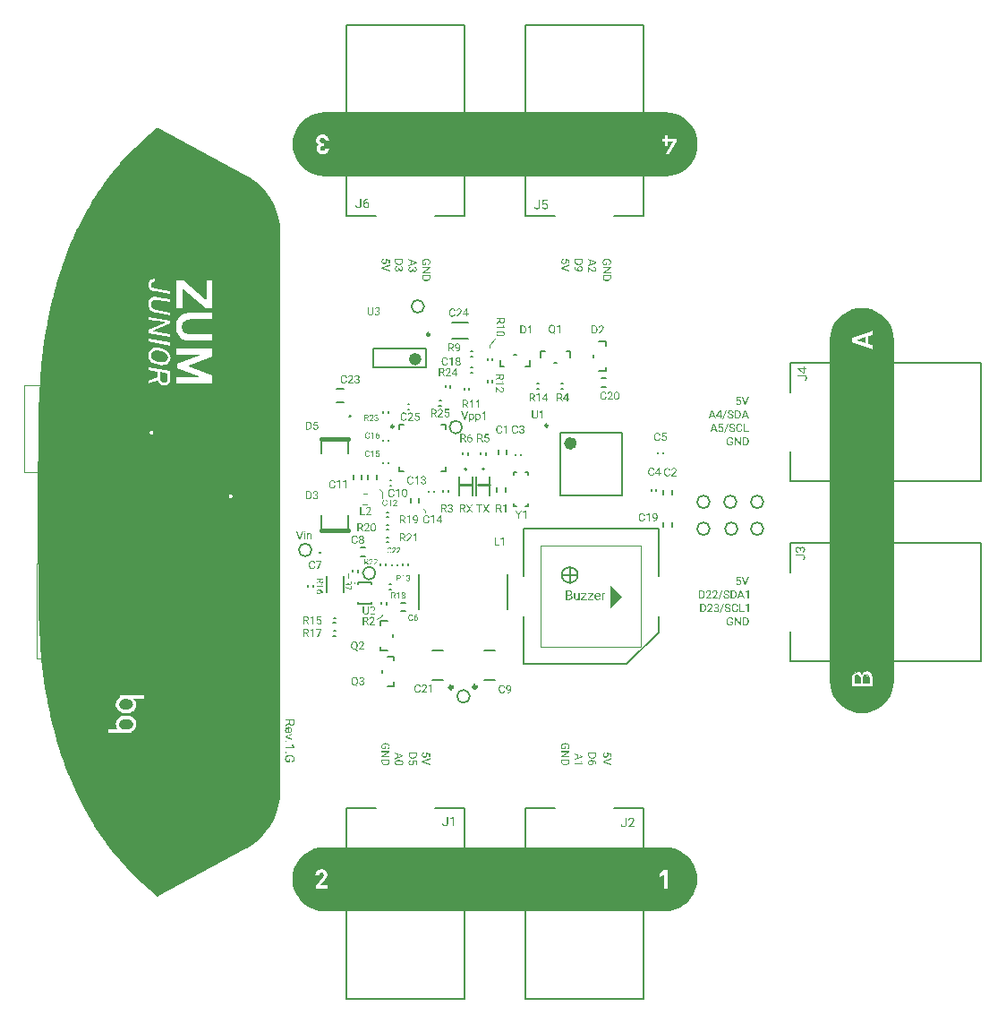
<source format=gto>
G04*
G04 #@! TF.GenerationSoftware,Altium Limited,Altium NEXUS,1.1.6 (48)*
G04*
G04 Layer_Color=65535*
%FSLAX44Y44*%
%MOMM*%
G71*
G01*
G75*
%ADD10C,0.1500*%
%ADD11C,0.2000*%
%ADD12C,0.6000*%
%ADD13C,0.2500*%
%ADD14C,0.2540*%
%ADD15C,0.0025*%
%ADD16C,0.0762*%
%ADD17C,0.2794*%
%ADD18C,0.2591*%
%ADD19C,0.5000*%
%ADD20C,0.2032*%
%ADD21C,0.3000*%
%ADD22C,0.1000*%
%ADD23C,0.4000*%
G36*
X161438Y377555D02*
X161438Y377555D01*
X161438Y377555D01*
X166093Y377189D01*
X170721Y376078D01*
X175118Y374257D01*
X179176Y371770D01*
X182795Y368679D01*
X185886Y365060D01*
X188373Y361002D01*
X190194Y356605D01*
X191305Y351977D01*
X191671Y347322D01*
X191305Y342666D01*
X190194Y338038D01*
X188373Y333641D01*
X185886Y329583D01*
X182795Y325964D01*
X179176Y322873D01*
X175118Y320387D01*
X170721Y318566D01*
X166093Y317454D01*
X161438Y317088D01*
X161438Y317088D01*
Y317088D01*
X161398Y317049D01*
X-161077D01*
X-161116Y317088D01*
X-161116Y317088D01*
X-161116Y317088D01*
X-165772Y317454D01*
X-170399Y318566D01*
X-174797Y320387D01*
X-178855Y322873D01*
X-182473Y325964D01*
X-185564Y329583D01*
X-188051Y333641D01*
X-189872Y338038D01*
X-190983Y342666D01*
X-191350Y347322D01*
X-190983Y351977D01*
X-189872Y356605D01*
X-188051Y361002D01*
X-185564Y365060D01*
X-182473Y368679D01*
X-178855Y371770D01*
X-174797Y374257D01*
X-170399Y376078D01*
X-165772Y377189D01*
X-161116Y377555D01*
X-161116Y377555D01*
Y377555D01*
X-161077Y377595D01*
X161398D01*
X161438Y377555D01*
D02*
G37*
G36*
X120400Y-79800D02*
X109400Y-90800D01*
Y-69800D01*
X109400Y-68800D01*
X120400Y-79800D01*
D02*
G37*
G36*
X351841Y192287D02*
X356469Y191176D01*
X360866Y189354D01*
X364924Y186868D01*
X368543Y183777D01*
X371633Y180158D01*
X374120Y176100D01*
X375941Y171703D01*
X377052Y167075D01*
X377419Y162419D01*
X377419Y162419D01*
X377419D01*
X377458Y162380D01*
X377458Y-160096D01*
X377419Y-160135D01*
X377418Y-160135D01*
X377419Y-160135D01*
X377052Y-164791D01*
X375941Y-169419D01*
X374120Y-173816D01*
X371633Y-177874D01*
X368542Y-181493D01*
X364923Y-184584D01*
X360865Y-187070D01*
X356468Y-188892D01*
X351840Y-190003D01*
X347185Y-190369D01*
X342529Y-190003D01*
X337901Y-188892D01*
X333504Y-187070D01*
X329446Y-184584D01*
X325827Y-181493D01*
X322737Y-177874D01*
X320250Y-173816D01*
X318429Y-169419D01*
X317318Y-164791D01*
X316951Y-160135D01*
X316951Y-160135D01*
X316951D01*
X316912Y-158865D01*
X316912Y162380D01*
X316951Y162419D01*
X316952Y162419D01*
X316951Y162419D01*
X317318Y167075D01*
X318429Y171703D01*
X320250Y176100D01*
X322737Y180158D01*
X325828Y183777D01*
X329447Y186868D01*
X333505Y189354D01*
X337902Y191176D01*
X342529Y192287D01*
X345955Y192556D01*
X347185Y192653D01*
X347185Y192653D01*
X351841Y192287D01*
D02*
G37*
G36*
X-203050Y-262977D02*
X-203075Y-263995D01*
X-203075Y-263996D01*
X-203067Y-263654D01*
X-203050Y-262974D01*
Y-262977D01*
D02*
G37*
G36*
X161147Y-316987D02*
X161187Y-317026D01*
Y-317027D01*
X161187Y-317026D01*
X165843Y-317393D01*
X170470Y-318504D01*
X174867Y-320325D01*
X178925Y-322812D01*
X182544Y-325903D01*
X185635Y-329522D01*
X188122Y-333580D01*
X189943Y-337977D01*
X191054Y-342604D01*
X191420Y-347260D01*
X191420D01*
X191324Y-348490D01*
X191054Y-351916D01*
X189943Y-356544D01*
X188122Y-360941D01*
X185635Y-364998D01*
X182544Y-368617D01*
X178925Y-371708D01*
X174867Y-374195D01*
X170470Y-376016D01*
X165843Y-377127D01*
X161187Y-377494D01*
X161187Y-377494D01*
Y-377494D01*
X161148Y-377533D01*
X-161328Y-377533D01*
X-161367Y-377494D01*
X-161367Y-377494D01*
X-161367Y-377494D01*
X-166023Y-377127D01*
X-170650Y-376016D01*
X-175047Y-374195D01*
X-179105Y-371708D01*
X-182724Y-368617D01*
X-185815Y-364998D01*
X-188302Y-360941D01*
X-190123Y-356544D01*
X-191234Y-351916D01*
X-191601Y-347260D01*
X-191234Y-342604D01*
X-190123Y-337977D01*
X-188302Y-333580D01*
X-185815Y-329522D01*
X-182724Y-325903D01*
X-179105Y-322812D01*
X-175047Y-320325D01*
X-170650Y-318504D01*
X-166023Y-317393D01*
X-161367Y-317026D01*
X-161367Y-317026D01*
Y-317026D01*
X-161328Y-316987D01*
X161147Y-316987D01*
D02*
G37*
G36*
X-318028Y362681D02*
X-236681Y318692D01*
X-235280Y317935D01*
X-234509Y317511D01*
X-233567Y316881D01*
X-231726Y315863D01*
X-226127Y311891D01*
X-221009Y307317D01*
X-216435Y302198D01*
X-212463Y296600D01*
X-209142Y290592D01*
X-206515Y284250D01*
X-204615Y277654D01*
X-203465Y270886D01*
X-203093Y264258D01*
X-203079Y263886D01*
X-203067Y263431D01*
X-203050Y262644D01*
Y-262869D01*
X-203067Y-263654D01*
X-203079Y-264109D01*
X-203093Y-264483D01*
X-203465Y-271111D01*
X-204615Y-277878D01*
X-206515Y-284475D01*
X-209142Y-290817D01*
X-212463Y-296825D01*
X-216435Y-302423D01*
X-221009Y-307541D01*
X-226127Y-312116D01*
X-231726Y-316088D01*
X-233567Y-317105D01*
X-234509Y-317735D01*
X-235278Y-318159D01*
X-236681Y-318917D01*
X-318025Y-362904D01*
X-319110Y-363490D01*
X-320191Y-362965D01*
X-333846Y-350950D01*
X-334401Y-350429D01*
X-340780Y-344375D01*
X-341317Y-343859D01*
X-348204Y-336787D01*
X-348686Y-336258D01*
X-355024Y-329218D01*
X-360936Y-322115D01*
X-361673Y-321212D01*
X-362382Y-320290D01*
X-367166Y-314067D01*
X-367868Y-313136D01*
X-368574Y-312141D01*
X-373631Y-305009D01*
X-379134Y-296584D01*
X-379657Y-295735D01*
X-380293Y-294676D01*
X-384676Y-287388D01*
X-389792Y-278112D01*
X-394632Y-268517D01*
X-399204Y-258599D01*
X-403417Y-248534D01*
X-403836Y-247447D01*
X-406871Y-239433D01*
X-407273Y-238373D01*
X-407620Y-237427D01*
X-411073Y-227304D01*
X-411273Y-226709D01*
X-414676Y-215529D01*
X-414822Y-214999D01*
X-417617Y-204644D01*
X-417729Y-204218D01*
X-417748Y-204146D01*
X-417914Y-203491D01*
X-418052Y-202928D01*
X-420514Y-192538D01*
X-420771Y-191423D01*
X-421016Y-190228D01*
X-423104Y-180045D01*
X-423326Y-178928D01*
X-423546Y-177673D01*
X-425541Y-166281D01*
X-427412Y-153432D01*
X-427495Y-152845D01*
X-429107Y-139156D01*
X-430399Y-124919D01*
X-431350Y-110200D01*
X-431919Y-95742D01*
X-431941Y-95089D01*
X-431945Y-94954D01*
X-431966Y-93942D01*
X-431971Y-93323D01*
X-432687Y-2864D01*
X-432701Y-1107D01*
X-432703Y-722D01*
X-432704Y-651D01*
X-432704Y-339D01*
X-432705Y-115D01*
X-432704Y114D01*
X-432704Y426D01*
X-432703Y496D01*
X-432701Y882D01*
X-432687Y2639D01*
X-431972Y92945D01*
X-431966Y93700D01*
X-431946Y94712D01*
X-431944Y94791D01*
X-431921Y95478D01*
X-431918Y95549D01*
X-431350Y109975D01*
X-430399Y124694D01*
X-429107Y138931D01*
X-427494Y152634D01*
X-427418Y153170D01*
X-425541Y166056D01*
X-423616Y177045D01*
X-423389Y178342D01*
X-423216Y179257D01*
X-423154Y179576D01*
X-420762Y191240D01*
X-420503Y192361D01*
X-418058Y202682D01*
X-417785Y203794D01*
X-417458Y205008D01*
X-414822Y214774D01*
X-414676Y215304D01*
X-411504Y225723D01*
X-411160Y226824D01*
X-410948Y227444D01*
X-407852Y236521D01*
X-407470Y237629D01*
X-403705Y247568D01*
X-403458Y248212D01*
X-399543Y257563D01*
X-399086Y258628D01*
X-398592Y259701D01*
X-395000Y267494D01*
X-394506Y268542D01*
X-393952Y269641D01*
X-389792Y277887D01*
X-385105Y286385D01*
X-384533Y287401D01*
X-383931Y288402D01*
X-379746Y295361D01*
X-379137Y296354D01*
X-378499Y297331D01*
X-374112Y304047D01*
X-373465Y305018D01*
X-372787Y305974D01*
X-367963Y312777D01*
X-367282Y313691D01*
X-361497Y321216D01*
X-355105Y328895D01*
X-354577Y329490D01*
X-348686Y336033D01*
X-348204Y336562D01*
X-341317Y343634D01*
X-340780Y344151D01*
X-334401Y350205D01*
X-333846Y350725D01*
X-320191Y362739D01*
X-319113Y363267D01*
X-318028Y362681D01*
D02*
G37*
G36*
X220476Y-86896D02*
X220561D01*
X220753Y-86921D01*
X220969Y-86957D01*
X221209Y-87017D01*
X221450Y-87089D01*
X221690Y-87197D01*
X221702D01*
X221714Y-87209D01*
X221798Y-87257D01*
X221906Y-87317D01*
X222050Y-87413D01*
X222194Y-87533D01*
X222363Y-87677D01*
X222519Y-87846D01*
X222651Y-88038D01*
X222663Y-88062D01*
X222699Y-88134D01*
X222759Y-88242D01*
X222819Y-88386D01*
X222879Y-88567D01*
X222939Y-88759D01*
X222975Y-88987D01*
X222987Y-89215D01*
X221978D01*
Y-89203D01*
Y-89179D01*
Y-89143D01*
X221966Y-89095D01*
X221954Y-88975D01*
X221918Y-88819D01*
X221870Y-88639D01*
X221786Y-88458D01*
X221678Y-88278D01*
X221534Y-88122D01*
X221510Y-88110D01*
X221450Y-88062D01*
X221353Y-87990D01*
X221209Y-87918D01*
X221029Y-87846D01*
X220813Y-87774D01*
X220561Y-87725D01*
X220272Y-87713D01*
X220152D01*
X220020Y-87725D01*
X219852Y-87750D01*
X219660Y-87798D01*
X219467Y-87858D01*
X219275Y-87942D01*
X219107Y-88050D01*
X219095Y-88062D01*
X219047Y-88110D01*
X218975Y-88182D01*
X218903Y-88290D01*
X218818Y-88422D01*
X218758Y-88579D01*
X218710Y-88771D01*
X218686Y-88975D01*
Y-88999D01*
X218698Y-89047D01*
X218710Y-89143D01*
X218734Y-89251D01*
X218783Y-89371D01*
X218855Y-89504D01*
X218951Y-89636D01*
X219083Y-89768D01*
X219107Y-89780D01*
X219167Y-89828D01*
X219263Y-89888D01*
X219407Y-89960D01*
X219599Y-90056D01*
X219828Y-90152D01*
X219960Y-90212D01*
X220104Y-90260D01*
X220272Y-90321D01*
X220440Y-90369D01*
X220452D01*
X220488Y-90381D01*
X220536Y-90393D01*
X220597Y-90417D01*
X220681Y-90441D01*
X220777Y-90465D01*
X220993Y-90537D01*
X221233Y-90633D01*
X221486Y-90729D01*
X221726Y-90837D01*
X221942Y-90957D01*
X221954D01*
X221966Y-90969D01*
X222026Y-91017D01*
X222122Y-91077D01*
X222243Y-91174D01*
X222375Y-91282D01*
X222507Y-91414D01*
X222639Y-91558D01*
X222747Y-91714D01*
X222759Y-91738D01*
X222783Y-91786D01*
X222831Y-91882D01*
X222879Y-92003D01*
X222927Y-92159D01*
X222975Y-92327D01*
X222999Y-92519D01*
X223011Y-92735D01*
Y-92747D01*
Y-92772D01*
Y-92819D01*
X222999Y-92892D01*
X222987Y-92964D01*
X222975Y-93060D01*
X222915Y-93276D01*
X222831Y-93516D01*
X222771Y-93637D01*
X222699Y-93769D01*
X222615Y-93889D01*
X222519Y-94009D01*
X222411Y-94129D01*
X222279Y-94237D01*
X222267D01*
X222243Y-94261D01*
X222206Y-94285D01*
X222146Y-94321D01*
X222074Y-94369D01*
X221978Y-94417D01*
X221882Y-94466D01*
X221762Y-94514D01*
X221630Y-94562D01*
X221486Y-94610D01*
X221318Y-94658D01*
X221149Y-94706D01*
X220957Y-94742D01*
X220765Y-94766D01*
X220549Y-94778D01*
X220332Y-94790D01*
X220200D01*
X220128Y-94778D01*
X220044D01*
X219852Y-94754D01*
X219624Y-94718D01*
X219371Y-94658D01*
X219119Y-94586D01*
X218855Y-94489D01*
X218843D01*
X218831Y-94478D01*
X218794Y-94453D01*
X218746Y-94429D01*
X218614Y-94369D01*
X218470Y-94273D01*
X218290Y-94153D01*
X218122Y-94009D01*
X217953Y-93853D01*
X217797Y-93660D01*
Y-93649D01*
X217785Y-93637D01*
X217737Y-93564D01*
X217677Y-93456D01*
X217617Y-93312D01*
X217545Y-93132D01*
X217485Y-92928D01*
X217437Y-92699D01*
X217425Y-92459D01*
X218446D01*
Y-92471D01*
Y-92495D01*
Y-92531D01*
X218458Y-92579D01*
X218470Y-92699D01*
X218506Y-92856D01*
X218566Y-93036D01*
X218662Y-93216D01*
X218783Y-93396D01*
X218951Y-93564D01*
X218963D01*
X218975Y-93576D01*
X219047Y-93624D01*
X219155Y-93685D01*
X219323Y-93757D01*
X219515Y-93841D01*
X219756Y-93901D01*
X220020Y-93949D01*
X220332Y-93961D01*
X220464D01*
X220609Y-93949D01*
X220789Y-93925D01*
X220981Y-93877D01*
X221185Y-93829D01*
X221390Y-93745D01*
X221558Y-93637D01*
X221582Y-93624D01*
X221630Y-93576D01*
X221690Y-93504D01*
X221774Y-93408D01*
X221858Y-93276D01*
X221918Y-93120D01*
X221966Y-92952D01*
X221990Y-92747D01*
Y-92735D01*
Y-92723D01*
Y-92651D01*
X221966Y-92555D01*
X221942Y-92423D01*
X221894Y-92279D01*
X221822Y-92135D01*
X221726Y-92003D01*
X221594Y-91870D01*
X221570Y-91858D01*
X221522Y-91822D01*
X221414Y-91750D01*
X221341Y-91714D01*
X221269Y-91678D01*
X221173Y-91630D01*
X221065Y-91582D01*
X220945Y-91534D01*
X220813Y-91474D01*
X220669Y-91426D01*
X220513Y-91366D01*
X220344Y-91318D01*
X220152Y-91258D01*
X220140D01*
X220092Y-91246D01*
X220032Y-91222D01*
X219936Y-91186D01*
X219828Y-91150D01*
X219708Y-91114D01*
X219575Y-91066D01*
X219431Y-91005D01*
X219119Y-90873D01*
X218806Y-90717D01*
X218506Y-90537D01*
X218374Y-90441D01*
X218254Y-90345D01*
X218242Y-90333D01*
X218230Y-90321D01*
X218206Y-90285D01*
X218158Y-90248D01*
X218074Y-90128D01*
X217966Y-89972D01*
X217857Y-89768D01*
X217761Y-89540D01*
X217689Y-89275D01*
X217677Y-89131D01*
X217665Y-88987D01*
Y-88975D01*
Y-88951D01*
Y-88903D01*
X217677Y-88831D01*
X217689Y-88759D01*
X217701Y-88663D01*
X217761Y-88458D01*
X217845Y-88218D01*
X217905Y-88098D01*
X217966Y-87966D01*
X218050Y-87846D01*
X218146Y-87713D01*
X218254Y-87593D01*
X218386Y-87485D01*
X218398Y-87473D01*
X218422Y-87461D01*
X218458Y-87425D01*
X218518Y-87389D01*
X218590Y-87341D01*
X218674Y-87293D01*
X218783Y-87245D01*
X218903Y-87185D01*
X219023Y-87125D01*
X219167Y-87077D01*
X219323Y-87029D01*
X219491Y-86981D01*
X219864Y-86909D01*
X220056Y-86896D01*
X220272Y-86884D01*
X220404D01*
X220476Y-86896D01*
D02*
G37*
G36*
X227337D02*
X227445Y-86909D01*
X227565Y-86921D01*
X227697Y-86945D01*
X227841Y-86969D01*
X228153Y-87053D01*
X228310Y-87101D01*
X228478Y-87173D01*
X228634Y-87257D01*
X228802Y-87341D01*
X228946Y-87449D01*
X229091Y-87569D01*
X229103Y-87581D01*
X229127Y-87605D01*
X229163Y-87641D01*
X229211Y-87690D01*
X229271Y-87761D01*
X229331Y-87846D01*
X229403Y-87954D01*
X229475Y-88062D01*
X229559Y-88194D01*
X229631Y-88338D01*
X229703Y-88494D01*
X229776Y-88663D01*
X229835Y-88843D01*
X229884Y-89035D01*
X229932Y-89251D01*
X229956Y-89468D01*
X228946D01*
Y-89455D01*
X228934Y-89431D01*
Y-89383D01*
X228923Y-89311D01*
X228898Y-89239D01*
X228886Y-89155D01*
X228826Y-88951D01*
X228742Y-88735D01*
X228646Y-88518D01*
X228526Y-88302D01*
X228454Y-88218D01*
X228370Y-88134D01*
X228346Y-88110D01*
X228286Y-88062D01*
X228190Y-88002D01*
X228045Y-87918D01*
X227877Y-87846D01*
X227661Y-87774D01*
X227409Y-87725D01*
X227132Y-87713D01*
X227036D01*
X226976Y-87725D01*
X226892Y-87738D01*
X226796Y-87750D01*
X226580Y-87798D01*
X226327Y-87894D01*
X226207Y-87942D01*
X226075Y-88014D01*
X225955Y-88098D01*
X225835Y-88194D01*
X225715Y-88302D01*
X225606Y-88434D01*
Y-88446D01*
X225583Y-88470D01*
X225558Y-88506D01*
X225522Y-88567D01*
X225486Y-88639D01*
X225438Y-88735D01*
X225390Y-88843D01*
X225342Y-88963D01*
X225282Y-89095D01*
X225234Y-89251D01*
X225186Y-89419D01*
X225150Y-89600D01*
X225114Y-89804D01*
X225090Y-90020D01*
X225078Y-90248D01*
X225066Y-90489D01*
Y-91234D01*
Y-91246D01*
Y-91294D01*
Y-91354D01*
X225078Y-91438D01*
Y-91546D01*
X225090Y-91666D01*
X225114Y-91798D01*
X225126Y-91954D01*
X225198Y-92267D01*
X225282Y-92603D01*
X225414Y-92928D01*
X225486Y-93084D01*
X225583Y-93228D01*
X225595Y-93240D01*
X225606Y-93264D01*
X225643Y-93300D01*
X225679Y-93336D01*
X225799Y-93456D01*
X225967Y-93588D01*
X226171Y-93733D01*
X226423Y-93841D01*
X226568Y-93889D01*
X226712Y-93925D01*
X226880Y-93949D01*
X227048Y-93961D01*
X227132D01*
X227192Y-93949D01*
X227253D01*
X227337Y-93937D01*
X227529Y-93913D01*
X227733Y-93865D01*
X227949Y-93805D01*
X228153Y-93709D01*
X228334Y-93588D01*
X228358Y-93564D01*
X228406Y-93516D01*
X228490Y-93420D01*
X228586Y-93276D01*
X228682Y-93096D01*
X228730Y-92988D01*
X228790Y-92868D01*
X228826Y-92735D01*
X228874Y-92579D01*
X228910Y-92423D01*
X228946Y-92255D01*
X229956D01*
Y-92267D01*
X229944Y-92303D01*
Y-92375D01*
X229920Y-92459D01*
X229908Y-92555D01*
X229872Y-92675D01*
X229835Y-92808D01*
X229799Y-92940D01*
X229679Y-93240D01*
X229523Y-93552D01*
X229427Y-93709D01*
X229319Y-93853D01*
X229187Y-93997D01*
X229055Y-94129D01*
X229043Y-94141D01*
X229019Y-94153D01*
X228983Y-94189D01*
X228923Y-94237D01*
X228838Y-94285D01*
X228754Y-94333D01*
X228646Y-94393D01*
X228526Y-94453D01*
X228382Y-94525D01*
X228238Y-94586D01*
X228069Y-94634D01*
X227889Y-94682D01*
X227697Y-94730D01*
X227493Y-94766D01*
X227276Y-94778D01*
X227048Y-94790D01*
X226988D01*
X226916Y-94778D01*
X226820D01*
X226712Y-94754D01*
X226568Y-94742D01*
X226423Y-94706D01*
X226267Y-94670D01*
X226087Y-94622D01*
X225919Y-94550D01*
X225727Y-94478D01*
X225546Y-94381D01*
X225366Y-94273D01*
X225186Y-94141D01*
X225018Y-93985D01*
X224862Y-93817D01*
X224850Y-93805D01*
X224826Y-93769D01*
X224790Y-93721D01*
X224729Y-93637D01*
X224669Y-93540D01*
X224609Y-93420D01*
X224525Y-93288D01*
X224453Y-93120D01*
X224381Y-92952D01*
X224309Y-92747D01*
X224237Y-92531D01*
X224177Y-92303D01*
X224117Y-92051D01*
X224081Y-91786D01*
X224057Y-91498D01*
X224045Y-91198D01*
Y-90465D01*
Y-90453D01*
Y-90417D01*
Y-90357D01*
X224057Y-90285D01*
Y-90188D01*
X224069Y-90080D01*
X224081Y-89960D01*
X224093Y-89828D01*
X224141Y-89540D01*
X224213Y-89215D01*
X224297Y-88891D01*
X224429Y-88579D01*
Y-88567D01*
X224453Y-88542D01*
X224465Y-88494D01*
X224501Y-88446D01*
X224537Y-88374D01*
X224585Y-88302D01*
X224706Y-88110D01*
X224862Y-87918D01*
X225054Y-87702D01*
X225270Y-87509D01*
X225510Y-87329D01*
X225522D01*
X225546Y-87305D01*
X225583Y-87293D01*
X225631Y-87257D01*
X225703Y-87221D01*
X225775Y-87185D01*
X225871Y-87149D01*
X225979Y-87101D01*
X226207Y-87029D01*
X226484Y-86957D01*
X226796Y-86909D01*
X227132Y-86884D01*
X227253D01*
X227337Y-86896D01*
D02*
G37*
G36*
X209580D02*
X209676D01*
X209784Y-86909D01*
X210024Y-86957D01*
X210300Y-87029D01*
X210577Y-87125D01*
X210853Y-87269D01*
X210985Y-87365D01*
X211105Y-87461D01*
X211117Y-87473D01*
X211129Y-87485D01*
X211166Y-87521D01*
X211201Y-87569D01*
X211250Y-87629D01*
X211298Y-87702D01*
X211358Y-87786D01*
X211418Y-87882D01*
X211538Y-88110D01*
X211634Y-88374D01*
X211706Y-88699D01*
X211718Y-88867D01*
X211730Y-89059D01*
Y-89083D01*
Y-89143D01*
X211718Y-89239D01*
X211694Y-89371D01*
X211646Y-89516D01*
X211598Y-89684D01*
X211514Y-89852D01*
X211406Y-90032D01*
X211394Y-90056D01*
X211346Y-90104D01*
X211274Y-90188D01*
X211178Y-90296D01*
X211045Y-90417D01*
X210889Y-90525D01*
X210721Y-90645D01*
X210517Y-90741D01*
X210529D01*
X210541Y-90753D01*
X210577Y-90765D01*
X210625Y-90777D01*
X210733Y-90825D01*
X210877Y-90897D01*
X211033Y-90981D01*
X211201Y-91102D01*
X211358Y-91234D01*
X211490Y-91402D01*
X211502Y-91426D01*
X211550Y-91486D01*
X211598Y-91582D01*
X211670Y-91714D01*
X211730Y-91882D01*
X211790Y-92075D01*
X211826Y-92303D01*
X211838Y-92543D01*
Y-92555D01*
Y-92591D01*
Y-92639D01*
X211826Y-92711D01*
X211814Y-92795D01*
X211802Y-92904D01*
X211754Y-93132D01*
X211670Y-93396D01*
X211550Y-93673D01*
X211478Y-93805D01*
X211394Y-93937D01*
X211286Y-94069D01*
X211166Y-94189D01*
X211154Y-94201D01*
X211129Y-94213D01*
X211093Y-94249D01*
X211045Y-94285D01*
X210973Y-94333D01*
X210901Y-94381D01*
X210805Y-94429D01*
X210697Y-94489D01*
X210577Y-94550D01*
X210445Y-94598D01*
X210144Y-94694D01*
X209796Y-94766D01*
X209616Y-94778D01*
X209411Y-94790D01*
X209303D01*
X209231Y-94778D01*
X209135D01*
X209039Y-94754D01*
X208919Y-94742D01*
X208787Y-94718D01*
X208510Y-94646D01*
X208210Y-94550D01*
X207922Y-94405D01*
X207778Y-94309D01*
X207645Y-94213D01*
X207633Y-94201D01*
X207621Y-94189D01*
X207585Y-94153D01*
X207537Y-94105D01*
X207489Y-94045D01*
X207429Y-93973D01*
X207309Y-93793D01*
X207189Y-93576D01*
X207081Y-93312D01*
X206996Y-93000D01*
X206985Y-92844D01*
X206973Y-92663D01*
X207958D01*
Y-92675D01*
Y-92687D01*
X207970Y-92760D01*
X207982Y-92880D01*
X208006Y-93012D01*
X208054Y-93168D01*
X208126Y-93336D01*
X208210Y-93492D01*
X208342Y-93637D01*
X208366Y-93649D01*
X208414Y-93697D01*
X208498Y-93745D01*
X208631Y-93817D01*
X208775Y-93877D01*
X208967Y-93937D01*
X209171Y-93985D01*
X209411Y-93997D01*
X209484D01*
X209531Y-93985D01*
X209652Y-93973D01*
X209808Y-93949D01*
X209988Y-93913D01*
X210168Y-93841D01*
X210336Y-93757D01*
X210493Y-93637D01*
X210505Y-93624D01*
X210553Y-93564D01*
X210613Y-93480D01*
X210685Y-93360D01*
X210745Y-93216D01*
X210805Y-93024D01*
X210853Y-92808D01*
X210865Y-92567D01*
Y-92555D01*
Y-92543D01*
Y-92507D01*
Y-92459D01*
X210841Y-92339D01*
X210817Y-92183D01*
X210769Y-92015D01*
X210697Y-91846D01*
X210589Y-91678D01*
X210457Y-91534D01*
X210433Y-91522D01*
X210385Y-91474D01*
X210288Y-91414D01*
X210156Y-91342D01*
X209988Y-91282D01*
X209784Y-91210D01*
X209543Y-91174D01*
X209267Y-91150D01*
X208534D01*
Y-90357D01*
X209387D01*
X209508Y-90333D01*
X209664Y-90309D01*
X209832Y-90273D01*
X210012Y-90212D01*
X210192Y-90128D01*
X210348Y-90008D01*
X210361Y-89996D01*
X210409Y-89936D01*
X210469Y-89864D01*
X210553Y-89756D01*
X210625Y-89612D01*
X210685Y-89455D01*
X210733Y-89263D01*
X210745Y-89047D01*
Y-89035D01*
Y-88987D01*
X210733Y-88927D01*
X210721Y-88831D01*
X210709Y-88735D01*
X210673Y-88615D01*
X210637Y-88494D01*
X210577Y-88362D01*
X210505Y-88242D01*
X210421Y-88122D01*
X210312Y-88002D01*
X210180Y-87906D01*
X210024Y-87810D01*
X209844Y-87750D01*
X209640Y-87702D01*
X209399Y-87690D01*
X209291D01*
X209183Y-87713D01*
X209039Y-87738D01*
X208883Y-87786D01*
X208715Y-87846D01*
X208546Y-87942D01*
X208390Y-88062D01*
X208378Y-88074D01*
X208330Y-88122D01*
X208270Y-88206D01*
X208210Y-88314D01*
X208138Y-88446D01*
X208078Y-88615D01*
X208030Y-88807D01*
X208018Y-89011D01*
X207045D01*
Y-88999D01*
Y-88975D01*
Y-88927D01*
X207057Y-88855D01*
X207069Y-88783D01*
X207081Y-88687D01*
X207129Y-88482D01*
X207201Y-88242D01*
X207321Y-87990D01*
X207405Y-87858D01*
X207489Y-87738D01*
X207585Y-87617D01*
X207705Y-87497D01*
X207717Y-87485D01*
X207741Y-87473D01*
X207778Y-87437D01*
X207826Y-87401D01*
X207898Y-87353D01*
X207970Y-87305D01*
X208066Y-87245D01*
X208174Y-87185D01*
X208414Y-87077D01*
X208703Y-86981D01*
X209039Y-86909D01*
X209207Y-86896D01*
X209399Y-86884D01*
X209508D01*
X209580Y-86896D01*
D02*
G37*
G36*
X240120Y-94682D02*
X239135D01*
Y-88170D01*
X237164Y-88891D01*
Y-88002D01*
X239963Y-86957D01*
X240120D01*
Y-94682D01*
D02*
G37*
G36*
X232370Y-93853D02*
X236011D01*
Y-94682D01*
X231349D01*
Y-86993D01*
X232370D01*
Y-93853D01*
D02*
G37*
G36*
X203596Y-86896D02*
X203681D01*
X203789Y-86909D01*
X204029Y-86957D01*
X204293Y-87017D01*
X204582Y-87125D01*
X204846Y-87257D01*
X204978Y-87353D01*
X205098Y-87449D01*
X205110Y-87461D01*
X205122Y-87473D01*
X205158Y-87509D01*
X205194Y-87557D01*
X205243Y-87605D01*
X205291Y-87677D01*
X205411Y-87846D01*
X205531Y-88062D01*
X205627Y-88326D01*
X205699Y-88615D01*
X205711Y-88783D01*
X205723Y-88951D01*
Y-88963D01*
Y-88999D01*
X205711Y-89071D01*
X205699Y-89155D01*
X205675Y-89263D01*
X205651Y-89396D01*
X205603Y-89540D01*
X205543Y-89720D01*
X205471Y-89900D01*
X205375Y-90116D01*
X205254Y-90333D01*
X205110Y-90573D01*
X204954Y-90825D01*
X204762Y-91089D01*
X204534Y-91366D01*
X204281Y-91654D01*
X202227Y-93889D01*
X206084D01*
Y-94682D01*
X201049D01*
Y-93985D01*
X203705Y-91029D01*
X203717Y-91017D01*
X203729Y-90993D01*
X203765Y-90969D01*
X203801Y-90921D01*
X203909Y-90789D01*
X204029Y-90645D01*
X204161Y-90465D01*
X204293Y-90285D01*
X204426Y-90104D01*
X204522Y-89936D01*
X204534Y-89912D01*
X204558Y-89864D01*
X204594Y-89780D01*
X204642Y-89672D01*
X204678Y-89540D01*
X204714Y-89396D01*
X204738Y-89239D01*
X204750Y-89071D01*
Y-89059D01*
Y-89047D01*
Y-88975D01*
X204726Y-88855D01*
X204702Y-88723D01*
X204654Y-88567D01*
X204594Y-88398D01*
X204498Y-88242D01*
X204377Y-88086D01*
X204365Y-88074D01*
X204317Y-88026D01*
X204233Y-87966D01*
X204125Y-87882D01*
X203981Y-87810D01*
X203825Y-87750D01*
X203633Y-87702D01*
X203416Y-87690D01*
X203344D01*
X203296Y-87702D01*
X203164Y-87713D01*
X202996Y-87738D01*
X202816Y-87798D01*
X202623Y-87870D01*
X202443Y-87966D01*
X202275Y-88110D01*
X202263Y-88134D01*
X202215Y-88182D01*
X202155Y-88278D01*
X202083Y-88410D01*
X201999Y-88567D01*
X201939Y-88771D01*
X201891Y-88999D01*
X201879Y-89263D01*
X200893D01*
Y-89251D01*
Y-89215D01*
Y-89155D01*
X200905Y-89083D01*
X200917Y-88999D01*
X200929Y-88891D01*
X200977Y-88651D01*
X201061Y-88374D01*
X201122Y-88230D01*
X201182Y-88086D01*
X201266Y-87942D01*
X201350Y-87810D01*
X201458Y-87665D01*
X201578Y-87545D01*
X201590Y-87533D01*
X201614Y-87521D01*
X201650Y-87485D01*
X201698Y-87437D01*
X201770Y-87389D01*
X201854Y-87341D01*
X201951Y-87281D01*
X202071Y-87209D01*
X202191Y-87149D01*
X202323Y-87089D01*
X202479Y-87041D01*
X202647Y-86993D01*
X202816Y-86945D01*
X203008Y-86909D01*
X203200Y-86896D01*
X203416Y-86884D01*
X203524D01*
X203596Y-86896D01*
D02*
G37*
G36*
X196544Y-87005D02*
X196628D01*
X196736Y-87017D01*
X196857Y-87029D01*
X196977Y-87053D01*
X197253Y-87101D01*
X197553Y-87185D01*
X197854Y-87293D01*
X198154Y-87437D01*
X198166D01*
X198190Y-87461D01*
X198226Y-87485D01*
X198286Y-87521D01*
X198418Y-87617D01*
X198587Y-87761D01*
X198779Y-87942D01*
X198983Y-88158D01*
X199175Y-88422D01*
X199343Y-88711D01*
Y-88723D01*
X199368Y-88747D01*
X199380Y-88795D01*
X199416Y-88855D01*
X199440Y-88927D01*
X199476Y-89023D01*
X199512Y-89131D01*
X199560Y-89251D01*
X199596Y-89383D01*
X199632Y-89528D01*
X199704Y-89840D01*
X199752Y-90200D01*
X199776Y-90585D01*
Y-91077D01*
Y-91089D01*
Y-91125D01*
Y-91186D01*
X199764Y-91258D01*
Y-91354D01*
X199752Y-91462D01*
X199740Y-91582D01*
X199728Y-91726D01*
X199668Y-92015D01*
X199596Y-92339D01*
X199500Y-92663D01*
X199356Y-92988D01*
Y-93000D01*
X199331Y-93024D01*
X199307Y-93060D01*
X199283Y-93120D01*
X199235Y-93192D01*
X199187Y-93264D01*
X199043Y-93456D01*
X198875Y-93649D01*
X198671Y-93865D01*
X198430Y-94069D01*
X198154Y-94249D01*
X198142D01*
X198118Y-94273D01*
X198070Y-94285D01*
X198022Y-94321D01*
X197938Y-94345D01*
X197854Y-94381D01*
X197746Y-94429D01*
X197638Y-94466D01*
X197505Y-94501D01*
X197373Y-94550D01*
X197061Y-94610D01*
X196712Y-94658D01*
X196340Y-94682D01*
X194213D01*
Y-86993D01*
X196472D01*
X196544Y-87005D01*
D02*
G37*
G36*
X213472Y-95343D02*
X212631D01*
X215851Y-86993D01*
X216680D01*
X213472Y-95343D01*
D02*
G37*
G36*
X83107Y236594D02*
X83095Y236522D01*
Y236438D01*
X83083Y236330D01*
X83071Y236210D01*
X83047Y236090D01*
X82999Y235813D01*
X82915Y235513D01*
X82807Y235212D01*
X82663Y234912D01*
Y234900D01*
X82639Y234876D01*
X82615Y234840D01*
X82579Y234780D01*
X82483Y234648D01*
X82338Y234480D01*
X82158Y234287D01*
X81942Y234083D01*
X81678Y233891D01*
X81389Y233723D01*
X81377D01*
X81353Y233699D01*
X81305Y233687D01*
X81245Y233651D01*
X81173Y233627D01*
X81077Y233591D01*
X80969Y233555D01*
X80849Y233507D01*
X80717Y233470D01*
X80572Y233434D01*
X80260Y233362D01*
X79900Y233314D01*
X79515Y233290D01*
X79022D01*
X79011D01*
X78974D01*
X78914D01*
X78842Y233302D01*
X78746D01*
X78638Y233314D01*
X78518Y233326D01*
X78374Y233338D01*
X78085Y233398D01*
X77761Y233470D01*
X77437Y233567D01*
X77112Y233711D01*
X77100D01*
X77076Y233735D01*
X77040Y233759D01*
X76980Y233783D01*
X76908Y233831D01*
X76836Y233879D01*
X76644Y234023D01*
X76452Y234191D01*
X76235Y234396D01*
X76031Y234636D01*
X75851Y234912D01*
Y234924D01*
X75827Y234948D01*
X75815Y234996D01*
X75779Y235044D01*
X75755Y235128D01*
X75719Y235212D01*
X75671Y235321D01*
X75634Y235429D01*
X75599Y235561D01*
X75550Y235693D01*
X75490Y236005D01*
X75442Y236354D01*
X75418Y236726D01*
Y238853D01*
X83107D01*
Y236594D01*
D02*
G37*
G36*
X80741Y232125D02*
X80825D01*
X81005Y232101D01*
X81221Y232065D01*
X81461Y232017D01*
X81690Y231945D01*
X81930Y231849D01*
X81942D01*
X81954Y231836D01*
X82038Y231789D01*
X82146Y231728D01*
X82278Y231632D01*
X82435Y231512D01*
X82591Y231368D01*
X82747Y231200D01*
X82879Y231008D01*
Y230996D01*
X82891Y230984D01*
X82927Y230912D01*
X82987Y230803D01*
X83047Y230647D01*
X83107Y230467D01*
X83167Y230251D01*
X83203Y230010D01*
X83216Y229746D01*
Y229638D01*
X83203Y229554D01*
X83191Y229458D01*
X83167Y229350D01*
X83143Y229230D01*
X83107Y229097D01*
X83059Y228953D01*
X83011Y228809D01*
X82939Y228653D01*
X82855Y228509D01*
X82759Y228364D01*
X82639Y228220D01*
X82519Y228088D01*
X82362Y227956D01*
X82351Y227944D01*
X82326Y227932D01*
X82278Y227896D01*
X82206Y227848D01*
X82122Y227800D01*
X82014Y227752D01*
X81894Y227692D01*
X81750Y227620D01*
X81594Y227560D01*
X81413Y227499D01*
X81233Y227451D01*
X81017Y227403D01*
X80801Y227355D01*
X80560Y227319D01*
X80296Y227307D01*
X80032Y227295D01*
X79743D01*
X79731D01*
X79719D01*
X79647D01*
X79527D01*
X79383Y227307D01*
X79191Y227319D01*
X78987Y227343D01*
X78746Y227367D01*
X78494Y227403D01*
X78230Y227451D01*
X77965Y227511D01*
X77689Y227584D01*
X77425Y227668D01*
X77160Y227776D01*
X76908Y227896D01*
X76680Y228028D01*
X76476Y228184D01*
X76463Y228196D01*
X76427Y228220D01*
X76379Y228280D01*
X76319Y228352D01*
X76235Y228449D01*
X76151Y228557D01*
X76055Y228701D01*
X75959Y228857D01*
X75863Y229025D01*
X75767Y229230D01*
X75671Y229446D01*
X75599Y229686D01*
X75526Y229950D01*
X75466Y230239D01*
X75430Y230539D01*
X75418Y230863D01*
Y231044D01*
X76247D01*
Y230719D01*
X76259Y230635D01*
X76271Y230539D01*
X76283Y230419D01*
X76307Y230299D01*
X76331Y230155D01*
X76403Y229854D01*
X76512Y229554D01*
X76584Y229398D01*
X76656Y229254D01*
X76752Y229121D01*
X76860Y228989D01*
X76872Y228977D01*
X76884Y228965D01*
X76920Y228929D01*
X76980Y228881D01*
X77040Y228833D01*
X77124Y228785D01*
X77220Y228725D01*
X77329Y228653D01*
X77461Y228593D01*
X77605Y228533D01*
X77761Y228473D01*
X77929Y228412D01*
X78122Y228364D01*
X78338Y228328D01*
X78554Y228292D01*
X78794Y228280D01*
X78782Y228292D01*
X78734Y228328D01*
X78662Y228400D01*
X78578Y228485D01*
X78482Y228593D01*
X78386Y228713D01*
X78290Y228857D01*
X78206Y229013D01*
X78194Y229037D01*
X78169Y229085D01*
X78134Y229169D01*
X78098Y229289D01*
X78061Y229422D01*
X78025Y229578D01*
X78001Y229758D01*
X77989Y229938D01*
Y230046D01*
X78001Y230179D01*
X78025Y230335D01*
X78073Y230515D01*
X78122Y230719D01*
X78206Y230912D01*
X78314Y231104D01*
X78326Y231128D01*
X78374Y231188D01*
X78446Y231272D01*
X78554Y231380D01*
X78674Y231512D01*
X78830Y231632D01*
X79022Y231765D01*
X79227Y231873D01*
X79239D01*
X79251Y231885D01*
X79287Y231897D01*
X79335Y231909D01*
X79455Y231957D01*
X79623Y232005D01*
X79816Y232053D01*
X80044Y232101D01*
X80284Y232125D01*
X80548Y232137D01*
X80560D01*
X80584D01*
X80620D01*
X80681D01*
X80741Y232125D01*
D02*
G37*
G36*
X-67055Y-228429D02*
X-67067D01*
X-67079D01*
X-67115Y-228441D01*
X-67163Y-228453D01*
X-67284Y-228477D01*
X-67428Y-228526D01*
X-67596Y-228585D01*
X-67764Y-228670D01*
X-67920Y-228766D01*
X-68064Y-228898D01*
X-68076Y-228922D01*
X-68112Y-228970D01*
X-68172Y-229054D01*
X-68221Y-229174D01*
X-68281Y-229318D01*
X-68341Y-229487D01*
X-68377Y-229679D01*
X-68389Y-229907D01*
Y-229967D01*
X-68377Y-230015D01*
X-68365Y-230135D01*
X-68329Y-230292D01*
X-68281Y-230460D01*
X-68197Y-230640D01*
X-68088Y-230808D01*
X-67932Y-230964D01*
X-67908Y-230976D01*
X-67848Y-231024D01*
X-67740Y-231084D01*
X-67596Y-231169D01*
X-67416Y-231241D01*
X-67187Y-231301D01*
X-66935Y-231349D01*
X-66647Y-231361D01*
X-66635D01*
X-66611D01*
X-66575D01*
X-66515Y-231349D01*
X-66370Y-231337D01*
X-66202Y-231313D01*
X-65998Y-231253D01*
X-65794Y-231181D01*
X-65589Y-231084D01*
X-65397Y-230940D01*
X-65373Y-230916D01*
X-65325Y-230868D01*
X-65253Y-230772D01*
X-65157Y-230640D01*
X-65073Y-230484D01*
X-65001Y-230292D01*
X-64953Y-230075D01*
X-64929Y-229823D01*
Y-229715D01*
X-64941Y-229607D01*
X-64965Y-229463D01*
X-65001Y-229294D01*
X-65049Y-229138D01*
X-65121Y-228970D01*
X-65217Y-228826D01*
X-65421Y-228561D01*
X-65229Y-227781D01*
X-61385Y-228177D01*
Y-232106D01*
X-62285D01*
Y-229006D01*
X-64388Y-228766D01*
Y-228778D01*
X-64376Y-228790D01*
X-64352Y-228826D01*
X-64340Y-228862D01*
X-64280Y-228982D01*
X-64220Y-229138D01*
X-64160Y-229330D01*
X-64100Y-229547D01*
X-64064Y-229787D01*
X-64052Y-230051D01*
Y-230147D01*
X-64064Y-230219D01*
X-64076Y-230316D01*
X-64088Y-230412D01*
X-64136Y-230652D01*
X-64220Y-230916D01*
X-64280Y-231048D01*
X-64340Y-231193D01*
X-64424Y-231325D01*
X-64520Y-231457D01*
X-64628Y-231589D01*
X-64749Y-231709D01*
X-64760Y-231721D01*
X-64784Y-231733D01*
X-64820Y-231769D01*
X-64881Y-231805D01*
X-64941Y-231853D01*
X-65037Y-231901D01*
X-65133Y-231961D01*
X-65241Y-232022D01*
X-65373Y-232082D01*
X-65517Y-232142D01*
X-65674Y-232190D01*
X-65842Y-232238D01*
X-66022Y-232274D01*
X-66214Y-232310D01*
X-66418Y-232322D01*
X-66635Y-232334D01*
X-66647D01*
X-66683D01*
X-66743D01*
X-66827Y-232322D01*
X-66935Y-232310D01*
X-67043Y-232298D01*
X-67175Y-232286D01*
X-67319Y-232250D01*
X-67620Y-232178D01*
X-67932Y-232058D01*
X-68076Y-231985D01*
X-68233Y-231901D01*
X-68377Y-231805D01*
X-68509Y-231685D01*
X-68521Y-231673D01*
X-68533Y-231661D01*
X-68569Y-231625D01*
X-68617Y-231565D01*
X-68665Y-231505D01*
X-68725Y-231421D01*
X-68785Y-231337D01*
X-68845Y-231229D01*
X-68905Y-231108D01*
X-68965Y-230976D01*
X-69026Y-230820D01*
X-69074Y-230664D01*
X-69122Y-230496D01*
X-69158Y-230316D01*
X-69170Y-230111D01*
X-69182Y-229907D01*
Y-229811D01*
X-69170Y-229739D01*
Y-229655D01*
X-69146Y-229547D01*
X-69110Y-229318D01*
X-69037Y-229054D01*
X-68941Y-228778D01*
X-68797Y-228501D01*
X-68713Y-228357D01*
X-68617Y-228237D01*
X-68605Y-228225D01*
X-68593Y-228213D01*
X-68557Y-228177D01*
X-68509Y-228141D01*
X-68461Y-228081D01*
X-68389Y-228033D01*
X-68305Y-227973D01*
X-68209Y-227913D01*
X-67992Y-227781D01*
X-67716Y-227660D01*
X-67404Y-227564D01*
X-67235Y-227528D01*
X-67055Y-227504D01*
Y-228429D01*
D02*
G37*
G36*
X-61385Y-234016D02*
X-67728Y-236203D01*
X-61385Y-238401D01*
Y-239506D01*
X-69074Y-236659D01*
Y-235758D01*
X-61385Y-232911D01*
Y-234016D01*
D02*
G37*
G36*
X95915Y-229968D02*
X95903Y-230040D01*
Y-230125D01*
X95891Y-230233D01*
X95879Y-230353D01*
X95855Y-230473D01*
X95807Y-230749D01*
X95723Y-231050D01*
X95615Y-231350D01*
X95471Y-231650D01*
Y-231663D01*
X95447Y-231686D01*
X95423Y-231723D01*
X95387Y-231783D01*
X95291Y-231915D01*
X95147Y-232083D01*
X94966Y-232275D01*
X94750Y-232479D01*
X94486Y-232672D01*
X94197Y-232840D01*
X94185D01*
X94161Y-232864D01*
X94113Y-232876D01*
X94053Y-232912D01*
X93981Y-232936D01*
X93885Y-232972D01*
X93777Y-233008D01*
X93657Y-233056D01*
X93525Y-233092D01*
X93380Y-233128D01*
X93068Y-233200D01*
X92708Y-233248D01*
X92323Y-233272D01*
X91831D01*
X91819D01*
X91783D01*
X91722D01*
X91650Y-233260D01*
X91554D01*
X91446Y-233248D01*
X91326Y-233236D01*
X91182Y-233224D01*
X90893Y-233164D01*
X90569Y-233092D01*
X90245Y-232996D01*
X89920Y-232852D01*
X89908D01*
X89884Y-232828D01*
X89848Y-232804D01*
X89788Y-232780D01*
X89716Y-232732D01*
X89644Y-232684D01*
X89452Y-232540D01*
X89260Y-232371D01*
X89043Y-232167D01*
X88839Y-231927D01*
X88659Y-231650D01*
Y-231638D01*
X88635Y-231614D01*
X88623Y-231566D01*
X88587Y-231518D01*
X88563Y-231434D01*
X88527Y-231350D01*
X88479Y-231242D01*
X88443Y-231134D01*
X88407Y-231002D01*
X88358Y-230870D01*
X88299Y-230557D01*
X88250Y-230209D01*
X88226Y-229836D01*
Y-227710D01*
X95915D01*
Y-229968D01*
D02*
G37*
G36*
X91722Y-234618D02*
X91867D01*
X92047Y-234630D01*
X92251Y-234654D01*
X92479Y-234678D01*
X92720Y-234714D01*
X92984Y-234762D01*
X93248Y-234822D01*
X93513Y-234894D01*
X93789Y-234990D01*
X94053Y-235086D01*
X94306Y-235207D01*
X94546Y-235351D01*
X94762Y-235507D01*
X94774Y-235519D01*
X94810Y-235555D01*
X94870Y-235603D01*
X94942Y-235675D01*
X95026Y-235771D01*
X95122Y-235891D01*
X95219Y-236024D01*
X95327Y-236180D01*
X95435Y-236360D01*
X95531Y-236564D01*
X95627Y-236780D01*
X95723Y-237021D01*
X95795Y-237285D01*
X95855Y-237573D01*
X95891Y-237874D01*
X95915Y-238198D01*
Y-238378D01*
X95086D01*
Y-238150D01*
X95075Y-238090D01*
Y-238006D01*
X95062Y-237910D01*
X95038Y-237802D01*
X95026Y-237682D01*
X94990Y-237537D01*
X94906Y-237249D01*
X94786Y-236949D01*
X94714Y-236793D01*
X94618Y-236648D01*
X94522Y-236504D01*
X94402Y-236372D01*
X94390Y-236360D01*
X94366Y-236348D01*
X94330Y-236312D01*
X94282Y-236264D01*
X94209Y-236216D01*
X94125Y-236156D01*
X94029Y-236096D01*
X93921Y-236024D01*
X93801Y-235951D01*
X93669Y-235891D01*
X93513Y-235819D01*
X93344Y-235759D01*
X93176Y-235711D01*
X92984Y-235663D01*
X92780Y-235627D01*
X92563Y-235603D01*
X92576Y-235615D01*
X92599Y-235627D01*
X92624Y-235663D01*
X92672Y-235711D01*
X92720Y-235771D01*
X92780Y-235843D01*
X92852Y-235940D01*
X92912Y-236036D01*
X92972Y-236144D01*
X93044Y-236276D01*
X93152Y-236552D01*
X93200Y-236720D01*
X93236Y-236889D01*
X93248Y-237069D01*
X93260Y-237261D01*
Y-237357D01*
X93248Y-237429D01*
X93236Y-237513D01*
X93224Y-237610D01*
X93176Y-237838D01*
X93092Y-238090D01*
X93032Y-238222D01*
X92960Y-238354D01*
X92876Y-238486D01*
X92792Y-238619D01*
X92672Y-238739D01*
X92551Y-238859D01*
X92540Y-238871D01*
X92515Y-238883D01*
X92479Y-238919D01*
X92419Y-238955D01*
X92359Y-239003D01*
X92263Y-239051D01*
X92167Y-239099D01*
X92059Y-239159D01*
X91927Y-239219D01*
X91795Y-239267D01*
X91638Y-239315D01*
X91482Y-239364D01*
X91122Y-239436D01*
X90930Y-239448D01*
X90725Y-239460D01*
X90713D01*
X90677D01*
X90617D01*
X90533Y-239448D01*
X90425Y-239436D01*
X90317Y-239424D01*
X90185Y-239412D01*
X90041Y-239376D01*
X89740Y-239303D01*
X89428Y-239183D01*
X89272Y-239111D01*
X89115Y-239027D01*
X88971Y-238931D01*
X88827Y-238811D01*
X88815Y-238799D01*
X88791Y-238787D01*
X88767Y-238739D01*
X88719Y-238691D01*
X88659Y-238631D01*
X88599Y-238547D01*
X88539Y-238463D01*
X88479Y-238354D01*
X88407Y-238234D01*
X88347Y-238102D01*
X88286Y-237958D01*
X88226Y-237814D01*
X88178Y-237645D01*
X88154Y-237465D01*
X88130Y-237273D01*
X88118Y-237081D01*
Y-236973D01*
X88130Y-236901D01*
X88142Y-236805D01*
X88166Y-236696D01*
X88190Y-236576D01*
X88226Y-236444D01*
X88262Y-236300D01*
X88322Y-236156D01*
X88395Y-236012D01*
X88479Y-235855D01*
X88575Y-235711D01*
X88683Y-235567D01*
X88815Y-235423D01*
X88959Y-235291D01*
X88971Y-235279D01*
X88995Y-235267D01*
X89043Y-235231D01*
X89115Y-235183D01*
X89199Y-235135D01*
X89296Y-235075D01*
X89416Y-235014D01*
X89548Y-234954D01*
X89704Y-234882D01*
X89872Y-234822D01*
X90052Y-234762D01*
X90245Y-234714D01*
X90449Y-234666D01*
X90665Y-234630D01*
X90906Y-234618D01*
X91146Y-234606D01*
X91518D01*
X91530D01*
X91542D01*
X91614D01*
X91722Y-234618D01*
D02*
G37*
G36*
X-86893Y-230072D02*
Y-230961D01*
X-94582Y-233904D01*
Y-232859D01*
X-92575Y-232126D01*
Y-228906D01*
X-94582Y-228185D01*
Y-227140D01*
X-86893Y-230072D01*
D02*
G37*
G36*
X-89860Y-234661D02*
X-89716Y-234673D01*
X-89560Y-234685D01*
X-89380Y-234697D01*
X-89187Y-234721D01*
X-88779Y-234793D01*
X-88358Y-234901D01*
X-88154Y-234961D01*
X-87962Y-235046D01*
X-87782Y-235130D01*
X-87613Y-235238D01*
X-87601Y-235250D01*
X-87577Y-235262D01*
X-87541Y-235298D01*
X-87481Y-235346D01*
X-87421Y-235418D01*
X-87349Y-235490D01*
X-87277Y-235586D01*
X-87193Y-235694D01*
X-87121Y-235814D01*
X-87049Y-235947D01*
X-86977Y-236091D01*
X-86917Y-236259D01*
X-86857Y-236439D01*
X-86821Y-236643D01*
X-86797Y-236848D01*
X-86784Y-237076D01*
Y-237196D01*
X-86797Y-237280D01*
X-86809Y-237376D01*
X-86833Y-237496D01*
X-86857Y-237628D01*
X-86881Y-237773D01*
X-86977Y-238061D01*
X-87049Y-238217D01*
X-87121Y-238373D01*
X-87217Y-238518D01*
X-87325Y-238650D01*
X-87445Y-238782D01*
X-87590Y-238902D01*
X-87601Y-238914D01*
X-87626Y-238926D01*
X-87674Y-238962D01*
X-87734Y-238998D01*
X-87818Y-239034D01*
X-87926Y-239094D01*
X-88046Y-239142D01*
X-88190Y-239202D01*
X-88358Y-239250D01*
X-88539Y-239310D01*
X-88743Y-239359D01*
X-88959Y-239407D01*
X-89199Y-239443D01*
X-89464Y-239479D01*
X-89740Y-239491D01*
X-90040Y-239503D01*
X-91314D01*
X-91338D01*
X-91386D01*
X-91482D01*
X-91590Y-239491D01*
X-91734D01*
X-91903Y-239467D01*
X-92083Y-239455D01*
X-92275Y-239431D01*
X-92696Y-239359D01*
X-93116Y-239250D01*
X-93320Y-239190D01*
X-93512Y-239106D01*
X-93693Y-239022D01*
X-93861Y-238914D01*
X-93873Y-238902D01*
X-93897Y-238890D01*
X-93933Y-238854D01*
X-93993Y-238806D01*
X-94053Y-238746D01*
X-94125Y-238662D01*
X-94197Y-238566D01*
X-94269Y-238470D01*
X-94354Y-238349D01*
X-94426Y-238205D01*
X-94498Y-238061D01*
X-94558Y-237893D01*
X-94618Y-237713D01*
X-94654Y-237520D01*
X-94678Y-237316D01*
X-94690Y-237088D01*
Y-236968D01*
X-94678Y-236884D01*
X-94666Y-236787D01*
X-94642Y-236667D01*
X-94618Y-236535D01*
X-94594Y-236391D01*
X-94498Y-236103D01*
X-94426Y-235947D01*
X-94354Y-235790D01*
X-94257Y-235646D01*
X-94149Y-235514D01*
X-94029Y-235382D01*
X-93885Y-235262D01*
X-93873Y-235250D01*
X-93849Y-235238D01*
X-93801Y-235202D01*
X-93729Y-235166D01*
X-93645Y-235130D01*
X-93537Y-235070D01*
X-93416Y-235021D01*
X-93272Y-234961D01*
X-93116Y-234913D01*
X-92936Y-234853D01*
X-92732Y-234805D01*
X-92515Y-234757D01*
X-92275Y-234709D01*
X-92011Y-234685D01*
X-91734Y-234661D01*
X-91446Y-234649D01*
X-90136D01*
X-90112D01*
X-90064D01*
X-89980D01*
X-89860Y-234661D01*
D02*
G37*
G36*
X219191Y-74197D02*
X219275D01*
X219467Y-74221D01*
X219683Y-74257D01*
X219924Y-74317D01*
X220164Y-74389D01*
X220404Y-74497D01*
X220416D01*
X220428Y-74509D01*
X220513Y-74557D01*
X220621Y-74617D01*
X220765Y-74713D01*
X220909Y-74833D01*
X221077Y-74977D01*
X221233Y-75146D01*
X221366Y-75338D01*
X221378Y-75362D01*
X221414Y-75434D01*
X221474Y-75542D01*
X221534Y-75686D01*
X221594Y-75866D01*
X221654Y-76059D01*
X221690Y-76287D01*
X221702Y-76515D01*
X220693D01*
Y-76503D01*
Y-76479D01*
Y-76443D01*
X220681Y-76395D01*
X220669Y-76275D01*
X220633Y-76119D01*
X220585Y-75939D01*
X220501Y-75758D01*
X220392Y-75578D01*
X220248Y-75422D01*
X220224Y-75410D01*
X220164Y-75362D01*
X220068Y-75290D01*
X219924Y-75218D01*
X219744Y-75146D01*
X219527Y-75074D01*
X219275Y-75026D01*
X218987Y-75013D01*
X218867D01*
X218734Y-75026D01*
X218566Y-75050D01*
X218374Y-75098D01*
X218182Y-75158D01*
X217990Y-75242D01*
X217821Y-75350D01*
X217809Y-75362D01*
X217761Y-75410D01*
X217689Y-75482D01*
X217617Y-75590D01*
X217533Y-75722D01*
X217473Y-75879D01*
X217425Y-76071D01*
X217401Y-76275D01*
Y-76299D01*
X217413Y-76347D01*
X217425Y-76443D01*
X217449Y-76551D01*
X217497Y-76671D01*
X217569Y-76804D01*
X217665Y-76936D01*
X217797Y-77068D01*
X217821Y-77080D01*
X217881Y-77128D01*
X217978Y-77188D01*
X218122Y-77260D01*
X218314Y-77356D01*
X218542Y-77452D01*
X218674Y-77512D01*
X218818Y-77561D01*
X218987Y-77621D01*
X219155Y-77669D01*
X219167D01*
X219203Y-77681D01*
X219251Y-77693D01*
X219311Y-77717D01*
X219395Y-77741D01*
X219491Y-77765D01*
X219708Y-77837D01*
X219948Y-77933D01*
X220200Y-78029D01*
X220440Y-78137D01*
X220657Y-78257D01*
X220669D01*
X220681Y-78269D01*
X220741Y-78317D01*
X220837Y-78377D01*
X220957Y-78474D01*
X221089Y-78582D01*
X221221Y-78714D01*
X221353Y-78858D01*
X221462Y-79014D01*
X221474Y-79038D01*
X221498Y-79086D01*
X221546Y-79182D01*
X221594Y-79303D01*
X221642Y-79459D01*
X221690Y-79627D01*
X221714Y-79819D01*
X221726Y-80035D01*
Y-80047D01*
Y-80071D01*
Y-80119D01*
X221714Y-80192D01*
X221702Y-80264D01*
X221690Y-80360D01*
X221630Y-80576D01*
X221546Y-80816D01*
X221486Y-80936D01*
X221414Y-81069D01*
X221329Y-81189D01*
X221233Y-81309D01*
X221125Y-81429D01*
X220993Y-81537D01*
X220981D01*
X220957Y-81561D01*
X220921Y-81585D01*
X220861Y-81621D01*
X220789Y-81669D01*
X220693Y-81717D01*
X220597Y-81765D01*
X220476Y-81813D01*
X220344Y-81862D01*
X220200Y-81910D01*
X220032Y-81958D01*
X219864Y-82006D01*
X219671Y-82042D01*
X219479Y-82066D01*
X219263Y-82078D01*
X219047Y-82090D01*
X218915D01*
X218843Y-82078D01*
X218758D01*
X218566Y-82054D01*
X218338Y-82018D01*
X218086Y-81958D01*
X217833Y-81886D01*
X217569Y-81790D01*
X217557D01*
X217545Y-81777D01*
X217509Y-81754D01*
X217461Y-81729D01*
X217329Y-81669D01*
X217185Y-81573D01*
X217004Y-81453D01*
X216836Y-81309D01*
X216668Y-81153D01*
X216512Y-80961D01*
Y-80948D01*
X216500Y-80936D01*
X216452Y-80864D01*
X216392Y-80756D01*
X216332Y-80612D01*
X216259Y-80432D01*
X216199Y-80228D01*
X216151Y-79999D01*
X216139Y-79759D01*
X217161D01*
Y-79771D01*
Y-79795D01*
Y-79831D01*
X217173Y-79879D01*
X217185Y-79999D01*
X217221Y-80156D01*
X217281Y-80336D01*
X217377Y-80516D01*
X217497Y-80696D01*
X217665Y-80864D01*
X217677D01*
X217689Y-80876D01*
X217761Y-80925D01*
X217869Y-80984D01*
X218038Y-81057D01*
X218230Y-81141D01*
X218470Y-81201D01*
X218734Y-81249D01*
X219047Y-81261D01*
X219179D01*
X219323Y-81249D01*
X219503Y-81225D01*
X219695Y-81177D01*
X219900Y-81129D01*
X220104Y-81045D01*
X220272Y-80936D01*
X220296Y-80925D01*
X220344Y-80876D01*
X220404Y-80804D01*
X220488Y-80708D01*
X220573Y-80576D01*
X220633Y-80420D01*
X220681Y-80252D01*
X220705Y-80047D01*
Y-80035D01*
Y-80023D01*
Y-79951D01*
X220681Y-79855D01*
X220657Y-79723D01*
X220609Y-79579D01*
X220536Y-79435D01*
X220440Y-79303D01*
X220308Y-79170D01*
X220284Y-79158D01*
X220236Y-79122D01*
X220128Y-79050D01*
X220056Y-79014D01*
X219984Y-78978D01*
X219888Y-78930D01*
X219780Y-78882D01*
X219660Y-78834D01*
X219527Y-78774D01*
X219383Y-78726D01*
X219227Y-78666D01*
X219059Y-78618D01*
X218867Y-78558D01*
X218855D01*
X218806Y-78546D01*
X218746Y-78522D01*
X218650Y-78486D01*
X218542Y-78450D01*
X218422Y-78414D01*
X218290Y-78366D01*
X218146Y-78305D01*
X217833Y-78173D01*
X217521Y-78017D01*
X217221Y-77837D01*
X217089Y-77741D01*
X216968Y-77645D01*
X216956Y-77633D01*
X216944Y-77621D01*
X216920Y-77585D01*
X216872Y-77548D01*
X216788Y-77428D01*
X216680Y-77272D01*
X216572Y-77068D01*
X216476Y-76840D01*
X216404Y-76575D01*
X216392Y-76431D01*
X216380Y-76287D01*
Y-76275D01*
Y-76251D01*
Y-76203D01*
X216392Y-76131D01*
X216404Y-76059D01*
X216416Y-75963D01*
X216476Y-75758D01*
X216560Y-75518D01*
X216620Y-75398D01*
X216680Y-75266D01*
X216764Y-75146D01*
X216860Y-75013D01*
X216968Y-74893D01*
X217101Y-74785D01*
X217113Y-74773D01*
X217136Y-74761D01*
X217173Y-74725D01*
X217233Y-74689D01*
X217305Y-74641D01*
X217389Y-74593D01*
X217497Y-74545D01*
X217617Y-74485D01*
X217737Y-74425D01*
X217881Y-74377D01*
X218038Y-74329D01*
X218206Y-74281D01*
X218578Y-74208D01*
X218771Y-74197D01*
X218987Y-74184D01*
X219119D01*
X219191Y-74197D01*
D02*
G37*
G36*
X240120Y-81982D02*
X239135D01*
Y-75470D01*
X237164Y-76191D01*
Y-75302D01*
X239963Y-74257D01*
X240120D01*
Y-81982D01*
D02*
G37*
G36*
X236131D02*
X235086D01*
X234353Y-79975D01*
X231133D01*
X230412Y-81982D01*
X229367D01*
X232298Y-74293D01*
X233188D01*
X236131Y-81982D01*
D02*
G37*
G36*
X225354Y-74305D02*
X225438D01*
X225546Y-74317D01*
X225667Y-74329D01*
X225787Y-74353D01*
X226063Y-74401D01*
X226363Y-74485D01*
X226664Y-74593D01*
X226964Y-74737D01*
X226976D01*
X227000Y-74761D01*
X227036Y-74785D01*
X227096Y-74821D01*
X227229Y-74917D01*
X227397Y-75061D01*
X227589Y-75242D01*
X227793Y-75458D01*
X227985Y-75722D01*
X228153Y-76011D01*
Y-76023D01*
X228178Y-76047D01*
X228190Y-76095D01*
X228226Y-76155D01*
X228250Y-76227D01*
X228286Y-76323D01*
X228322Y-76431D01*
X228370Y-76551D01*
X228406Y-76684D01*
X228442Y-76828D01*
X228514Y-77140D01*
X228562Y-77500D01*
X228586Y-77885D01*
Y-78377D01*
Y-78390D01*
Y-78425D01*
Y-78486D01*
X228574Y-78558D01*
Y-78654D01*
X228562Y-78762D01*
X228550Y-78882D01*
X228538Y-79026D01*
X228478Y-79315D01*
X228406Y-79639D01*
X228310Y-79963D01*
X228166Y-80288D01*
Y-80300D01*
X228141Y-80324D01*
X228118Y-80360D01*
X228093Y-80420D01*
X228045Y-80492D01*
X227997Y-80564D01*
X227853Y-80756D01*
X227685Y-80948D01*
X227481Y-81165D01*
X227241Y-81369D01*
X226964Y-81549D01*
X226952D01*
X226928Y-81573D01*
X226880Y-81585D01*
X226832Y-81621D01*
X226748Y-81645D01*
X226664Y-81681D01*
X226556Y-81729D01*
X226448Y-81765D01*
X226315Y-81802D01*
X226183Y-81850D01*
X225871Y-81910D01*
X225522Y-81958D01*
X225150Y-81982D01*
X223023D01*
Y-74293D01*
X225282D01*
X225354Y-74305D01*
D02*
G37*
G36*
X208378Y-74197D02*
X208462D01*
X208570Y-74208D01*
X208811Y-74257D01*
X209075Y-74317D01*
X209363Y-74425D01*
X209628Y-74557D01*
X209760Y-74653D01*
X209880Y-74749D01*
X209892Y-74761D01*
X209904Y-74773D01*
X209940Y-74809D01*
X209976Y-74857D01*
X210024Y-74905D01*
X210072Y-74977D01*
X210192Y-75146D01*
X210312Y-75362D01*
X210409Y-75626D01*
X210481Y-75915D01*
X210493Y-76083D01*
X210505Y-76251D01*
Y-76263D01*
Y-76299D01*
X210493Y-76371D01*
X210481Y-76455D01*
X210457Y-76563D01*
X210433Y-76695D01*
X210385Y-76840D01*
X210324Y-77020D01*
X210252Y-77200D01*
X210156Y-77416D01*
X210036Y-77633D01*
X209892Y-77873D01*
X209736Y-78125D01*
X209543Y-78390D01*
X209315Y-78666D01*
X209063Y-78954D01*
X207009Y-81189D01*
X210865D01*
Y-81982D01*
X205831D01*
Y-81285D01*
X208486Y-78329D01*
X208498Y-78317D01*
X208510Y-78293D01*
X208546Y-78269D01*
X208582Y-78221D01*
X208690Y-78089D01*
X208811Y-77945D01*
X208943Y-77765D01*
X209075Y-77585D01*
X209207Y-77404D01*
X209303Y-77236D01*
X209315Y-77212D01*
X209339Y-77164D01*
X209375Y-77080D01*
X209423Y-76972D01*
X209459Y-76840D01*
X209496Y-76695D01*
X209520Y-76539D01*
X209531Y-76371D01*
Y-76359D01*
Y-76347D01*
Y-76275D01*
X209508Y-76155D01*
X209484Y-76023D01*
X209435Y-75866D01*
X209375Y-75698D01*
X209279Y-75542D01*
X209159Y-75386D01*
X209147Y-75374D01*
X209099Y-75326D01*
X209015Y-75266D01*
X208907Y-75182D01*
X208763Y-75110D01*
X208606Y-75050D01*
X208414Y-75002D01*
X208198Y-74990D01*
X208126D01*
X208078Y-75002D01*
X207946Y-75013D01*
X207778Y-75037D01*
X207597Y-75098D01*
X207405Y-75170D01*
X207225Y-75266D01*
X207057Y-75410D01*
X207045Y-75434D01*
X206996Y-75482D01*
X206936Y-75578D01*
X206864Y-75710D01*
X206780Y-75866D01*
X206720Y-76071D01*
X206672Y-76299D01*
X206660Y-76563D01*
X205675D01*
Y-76551D01*
Y-76515D01*
Y-76455D01*
X205687Y-76383D01*
X205699Y-76299D01*
X205711Y-76191D01*
X205759Y-75951D01*
X205843Y-75674D01*
X205903Y-75530D01*
X205963Y-75386D01*
X206047Y-75242D01*
X206131Y-75110D01*
X206240Y-74965D01*
X206360Y-74845D01*
X206372Y-74833D01*
X206396Y-74821D01*
X206432Y-74785D01*
X206480Y-74737D01*
X206552Y-74689D01*
X206636Y-74641D01*
X206732Y-74581D01*
X206852Y-74509D01*
X206973Y-74449D01*
X207105Y-74389D01*
X207261Y-74341D01*
X207429Y-74293D01*
X207597Y-74245D01*
X207789Y-74208D01*
X207982Y-74197D01*
X208198Y-74184D01*
X208306D01*
X208378Y-74197D01*
D02*
G37*
G36*
X202311D02*
X202395D01*
X202503Y-74208D01*
X202743Y-74257D01*
X203008Y-74317D01*
X203296Y-74425D01*
X203561Y-74557D01*
X203693Y-74653D01*
X203813Y-74749D01*
X203825Y-74761D01*
X203837Y-74773D01*
X203873Y-74809D01*
X203909Y-74857D01*
X203957Y-74905D01*
X204005Y-74977D01*
X204125Y-75146D01*
X204245Y-75362D01*
X204341Y-75626D01*
X204414Y-75915D01*
X204426Y-76083D01*
X204438Y-76251D01*
Y-76263D01*
Y-76299D01*
X204426Y-76371D01*
X204414Y-76455D01*
X204389Y-76563D01*
X204365Y-76695D01*
X204317Y-76840D01*
X204257Y-77020D01*
X204185Y-77200D01*
X204089Y-77416D01*
X203969Y-77633D01*
X203825Y-77873D01*
X203669Y-78125D01*
X203476Y-78390D01*
X203248Y-78666D01*
X202996Y-78954D01*
X200941Y-81189D01*
X204798D01*
Y-81982D01*
X199764D01*
Y-81285D01*
X202419Y-78329D01*
X202431Y-78317D01*
X202443Y-78293D01*
X202479Y-78269D01*
X202515Y-78221D01*
X202623Y-78089D01*
X202743Y-77945D01*
X202876Y-77765D01*
X203008Y-77585D01*
X203140Y-77404D01*
X203236Y-77236D01*
X203248Y-77212D01*
X203272Y-77164D01*
X203308Y-77080D01*
X203356Y-76972D01*
X203392Y-76840D01*
X203428Y-76695D01*
X203452Y-76539D01*
X203464Y-76371D01*
Y-76359D01*
Y-76347D01*
Y-76275D01*
X203440Y-76155D01*
X203416Y-76023D01*
X203368Y-75866D01*
X203308Y-75698D01*
X203212Y-75542D01*
X203092Y-75386D01*
X203080Y-75374D01*
X203032Y-75326D01*
X202948Y-75266D01*
X202840Y-75182D01*
X202696Y-75110D01*
X202539Y-75050D01*
X202347Y-75002D01*
X202131Y-74990D01*
X202059D01*
X202011Y-75002D01*
X201879Y-75013D01*
X201710Y-75037D01*
X201530Y-75098D01*
X201338Y-75170D01*
X201158Y-75266D01*
X200989Y-75410D01*
X200977Y-75434D01*
X200929Y-75482D01*
X200869Y-75578D01*
X200797Y-75710D01*
X200713Y-75866D01*
X200653Y-76071D01*
X200605Y-76299D01*
X200593Y-76563D01*
X199608D01*
Y-76551D01*
Y-76515D01*
Y-76455D01*
X199620Y-76383D01*
X199632Y-76299D01*
X199644Y-76191D01*
X199692Y-75951D01*
X199776Y-75674D01*
X199836Y-75530D01*
X199896Y-75386D01*
X199980Y-75242D01*
X200064Y-75110D01*
X200173Y-74965D01*
X200293Y-74845D01*
X200305Y-74833D01*
X200329Y-74821D01*
X200365Y-74785D01*
X200413Y-74737D01*
X200485Y-74689D01*
X200569Y-74641D01*
X200665Y-74581D01*
X200785Y-74509D01*
X200905Y-74449D01*
X201038Y-74389D01*
X201194Y-74341D01*
X201362Y-74293D01*
X201530Y-74245D01*
X201722Y-74208D01*
X201915Y-74197D01*
X202131Y-74184D01*
X202239D01*
X202311Y-74197D01*
D02*
G37*
G36*
X195259Y-74305D02*
X195343D01*
X195451Y-74317D01*
X195571Y-74329D01*
X195691Y-74353D01*
X195968Y-74401D01*
X196268Y-74485D01*
X196568Y-74593D01*
X196869Y-74737D01*
X196881D01*
X196905Y-74761D01*
X196941Y-74785D01*
X197001Y-74821D01*
X197133Y-74917D01*
X197301Y-75061D01*
X197493Y-75242D01*
X197698Y-75458D01*
X197890Y-75722D01*
X198058Y-76011D01*
Y-76023D01*
X198082Y-76047D01*
X198094Y-76095D01*
X198130Y-76155D01*
X198154Y-76227D01*
X198190Y-76323D01*
X198226Y-76431D01*
X198274Y-76551D01*
X198310Y-76684D01*
X198346Y-76828D01*
X198418Y-77140D01*
X198466Y-77500D01*
X198491Y-77885D01*
Y-78377D01*
Y-78390D01*
Y-78425D01*
Y-78486D01*
X198479Y-78558D01*
Y-78654D01*
X198466Y-78762D01*
X198454Y-78882D01*
X198442Y-79026D01*
X198382Y-79315D01*
X198310Y-79639D01*
X198214Y-79963D01*
X198070Y-80288D01*
Y-80300D01*
X198046Y-80324D01*
X198022Y-80360D01*
X197998Y-80420D01*
X197950Y-80492D01*
X197902Y-80564D01*
X197758Y-80756D01*
X197589Y-80948D01*
X197385Y-81165D01*
X197145Y-81369D01*
X196869Y-81549D01*
X196857D01*
X196833Y-81573D01*
X196784Y-81585D01*
X196736Y-81621D01*
X196652Y-81645D01*
X196568Y-81681D01*
X196460Y-81729D01*
X196352Y-81765D01*
X196220Y-81802D01*
X196088Y-81850D01*
X195775Y-81910D01*
X195427Y-81958D01*
X195054Y-81982D01*
X192928D01*
Y-74293D01*
X195187D01*
X195259Y-74305D01*
D02*
G37*
G36*
X212187Y-82642D02*
X211346D01*
X214566Y-74293D01*
X215394D01*
X212187Y-82642D01*
D02*
G37*
G36*
X237268Y-69174D02*
X236367D01*
X233520Y-61484D01*
X234625D01*
X236812Y-67828D01*
X239010Y-61484D01*
X240116D01*
X237268Y-69174D01*
D02*
G37*
G36*
X232715Y-62386D02*
X229615D01*
X229375Y-64488D01*
X229387D01*
X229399Y-64476D01*
X229435Y-64452D01*
X229471Y-64440D01*
X229591Y-64380D01*
X229747Y-64320D01*
X229939Y-64260D01*
X230156Y-64200D01*
X230396Y-64164D01*
X230660Y-64152D01*
X230756D01*
X230828Y-64164D01*
X230925Y-64176D01*
X231021Y-64188D01*
X231261Y-64236D01*
X231525Y-64320D01*
X231658Y-64380D01*
X231802Y-64440D01*
X231934Y-64524D01*
X232066Y-64620D01*
X232198Y-64728D01*
X232318Y-64848D01*
X232330Y-64861D01*
X232342Y-64885D01*
X232378Y-64921D01*
X232414Y-64981D01*
X232462Y-65041D01*
X232511Y-65137D01*
X232571Y-65233D01*
X232631Y-65341D01*
X232691Y-65473D01*
X232751Y-65617D01*
X232799Y-65774D01*
X232847Y-65942D01*
X232883Y-66122D01*
X232919Y-66314D01*
X232931Y-66519D01*
X232943Y-66735D01*
Y-66747D01*
Y-66783D01*
Y-66843D01*
X232931Y-66927D01*
X232919Y-67035D01*
X232907Y-67143D01*
X232895Y-67275D01*
X232859Y-67420D01*
X232787Y-67720D01*
X232667Y-68032D01*
X232595Y-68176D01*
X232511Y-68333D01*
X232414Y-68477D01*
X232294Y-68609D01*
X232282Y-68621D01*
X232270Y-68633D01*
X232234Y-68669D01*
X232174Y-68717D01*
X232114Y-68765D01*
X232030Y-68825D01*
X231946Y-68885D01*
X231838Y-68945D01*
X231717Y-69005D01*
X231585Y-69065D01*
X231429Y-69126D01*
X231273Y-69174D01*
X231105Y-69222D01*
X230925Y-69258D01*
X230720Y-69270D01*
X230516Y-69282D01*
X230420D01*
X230348Y-69270D01*
X230264D01*
X230156Y-69246D01*
X229927Y-69210D01*
X229663Y-69138D01*
X229387Y-69042D01*
X229111Y-68897D01*
X228966Y-68813D01*
X228846Y-68717D01*
X228834Y-68705D01*
X228822Y-68693D01*
X228786Y-68657D01*
X228750Y-68609D01*
X228690Y-68561D01*
X228642Y-68489D01*
X228582Y-68405D01*
X228522Y-68309D01*
X228390Y-68092D01*
X228270Y-67816D01*
X228173Y-67504D01*
X228137Y-67336D01*
X228113Y-67155D01*
X229038D01*
Y-67167D01*
Y-67179D01*
X229050Y-67215D01*
X229062Y-67263D01*
X229086Y-67383D01*
X229135Y-67528D01*
X229195Y-67696D01*
X229279Y-67864D01*
X229375Y-68020D01*
X229507Y-68164D01*
X229531Y-68176D01*
X229579Y-68212D01*
X229663Y-68273D01*
X229783Y-68321D01*
X229927Y-68381D01*
X230096Y-68441D01*
X230288Y-68477D01*
X230516Y-68489D01*
X230576D01*
X230624Y-68477D01*
X230744Y-68465D01*
X230901Y-68429D01*
X231069Y-68381D01*
X231249Y-68297D01*
X231417Y-68189D01*
X231573Y-68032D01*
X231585Y-68008D01*
X231633Y-67948D01*
X231693Y-67840D01*
X231778Y-67696D01*
X231850Y-67516D01*
X231910Y-67287D01*
X231958Y-67035D01*
X231970Y-66747D01*
Y-66735D01*
Y-66711D01*
Y-66675D01*
X231958Y-66615D01*
X231946Y-66470D01*
X231922Y-66302D01*
X231862Y-66098D01*
X231790Y-65894D01*
X231693Y-65690D01*
X231549Y-65497D01*
X231525Y-65473D01*
X231477Y-65425D01*
X231381Y-65353D01*
X231249Y-65257D01*
X231093Y-65173D01*
X230901Y-65101D01*
X230684Y-65053D01*
X230432Y-65029D01*
X230324D01*
X230216Y-65041D01*
X230072Y-65065D01*
X229903Y-65101D01*
X229747Y-65149D01*
X229579Y-65221D01*
X229435Y-65317D01*
X229170Y-65521D01*
X228390Y-65329D01*
X228786Y-61484D01*
X232715D01*
Y-62386D01*
D02*
G37*
G36*
X222516Y-99597D02*
X222612Y-99608D01*
X222733Y-99621D01*
X222865Y-99633D01*
X223009Y-99657D01*
X223309Y-99741D01*
X223634Y-99849D01*
X223802Y-99921D01*
X223958Y-100005D01*
X224102Y-100101D01*
X224246Y-100209D01*
X224258Y-100221D01*
X224282Y-100233D01*
X224319Y-100269D01*
X224366Y-100317D01*
X224427Y-100389D01*
X224487Y-100462D01*
X224559Y-100558D01*
X224643Y-100654D01*
X224715Y-100774D01*
X224799Y-100906D01*
X224871Y-101050D01*
X224943Y-101206D01*
X225003Y-101375D01*
X225063Y-101555D01*
X225111Y-101747D01*
X225147Y-101951D01*
X224138D01*
Y-101939D01*
X224126Y-101879D01*
X224102Y-101807D01*
X224066Y-101711D01*
X224030Y-101591D01*
X223970Y-101459D01*
X223898Y-101327D01*
X223802Y-101182D01*
X223694Y-101038D01*
X223574Y-100894D01*
X223417Y-100774D01*
X223249Y-100654D01*
X223057Y-100558D01*
X222841Y-100474D01*
X222600Y-100426D01*
X222324Y-100414D01*
X222228D01*
X222156Y-100426D01*
X222072Y-100437D01*
X221976Y-100449D01*
X221747Y-100498D01*
X221495Y-100594D01*
X221363Y-100642D01*
X221243Y-100714D01*
X221111Y-100798D01*
X220991Y-100894D01*
X220882Y-101002D01*
X220774Y-101134D01*
Y-101146D01*
X220750Y-101170D01*
X220726Y-101206D01*
X220690Y-101266D01*
X220654Y-101339D01*
X220606Y-101435D01*
X220558Y-101543D01*
X220510Y-101663D01*
X220462Y-101807D01*
X220414Y-101963D01*
X220366Y-102132D01*
X220330Y-102312D01*
X220294Y-102516D01*
X220270Y-102732D01*
X220258Y-102961D01*
X220246Y-103213D01*
Y-103837D01*
Y-103850D01*
Y-103898D01*
Y-103958D01*
X220258Y-104054D01*
X220270Y-104162D01*
X220282Y-104294D01*
X220294Y-104426D01*
X220318Y-104582D01*
X220390Y-104907D01*
X220498Y-105255D01*
X220558Y-105423D01*
X220642Y-105592D01*
X220726Y-105748D01*
X220834Y-105904D01*
X220846Y-105916D01*
X220858Y-105940D01*
X220894Y-105976D01*
X220942Y-106024D01*
X221003Y-106084D01*
X221075Y-106144D01*
X221159Y-106216D01*
X221255Y-106276D01*
X221483Y-106421D01*
X221759Y-106541D01*
X221916Y-106589D01*
X222072Y-106625D01*
X222252Y-106649D01*
X222432Y-106661D01*
X222528D01*
X222637Y-106649D01*
X222769D01*
X222925Y-106637D01*
X223093Y-106613D01*
X223261Y-106577D01*
X223429Y-106541D01*
X223454Y-106529D01*
X223501Y-106517D01*
X223586Y-106481D01*
X223682Y-106433D01*
X223790Y-106372D01*
X223910Y-106300D01*
X224030Y-106216D01*
X224138Y-106108D01*
Y-104378D01*
X222360D01*
Y-103549D01*
X225147D01*
Y-106384D01*
X225135Y-106409D01*
X225075Y-106481D01*
X224991Y-106577D01*
X224871Y-106697D01*
X224715Y-106829D01*
X224523Y-106961D01*
X224307Y-107093D01*
X224054Y-107213D01*
X224042D01*
X224018Y-107226D01*
X223982Y-107238D01*
X223934Y-107262D01*
X223862Y-107274D01*
X223790Y-107298D01*
X223694Y-107322D01*
X223586Y-107346D01*
X223357Y-107406D01*
X223081Y-107442D01*
X222769Y-107478D01*
X222432Y-107490D01*
X222336D01*
X222276Y-107478D01*
X222192D01*
X222096Y-107466D01*
X221868Y-107430D01*
X221615Y-107382D01*
X221327Y-107310D01*
X221051Y-107201D01*
X220762Y-107057D01*
X220750D01*
X220726Y-107033D01*
X220690Y-107009D01*
X220642Y-106973D01*
X220510Y-106877D01*
X220342Y-106733D01*
X220162Y-106553D01*
X219981Y-106336D01*
X219801Y-106096D01*
X219633Y-105808D01*
Y-105796D01*
X219621Y-105772D01*
X219597Y-105724D01*
X219573Y-105664D01*
X219537Y-105580D01*
X219513Y-105496D01*
X219477Y-105387D01*
X219429Y-105267D01*
X219393Y-105135D01*
X219357Y-104991D01*
X219296Y-104667D01*
X219249Y-104306D01*
X219224Y-103910D01*
Y-103237D01*
Y-103213D01*
Y-103165D01*
Y-103069D01*
X219237Y-102949D01*
X219249Y-102804D01*
X219272Y-102636D01*
X219296Y-102456D01*
X219321Y-102252D01*
X219417Y-101819D01*
X219489Y-101591D01*
X219561Y-101375D01*
X219657Y-101146D01*
X219765Y-100942D01*
X219885Y-100738D01*
X220029Y-100546D01*
X220041Y-100534D01*
X220065Y-100510D01*
X220114Y-100462D01*
X220186Y-100389D01*
X220270Y-100317D01*
X220366Y-100245D01*
X220486Y-100149D01*
X220618Y-100065D01*
X220774Y-99981D01*
X220942Y-99885D01*
X221135Y-99813D01*
X221339Y-99729D01*
X221555Y-99669D01*
X221796Y-99621D01*
X222048Y-99597D01*
X222312Y-99585D01*
X222432D01*
X222516Y-99597D01*
D02*
G37*
G36*
X232752Y-107382D02*
X231731D01*
X227863Y-101459D01*
Y-107382D01*
X226842D01*
Y-99693D01*
X227863D01*
X231743Y-105652D01*
Y-99693D01*
X232752D01*
Y-107382D01*
D02*
G37*
G36*
X236885Y-99705D02*
X236969D01*
X237078Y-99717D01*
X237198Y-99729D01*
X237318Y-99753D01*
X237594Y-99801D01*
X237894Y-99885D01*
X238195Y-99993D01*
X238495Y-100137D01*
X238507D01*
X238531Y-100161D01*
X238567Y-100185D01*
X238627Y-100221D01*
X238759Y-100317D01*
X238928Y-100462D01*
X239120Y-100642D01*
X239324Y-100858D01*
X239516Y-101122D01*
X239685Y-101411D01*
Y-101423D01*
X239709Y-101447D01*
X239721Y-101495D01*
X239757Y-101555D01*
X239781Y-101627D01*
X239817Y-101723D01*
X239853Y-101831D01*
X239901Y-101951D01*
X239937Y-102084D01*
X239973Y-102228D01*
X240045Y-102540D01*
X240093Y-102900D01*
X240117Y-103285D01*
Y-103778D01*
Y-103790D01*
Y-103826D01*
Y-103886D01*
X240105Y-103958D01*
Y-104054D01*
X240093Y-104162D01*
X240081Y-104282D01*
X240069Y-104426D01*
X240009Y-104715D01*
X239937Y-105039D01*
X239841Y-105363D01*
X239697Y-105688D01*
Y-105700D01*
X239673Y-105724D01*
X239649Y-105760D01*
X239625Y-105820D01*
X239576Y-105892D01*
X239529Y-105964D01*
X239384Y-106156D01*
X239216Y-106348D01*
X239012Y-106565D01*
X238772Y-106769D01*
X238495Y-106949D01*
X238483D01*
X238459Y-106973D01*
X238411Y-106985D01*
X238363Y-107021D01*
X238279Y-107045D01*
X238195Y-107081D01*
X238087Y-107129D01*
X237979Y-107165D01*
X237847Y-107201D01*
X237714Y-107250D01*
X237402Y-107310D01*
X237054Y-107358D01*
X236681Y-107382D01*
X234555D01*
Y-99693D01*
X236813D01*
X236885Y-99705D01*
D02*
G37*
G36*
X223180Y96004D02*
X223264D01*
X223456Y95979D01*
X223672Y95943D01*
X223913Y95883D01*
X224153Y95811D01*
X224393Y95703D01*
X224405D01*
X224417Y95691D01*
X224501Y95643D01*
X224609Y95583D01*
X224753Y95487D01*
X224898Y95367D01*
X225066Y95223D01*
X225222Y95054D01*
X225354Y94862D01*
X225366Y94838D01*
X225402Y94766D01*
X225462Y94658D01*
X225522Y94514D01*
X225583Y94333D01*
X225643Y94141D01*
X225679Y93913D01*
X225691Y93685D01*
X224681D01*
Y93697D01*
Y93721D01*
Y93757D01*
X224669Y93805D01*
X224657Y93925D01*
X224621Y94081D01*
X224573Y94261D01*
X224489Y94442D01*
X224381Y94622D01*
X224237Y94778D01*
X224213Y94790D01*
X224153Y94838D01*
X224057Y94910D01*
X223913Y94982D01*
X223732Y95054D01*
X223516Y95126D01*
X223264Y95175D01*
X222975Y95187D01*
X222855D01*
X222723Y95175D01*
X222555Y95150D01*
X222363Y95102D01*
X222171Y95042D01*
X221978Y94958D01*
X221810Y94850D01*
X221798Y94838D01*
X221750Y94790D01*
X221678Y94718D01*
X221606Y94610D01*
X221522Y94478D01*
X221462Y94321D01*
X221414Y94129D01*
X221390Y93925D01*
Y93901D01*
X221402Y93853D01*
X221414Y93757D01*
X221438Y93649D01*
X221486Y93529D01*
X221558Y93396D01*
X221654Y93264D01*
X221786Y93132D01*
X221810Y93120D01*
X221870Y93072D01*
X221966Y93012D01*
X222110Y92940D01*
X222303Y92844D01*
X222531Y92748D01*
X222663Y92688D01*
X222807Y92640D01*
X222975Y92579D01*
X223144Y92531D01*
X223156D01*
X223192Y92519D01*
X223240Y92507D01*
X223300Y92483D01*
X223384Y92459D01*
X223480Y92435D01*
X223696Y92363D01*
X223937Y92267D01*
X224189Y92171D01*
X224429Y92063D01*
X224645Y91943D01*
X224657D01*
X224669Y91931D01*
X224729Y91883D01*
X224826Y91823D01*
X224946Y91726D01*
X225078Y91618D01*
X225210Y91486D01*
X225342Y91342D01*
X225450Y91186D01*
X225462Y91162D01*
X225486Y91114D01*
X225534Y91018D01*
X225583Y90898D01*
X225631Y90741D01*
X225679Y90573D01*
X225703Y90381D01*
X225715Y90165D01*
Y90153D01*
Y90128D01*
Y90080D01*
X225703Y90008D01*
X225691Y89936D01*
X225679Y89840D01*
X225618Y89624D01*
X225534Y89384D01*
X225474Y89263D01*
X225402Y89131D01*
X225318Y89011D01*
X225222Y88891D01*
X225114Y88771D01*
X224982Y88663D01*
X224970D01*
X224946Y88639D01*
X224910Y88615D01*
X224850Y88579D01*
X224778Y88531D01*
X224681Y88483D01*
X224585Y88434D01*
X224465Y88386D01*
X224333Y88338D01*
X224189Y88290D01*
X224021Y88242D01*
X223853Y88194D01*
X223660Y88158D01*
X223468Y88134D01*
X223252Y88122D01*
X223036Y88110D01*
X222903D01*
X222831Y88122D01*
X222747D01*
X222555Y88146D01*
X222327Y88182D01*
X222074Y88242D01*
X221822Y88314D01*
X221558Y88411D01*
X221546D01*
X221534Y88422D01*
X221498Y88447D01*
X221450Y88471D01*
X221318Y88531D01*
X221173Y88627D01*
X220993Y88747D01*
X220825Y88891D01*
X220657Y89047D01*
X220501Y89240D01*
Y89251D01*
X220488Y89263D01*
X220440Y89336D01*
X220380Y89444D01*
X220320Y89588D01*
X220248Y89768D01*
X220188Y89972D01*
X220140Y90201D01*
X220128Y90441D01*
X221149D01*
Y90429D01*
Y90405D01*
Y90369D01*
X221161Y90321D01*
X221173Y90201D01*
X221209Y90044D01*
X221269Y89864D01*
X221366Y89684D01*
X221486Y89504D01*
X221654Y89336D01*
X221666D01*
X221678Y89324D01*
X221750Y89276D01*
X221858Y89215D01*
X222026Y89143D01*
X222218Y89059D01*
X222459Y88999D01*
X222723Y88951D01*
X223036Y88939D01*
X223168D01*
X223312Y88951D01*
X223492Y88975D01*
X223684Y89023D01*
X223888Y89071D01*
X224093Y89155D01*
X224261Y89263D01*
X224285Y89276D01*
X224333Y89324D01*
X224393Y89396D01*
X224477Y89492D01*
X224561Y89624D01*
X224621Y89780D01*
X224669Y89948D01*
X224694Y90153D01*
Y90165D01*
Y90177D01*
Y90249D01*
X224669Y90345D01*
X224645Y90477D01*
X224597Y90621D01*
X224525Y90765D01*
X224429Y90898D01*
X224297Y91030D01*
X224273Y91042D01*
X224225Y91078D01*
X224117Y91150D01*
X224045Y91186D01*
X223973Y91222D01*
X223876Y91270D01*
X223768Y91318D01*
X223648Y91366D01*
X223516Y91426D01*
X223372Y91474D01*
X223216Y91534D01*
X223048Y91582D01*
X222855Y91642D01*
X222843D01*
X222795Y91654D01*
X222735Y91678D01*
X222639Y91714D01*
X222531Y91750D01*
X222411Y91786D01*
X222279Y91835D01*
X222134Y91895D01*
X221822Y92027D01*
X221510Y92183D01*
X221209Y92363D01*
X221077Y92459D01*
X220957Y92555D01*
X220945Y92567D01*
X220933Y92579D01*
X220909Y92615D01*
X220861Y92652D01*
X220777Y92772D01*
X220669Y92928D01*
X220561Y93132D01*
X220464Y93360D01*
X220392Y93625D01*
X220380Y93769D01*
X220368Y93913D01*
Y93925D01*
Y93949D01*
Y93997D01*
X220380Y94069D01*
X220392Y94141D01*
X220404Y94237D01*
X220464Y94442D01*
X220549Y94682D01*
X220609Y94802D01*
X220669Y94934D01*
X220753Y95054D01*
X220849Y95187D01*
X220957Y95307D01*
X221089Y95415D01*
X221101Y95427D01*
X221125Y95439D01*
X221161Y95475D01*
X221221Y95511D01*
X221293Y95559D01*
X221378Y95607D01*
X221486Y95655D01*
X221606Y95715D01*
X221726Y95775D01*
X221870Y95823D01*
X222026Y95871D01*
X222194Y95919D01*
X222567Y95991D01*
X222759Y96004D01*
X222975Y96016D01*
X223108D01*
X223180Y96004D01*
D02*
G37*
G36*
X240120Y88218D02*
X239074D01*
X238342Y90225D01*
X235122D01*
X234401Y88218D01*
X233356D01*
X236287Y95907D01*
X237176D01*
X240120Y88218D01*
D02*
G37*
G36*
X229343Y95895D02*
X229427D01*
X229535Y95883D01*
X229655Y95871D01*
X229776Y95847D01*
X230052Y95799D01*
X230352Y95715D01*
X230653Y95607D01*
X230953Y95463D01*
X230965D01*
X230989Y95439D01*
X231025Y95415D01*
X231085Y95379D01*
X231217Y95283D01*
X231385Y95139D01*
X231578Y94958D01*
X231782Y94742D01*
X231974Y94478D01*
X232142Y94189D01*
Y94177D01*
X232166Y94153D01*
X232178Y94105D01*
X232214Y94045D01*
X232238Y93973D01*
X232274Y93877D01*
X232311Y93769D01*
X232358Y93649D01*
X232395Y93517D01*
X232431Y93372D01*
X232503Y93060D01*
X232551Y92700D01*
X232575Y92315D01*
Y91823D01*
Y91811D01*
Y91775D01*
Y91714D01*
X232563Y91642D01*
Y91546D01*
X232551Y91438D01*
X232539Y91318D01*
X232527Y91174D01*
X232467Y90885D01*
X232395Y90561D01*
X232298Y90237D01*
X232154Y89912D01*
Y89900D01*
X232130Y89876D01*
X232106Y89840D01*
X232082Y89780D01*
X232034Y89708D01*
X231986Y89636D01*
X231842Y89444D01*
X231674Y89251D01*
X231469Y89035D01*
X231229Y88831D01*
X230953Y88651D01*
X230941D01*
X230917Y88627D01*
X230869Y88615D01*
X230821Y88579D01*
X230737Y88555D01*
X230653Y88519D01*
X230544Y88471D01*
X230436Y88434D01*
X230304Y88399D01*
X230172Y88350D01*
X229860Y88290D01*
X229511Y88242D01*
X229139Y88218D01*
X227012D01*
Y95907D01*
X229271D01*
X229343Y95895D01*
D02*
G37*
G36*
X213941Y90801D02*
X215010D01*
Y90008D01*
X213941D01*
Y88218D01*
X212956D01*
Y90008D01*
X209459D01*
Y90573D01*
X212896Y95907D01*
X213941D01*
Y90801D01*
D02*
G37*
G36*
X209039Y88218D02*
X207994D01*
X207261Y90225D01*
X204041D01*
X203320Y88218D01*
X202275D01*
X205206Y95907D01*
X206096D01*
X209039Y88218D01*
D02*
G37*
G36*
X216175Y87557D02*
X215334D01*
X218554Y95907D01*
X219383D01*
X216175Y87557D01*
D02*
G37*
G36*
X106467Y238985D02*
X106611Y238973D01*
X106779Y238949D01*
X106960Y238925D01*
X107164Y238901D01*
X107596Y238805D01*
X107825Y238733D01*
X108041Y238661D01*
X108269Y238565D01*
X108473Y238457D01*
X108678Y238337D01*
X108870Y238192D01*
X108882Y238180D01*
X108906Y238156D01*
X108954Y238108D01*
X109026Y238036D01*
X109098Y237952D01*
X109170Y237856D01*
X109266Y237736D01*
X109350Y237604D01*
X109434Y237448D01*
X109531Y237279D01*
X109603Y237087D01*
X109687Y236883D01*
X109747Y236667D01*
X109795Y236426D01*
X109819Y236174D01*
X109831Y235910D01*
Y235790D01*
X109819Y235706D01*
X109807Y235609D01*
X109795Y235489D01*
X109783Y235357D01*
X109759Y235213D01*
X109675Y234913D01*
X109567Y234588D01*
X109495Y234420D01*
X109410Y234264D01*
X109314Y234120D01*
X109206Y233976D01*
X109194Y233963D01*
X109182Y233939D01*
X109146Y233903D01*
X109098Y233855D01*
X109026Y233795D01*
X108954Y233735D01*
X108858Y233663D01*
X108762Y233579D01*
X108642Y233507D01*
X108509Y233423D01*
X108365Y233351D01*
X108209Y233279D01*
X108041Y233219D01*
X107861Y233158D01*
X107668Y233110D01*
X107464Y233074D01*
Y234084D01*
X107476D01*
X107536Y234096D01*
X107608Y234120D01*
X107704Y234156D01*
X107825Y234192D01*
X107957Y234252D01*
X108089Y234324D01*
X108233Y234420D01*
X108377Y234528D01*
X108521Y234648D01*
X108642Y234804D01*
X108762Y234973D01*
X108858Y235165D01*
X108942Y235381D01*
X108990Y235621D01*
X109002Y235898D01*
Y235994D01*
X108990Y236066D01*
X108978Y236150D01*
X108966Y236246D01*
X108918Y236474D01*
X108822Y236727D01*
X108774Y236859D01*
X108702Y236979D01*
X108618Y237111D01*
X108521Y237231D01*
X108413Y237339D01*
X108281Y237448D01*
X108269D01*
X108245Y237472D01*
X108209Y237496D01*
X108149Y237532D01*
X108077Y237568D01*
X107981Y237616D01*
X107873Y237664D01*
X107753Y237712D01*
X107608Y237760D01*
X107452Y237808D01*
X107284Y237856D01*
X107104Y237892D01*
X106899Y237928D01*
X106683Y237952D01*
X106455Y237964D01*
X106203Y237976D01*
X105578D01*
X105566D01*
X105518D01*
X105458D01*
X105362Y237964D01*
X105254Y237952D01*
X105121Y237940D01*
X104989Y237928D01*
X104833Y237904D01*
X104509Y237832D01*
X104160Y237724D01*
X103992Y237664D01*
X103824Y237580D01*
X103668Y237496D01*
X103511Y237388D01*
X103499Y237376D01*
X103476Y237363D01*
X103439Y237327D01*
X103391Y237279D01*
X103331Y237219D01*
X103271Y237147D01*
X103199Y237063D01*
X103139Y236967D01*
X102995Y236739D01*
X102875Y236462D01*
X102827Y236306D01*
X102791Y236150D01*
X102767Y235970D01*
X102755Y235790D01*
Y235693D01*
X102767Y235585D01*
Y235453D01*
X102779Y235297D01*
X102803Y235129D01*
X102839Y234961D01*
X102875Y234792D01*
X102887Y234768D01*
X102899Y234720D01*
X102935Y234636D01*
X102983Y234540D01*
X103043Y234432D01*
X103115Y234312D01*
X103199Y234192D01*
X103307Y234084D01*
X105037D01*
Y235862D01*
X105866D01*
Y233074D01*
X103031D01*
X103007Y233086D01*
X102935Y233146D01*
X102839Y233231D01*
X102719Y233351D01*
X102586Y233507D01*
X102454Y233699D01*
X102322Y233915D01*
X102202Y234168D01*
Y234180D01*
X102190Y234204D01*
X102178Y234240D01*
X102154Y234288D01*
X102142Y234360D01*
X102118Y234432D01*
X102094Y234528D01*
X102070Y234636D01*
X102010Y234865D01*
X101974Y235141D01*
X101938Y235453D01*
X101926Y235790D01*
Y235886D01*
X101938Y235946D01*
Y236030D01*
X101950Y236126D01*
X101986Y236354D01*
X102034Y236607D01*
X102106Y236895D01*
X102214Y237171D01*
X102358Y237460D01*
Y237472D01*
X102382Y237496D01*
X102406Y237532D01*
X102442Y237580D01*
X102538Y237712D01*
X102683Y237880D01*
X102863Y238060D01*
X103079Y238241D01*
X103319Y238421D01*
X103608Y238589D01*
X103620D01*
X103644Y238601D01*
X103692Y238625D01*
X103752Y238649D01*
X103836Y238685D01*
X103920Y238709D01*
X104028Y238745D01*
X104148Y238793D01*
X104280Y238829D01*
X104425Y238865D01*
X104749Y238925D01*
X105109Y238973D01*
X105506Y238997D01*
X106179D01*
X106203D01*
X106251D01*
X106347D01*
X106467Y238985D01*
D02*
G37*
G36*
X109723Y230359D02*
X103764Y226479D01*
X109723D01*
Y225469D01*
X102034D01*
Y226491D01*
X107957Y230359D01*
X102034D01*
Y231380D01*
X109723D01*
Y230359D01*
D02*
G37*
G36*
Y221409D02*
X109711Y221336D01*
Y221252D01*
X109699Y221144D01*
X109687Y221024D01*
X109663Y220904D01*
X109615Y220628D01*
X109531Y220327D01*
X109423Y220027D01*
X109278Y219727D01*
Y219715D01*
X109254Y219691D01*
X109230Y219655D01*
X109194Y219594D01*
X109098Y219462D01*
X108954Y219294D01*
X108774Y219102D01*
X108558Y218898D01*
X108293Y218705D01*
X108005Y218537D01*
X107993D01*
X107969Y218513D01*
X107921Y218501D01*
X107861Y218465D01*
X107789Y218441D01*
X107692Y218405D01*
X107584Y218369D01*
X107464Y218321D01*
X107332Y218285D01*
X107188Y218249D01*
X106875Y218177D01*
X106515Y218129D01*
X106131Y218105D01*
X105638D01*
X105626D01*
X105590D01*
X105530D01*
X105458Y218117D01*
X105362D01*
X105254Y218129D01*
X105133Y218141D01*
X104989Y218153D01*
X104701Y218213D01*
X104377Y218285D01*
X104052Y218381D01*
X103728Y218525D01*
X103716D01*
X103692Y218549D01*
X103656Y218573D01*
X103596Y218597D01*
X103524Y218645D01*
X103451Y218693D01*
X103259Y218838D01*
X103067Y219006D01*
X102851Y219210D01*
X102647Y219450D01*
X102466Y219727D01*
Y219739D01*
X102442Y219763D01*
X102430Y219811D01*
X102394Y219859D01*
X102370Y219943D01*
X102334Y220027D01*
X102286Y220135D01*
X102250Y220243D01*
X102214Y220375D01*
X102166Y220508D01*
X102106Y220820D01*
X102058Y221168D01*
X102034Y221541D01*
Y223667D01*
X109723D01*
Y221409D01*
D02*
G37*
G36*
X104160Y-228429D02*
X104148D01*
X104136D01*
X104100Y-228441D01*
X104052Y-228453D01*
X103932Y-228477D01*
X103788Y-228526D01*
X103620Y-228585D01*
X103451Y-228670D01*
X103295Y-228766D01*
X103151Y-228898D01*
X103139Y-228922D01*
X103103Y-228970D01*
X103043Y-229054D01*
X102995Y-229174D01*
X102935Y-229318D01*
X102875Y-229487D01*
X102839Y-229679D01*
X102827Y-229907D01*
Y-229967D01*
X102839Y-230015D01*
X102851Y-230135D01*
X102887Y-230292D01*
X102935Y-230460D01*
X103019Y-230640D01*
X103127Y-230808D01*
X103283Y-230964D01*
X103307Y-230976D01*
X103367Y-231024D01*
X103476Y-231084D01*
X103620Y-231169D01*
X103800Y-231241D01*
X104028Y-231301D01*
X104281Y-231349D01*
X104569Y-231361D01*
X104581D01*
X104605D01*
X104641D01*
X104701Y-231349D01*
X104845Y-231337D01*
X105013Y-231313D01*
X105218Y-231253D01*
X105422Y-231181D01*
X105626Y-231084D01*
X105818Y-230940D01*
X105842Y-230916D01*
X105890Y-230868D01*
X105962Y-230772D01*
X106059Y-230640D01*
X106143Y-230484D01*
X106215Y-230292D01*
X106263Y-230075D01*
X106287Y-229823D01*
Y-229715D01*
X106275Y-229607D01*
X106251Y-229463D01*
X106215Y-229294D01*
X106167Y-229138D01*
X106095Y-228970D01*
X105998Y-228826D01*
X105794Y-228561D01*
X105986Y-227781D01*
X109831Y-228177D01*
Y-232106D01*
X108930D01*
Y-229006D01*
X106827Y-228766D01*
Y-228778D01*
X106840Y-228790D01*
X106863Y-228826D01*
X106876Y-228862D01*
X106936Y-228982D01*
X106996Y-229138D01*
X107056Y-229330D01*
X107116Y-229547D01*
X107152Y-229787D01*
X107164Y-230051D01*
Y-230147D01*
X107152Y-230219D01*
X107140Y-230316D01*
X107128Y-230412D01*
X107080Y-230652D01*
X106996Y-230916D01*
X106936Y-231049D01*
X106876Y-231193D01*
X106791Y-231325D01*
X106695Y-231457D01*
X106587Y-231589D01*
X106467Y-231709D01*
X106455Y-231721D01*
X106431Y-231733D01*
X106395Y-231769D01*
X106335Y-231805D01*
X106275Y-231853D01*
X106179Y-231901D01*
X106083Y-231961D01*
X105975Y-232022D01*
X105842Y-232082D01*
X105698Y-232142D01*
X105542Y-232190D01*
X105374Y-232238D01*
X105194Y-232274D01*
X105001Y-232310D01*
X104797Y-232322D01*
X104581Y-232334D01*
X104569D01*
X104533D01*
X104473D01*
X104389Y-232322D01*
X104281Y-232310D01*
X104172Y-232298D01*
X104040Y-232286D01*
X103896Y-232250D01*
X103596Y-232178D01*
X103283Y-232058D01*
X103139Y-231986D01*
X102983Y-231901D01*
X102839Y-231805D01*
X102707Y-231685D01*
X102695Y-231673D01*
X102683Y-231661D01*
X102647Y-231625D01*
X102598Y-231565D01*
X102550Y-231505D01*
X102490Y-231421D01*
X102430Y-231337D01*
X102370Y-231229D01*
X102310Y-231108D01*
X102250Y-230976D01*
X102190Y-230820D01*
X102142Y-230664D01*
X102094Y-230496D01*
X102058Y-230316D01*
X102046Y-230111D01*
X102034Y-229907D01*
Y-229811D01*
X102046Y-229739D01*
Y-229655D01*
X102070Y-229547D01*
X102106Y-229318D01*
X102178Y-229054D01*
X102274Y-228778D01*
X102418Y-228501D01*
X102502Y-228357D01*
X102598Y-228237D01*
X102611Y-228225D01*
X102622Y-228213D01*
X102659Y-228177D01*
X102707Y-228141D01*
X102755Y-228081D01*
X102827Y-228033D01*
X102911Y-227973D01*
X103007Y-227913D01*
X103223Y-227781D01*
X103500Y-227661D01*
X103812Y-227564D01*
X103980Y-227528D01*
X104160Y-227504D01*
Y-228429D01*
D02*
G37*
G36*
X109831Y-234016D02*
X103488Y-236203D01*
X109831Y-238401D01*
Y-239506D01*
X102142Y-236659D01*
Y-235758D01*
X109831Y-232911D01*
Y-234016D01*
D02*
G37*
G36*
X64845Y238071D02*
X64833D01*
X64821D01*
X64785Y238059D01*
X64737Y238047D01*
X64616Y238023D01*
X64472Y237974D01*
X64304Y237914D01*
X64136Y237830D01*
X63980Y237734D01*
X63836Y237602D01*
X63823Y237578D01*
X63787Y237530D01*
X63727Y237446D01*
X63679Y237326D01*
X63619Y237182D01*
X63559Y237013D01*
X63523Y236821D01*
X63511Y236593D01*
Y236533D01*
X63523Y236485D01*
X63535Y236365D01*
X63571Y236208D01*
X63619Y236040D01*
X63703Y235860D01*
X63811Y235692D01*
X63968Y235536D01*
X63992Y235524D01*
X64052Y235476D01*
X64160Y235415D01*
X64304Y235331D01*
X64484Y235259D01*
X64713Y235199D01*
X64965Y235151D01*
X65253Y235139D01*
X65265D01*
X65289D01*
X65325D01*
X65385Y235151D01*
X65530Y235163D01*
X65698Y235187D01*
X65902Y235247D01*
X66106Y235319D01*
X66311Y235415D01*
X66503Y235560D01*
X66527Y235584D01*
X66575Y235632D01*
X66647Y235728D01*
X66743Y235860D01*
X66827Y236016D01*
X66899Y236208D01*
X66947Y236425D01*
X66971Y236677D01*
Y236785D01*
X66959Y236893D01*
X66935Y237037D01*
X66899Y237206D01*
X66851Y237362D01*
X66779Y237530D01*
X66683Y237674D01*
X66479Y237938D01*
X66671Y238719D01*
X70515Y238323D01*
Y234394D01*
X69614D01*
Y237494D01*
X67512Y237734D01*
Y237722D01*
X67524Y237710D01*
X67548Y237674D01*
X67560Y237638D01*
X67620Y237518D01*
X67680Y237362D01*
X67740Y237170D01*
X67800Y236953D01*
X67836Y236713D01*
X67848Y236449D01*
Y236353D01*
X67836Y236280D01*
X67824Y236184D01*
X67812Y236088D01*
X67764Y235848D01*
X67680Y235584D01*
X67620Y235452D01*
X67560Y235307D01*
X67476Y235175D01*
X67380Y235043D01*
X67272Y234911D01*
X67151Y234791D01*
X67140Y234779D01*
X67115Y234767D01*
X67079Y234731D01*
X67019Y234695D01*
X66959Y234647D01*
X66863Y234599D01*
X66767Y234538D01*
X66659Y234478D01*
X66527Y234418D01*
X66383Y234358D01*
X66226Y234310D01*
X66058Y234262D01*
X65878Y234226D01*
X65686Y234190D01*
X65482Y234178D01*
X65265Y234166D01*
X65253D01*
X65217D01*
X65157D01*
X65073Y234178D01*
X64965Y234190D01*
X64857Y234202D01*
X64725Y234214D01*
X64580Y234250D01*
X64280Y234322D01*
X63968Y234442D01*
X63823Y234514D01*
X63667Y234599D01*
X63523Y234695D01*
X63391Y234815D01*
X63379Y234827D01*
X63367Y234839D01*
X63331Y234875D01*
X63283Y234935D01*
X63235Y234995D01*
X63175Y235079D01*
X63115Y235163D01*
X63055Y235271D01*
X62995Y235392D01*
X62934Y235524D01*
X62874Y235680D01*
X62826Y235836D01*
X62778Y236004D01*
X62742Y236184D01*
X62730Y236389D01*
X62718Y236593D01*
Y236689D01*
X62730Y236761D01*
Y236845D01*
X62754Y236953D01*
X62790Y237182D01*
X62862Y237446D01*
X62958Y237722D01*
X63103Y237999D01*
X63187Y238143D01*
X63283Y238263D01*
X63295Y238275D01*
X63307Y238287D01*
X63343Y238323D01*
X63391Y238359D01*
X63439Y238419D01*
X63511Y238467D01*
X63595Y238527D01*
X63691Y238587D01*
X63908Y238719D01*
X64184Y238839D01*
X64496Y238936D01*
X64665Y238972D01*
X64845Y238996D01*
Y238071D01*
D02*
G37*
G36*
X70515Y232484D02*
X64172Y230297D01*
X70515Y228099D01*
Y226994D01*
X62826Y229841D01*
Y230742D01*
X70515Y233589D01*
Y232484D01*
D02*
G37*
G36*
X95807Y236061D02*
Y235171D01*
X88118Y232228D01*
Y233273D01*
X90125Y234006D01*
Y237226D01*
X88118Y237947D01*
Y238992D01*
X95807Y236061D01*
D02*
G37*
G36*
X93717Y231591D02*
X93801Y231579D01*
X93909Y231567D01*
X94149Y231519D01*
X94426Y231435D01*
X94570Y231375D01*
X94714Y231315D01*
X94858Y231231D01*
X94990Y231147D01*
X95135Y231038D01*
X95255Y230918D01*
X95267Y230906D01*
X95279Y230882D01*
X95315Y230846D01*
X95363Y230798D01*
X95411Y230726D01*
X95459Y230642D01*
X95519Y230546D01*
X95591Y230426D01*
X95651Y230306D01*
X95711Y230173D01*
X95759Y230017D01*
X95807Y229849D01*
X95855Y229681D01*
X95892Y229489D01*
X95904Y229296D01*
X95915Y229080D01*
Y228972D01*
X95904Y228900D01*
Y228816D01*
X95892Y228708D01*
X95843Y228468D01*
X95783Y228203D01*
X95675Y227915D01*
X95543Y227651D01*
X95447Y227518D01*
X95351Y227398D01*
X95339Y227386D01*
X95327Y227374D01*
X95291Y227338D01*
X95243Y227302D01*
X95195Y227254D01*
X95123Y227206D01*
X94954Y227086D01*
X94738Y226966D01*
X94474Y226870D01*
X94185Y226798D01*
X94017Y226786D01*
X93849Y226773D01*
X93837D01*
X93801D01*
X93729Y226786D01*
X93645Y226798D01*
X93537Y226821D01*
X93405Y226846D01*
X93260Y226894D01*
X93080Y226954D01*
X92900Y227026D01*
X92684Y227122D01*
X92467Y227242D01*
X92227Y227386D01*
X91975Y227542D01*
X91711Y227735D01*
X91434Y227963D01*
X91146Y228215D01*
X88911Y230270D01*
Y226413D01*
X88118D01*
Y231447D01*
X88815D01*
X91771Y228792D01*
X91783Y228780D01*
X91807Y228768D01*
X91831Y228732D01*
X91879Y228696D01*
X92011Y228588D01*
X92155Y228468D01*
X92335Y228335D01*
X92515Y228203D01*
X92696Y228071D01*
X92864Y227975D01*
X92888Y227963D01*
X92936Y227939D01*
X93020Y227903D01*
X93128Y227855D01*
X93260Y227819D01*
X93405Y227783D01*
X93561Y227759D01*
X93729Y227747D01*
X93741D01*
X93753D01*
X93825D01*
X93945Y227771D01*
X94077Y227795D01*
X94234Y227843D01*
X94402Y227903D01*
X94558Y227999D01*
X94714Y228119D01*
X94726Y228131D01*
X94774Y228179D01*
X94834Y228263D01*
X94918Y228371D01*
X94990Y228515D01*
X95050Y228672D01*
X95098Y228864D01*
X95111Y229080D01*
Y229152D01*
X95098Y229200D01*
X95086Y229333D01*
X95063Y229501D01*
X95002Y229681D01*
X94930Y229873D01*
X94834Y230053D01*
X94690Y230222D01*
X94666Y230234D01*
X94618Y230282D01*
X94522Y230342D01*
X94390Y230414D01*
X94234Y230498D01*
X94029Y230558D01*
X93801Y230606D01*
X93537Y230618D01*
Y231603D01*
X93549D01*
X93585D01*
X93645D01*
X93717Y231591D01*
D02*
G37*
G36*
X67151Y-218627D02*
X67296Y-218639D01*
X67464Y-218664D01*
X67644Y-218687D01*
X67848Y-218711D01*
X68281Y-218808D01*
X68509Y-218880D01*
X68725Y-218952D01*
X68954Y-219048D01*
X69158Y-219156D01*
X69362Y-219276D01*
X69554Y-219420D01*
X69566Y-219432D01*
X69590Y-219456D01*
X69638Y-219505D01*
X69710Y-219576D01*
X69783Y-219661D01*
X69855Y-219757D01*
X69951Y-219877D01*
X70035Y-220009D01*
X70119Y-220165D01*
X70215Y-220333D01*
X70287Y-220526D01*
X70371Y-220730D01*
X70431Y-220946D01*
X70479Y-221187D01*
X70504Y-221439D01*
X70515Y-221703D01*
Y-221823D01*
X70504Y-221907D01*
X70491Y-222003D01*
X70479Y-222124D01*
X70467Y-222256D01*
X70443Y-222400D01*
X70359Y-222700D01*
X70251Y-223025D01*
X70179Y-223193D01*
X70095Y-223349D01*
X69999Y-223493D01*
X69891Y-223637D01*
X69879Y-223649D01*
X69867Y-223673D01*
X69831Y-223709D01*
X69783Y-223757D01*
X69710Y-223818D01*
X69638Y-223878D01*
X69542Y-223950D01*
X69446Y-224034D01*
X69326Y-224106D01*
X69194Y-224190D01*
X69050Y-224262D01*
X68894Y-224334D01*
X68725Y-224394D01*
X68545Y-224454D01*
X68353Y-224502D01*
X68149Y-224538D01*
Y-223529D01*
X68161D01*
X68221Y-223517D01*
X68293Y-223493D01*
X68389Y-223457D01*
X68509Y-223421D01*
X68641Y-223361D01*
X68773Y-223289D01*
X68918Y-223193D01*
X69062Y-223085D01*
X69206Y-222965D01*
X69326Y-222808D01*
X69446Y-222640D01*
X69542Y-222448D01*
X69626Y-222232D01*
X69675Y-221991D01*
X69686Y-221715D01*
Y-221619D01*
X69675Y-221547D01*
X69662Y-221463D01*
X69651Y-221367D01*
X69602Y-221138D01*
X69506Y-220886D01*
X69458Y-220754D01*
X69386Y-220634D01*
X69302Y-220502D01*
X69206Y-220382D01*
X69098Y-220273D01*
X68966Y-220165D01*
X68954D01*
X68930Y-220141D01*
X68894Y-220117D01*
X68833Y-220081D01*
X68761Y-220045D01*
X68665Y-219997D01*
X68557Y-219949D01*
X68437Y-219901D01*
X68293Y-219853D01*
X68137Y-219805D01*
X67969Y-219757D01*
X67788Y-219721D01*
X67584Y-219685D01*
X67368Y-219661D01*
X67140Y-219649D01*
X66887Y-219637D01*
X66262D01*
X66250D01*
X66202D01*
X66142D01*
X66046Y-219649D01*
X65938Y-219661D01*
X65806Y-219673D01*
X65674Y-219685D01*
X65518Y-219709D01*
X65193Y-219781D01*
X64845Y-219889D01*
X64677Y-219949D01*
X64508Y-220033D01*
X64352Y-220117D01*
X64196Y-220225D01*
X64184Y-220237D01*
X64160Y-220249D01*
X64124Y-220285D01*
X64076Y-220333D01*
X64016Y-220394D01*
X63956Y-220466D01*
X63884Y-220550D01*
X63824Y-220646D01*
X63679Y-220874D01*
X63559Y-221150D01*
X63511Y-221307D01*
X63475Y-221463D01*
X63451Y-221643D01*
X63439Y-221823D01*
Y-221919D01*
X63451Y-222027D01*
Y-222160D01*
X63463Y-222316D01*
X63487Y-222484D01*
X63523Y-222652D01*
X63559Y-222820D01*
X63571Y-222844D01*
X63583Y-222892D01*
X63619Y-222977D01*
X63667Y-223073D01*
X63727Y-223181D01*
X63800Y-223301D01*
X63884Y-223421D01*
X63992Y-223529D01*
X65722D01*
Y-221751D01*
X66551D01*
Y-224538D01*
X63715D01*
X63691Y-224526D01*
X63619Y-224466D01*
X63523Y-224382D01*
X63403Y-224262D01*
X63271Y-224106D01*
X63139Y-223914D01*
X63007Y-223697D01*
X62887Y-223445D01*
Y-223433D01*
X62874Y-223409D01*
X62862Y-223373D01*
X62838Y-223325D01*
X62826Y-223253D01*
X62802Y-223181D01*
X62778Y-223085D01*
X62754Y-222977D01*
X62694Y-222748D01*
X62658Y-222472D01*
X62622Y-222160D01*
X62610Y-221823D01*
Y-221727D01*
X62622Y-221667D01*
Y-221583D01*
X62634Y-221487D01*
X62670Y-221259D01*
X62718Y-221006D01*
X62790Y-220718D01*
X62899Y-220442D01*
X63043Y-220153D01*
Y-220141D01*
X63067Y-220117D01*
X63091Y-220081D01*
X63127Y-220033D01*
X63223Y-219901D01*
X63367Y-219733D01*
X63547Y-219552D01*
X63763Y-219372D01*
X64004Y-219192D01*
X64292Y-219024D01*
X64304D01*
X64328Y-219012D01*
X64376Y-218988D01*
X64436Y-218964D01*
X64520Y-218928D01*
X64605Y-218904D01*
X64713Y-218868D01*
X64833Y-218820D01*
X64965Y-218784D01*
X65109Y-218748D01*
X65434Y-218687D01*
X65794Y-218639D01*
X66190Y-218615D01*
X66863D01*
X66887D01*
X66935D01*
X67031D01*
X67151Y-218627D01*
D02*
G37*
G36*
X70407Y-227254D02*
X64448Y-231134D01*
X70407D01*
Y-232143D01*
X62718D01*
Y-231122D01*
X68641Y-227254D01*
X62718D01*
Y-226232D01*
X70407D01*
Y-227254D01*
D02*
G37*
G36*
Y-236204D02*
X70395Y-236276D01*
Y-236360D01*
X70383Y-236469D01*
X70371Y-236589D01*
X70347Y-236709D01*
X70299Y-236985D01*
X70215Y-237285D01*
X70107Y-237586D01*
X69963Y-237886D01*
Y-237898D01*
X69939Y-237922D01*
X69915Y-237958D01*
X69879Y-238018D01*
X69783Y-238151D01*
X69638Y-238319D01*
X69458Y-238511D01*
X69242Y-238715D01*
X68978Y-238907D01*
X68689Y-239076D01*
X68677D01*
X68653Y-239100D01*
X68605Y-239112D01*
X68545Y-239148D01*
X68473Y-239172D01*
X68377Y-239208D01*
X68269Y-239244D01*
X68149Y-239292D01*
X68017Y-239328D01*
X67872Y-239364D01*
X67560Y-239436D01*
X67200Y-239484D01*
X66815Y-239508D01*
X66322D01*
X66311D01*
X66274D01*
X66214D01*
X66142Y-239496D01*
X66046D01*
X65938Y-239484D01*
X65818Y-239472D01*
X65674Y-239460D01*
X65385Y-239400D01*
X65061Y-239328D01*
X64737Y-239232D01*
X64412Y-239088D01*
X64400D01*
X64376Y-239064D01*
X64340Y-239040D01*
X64280Y-239016D01*
X64208Y-238967D01*
X64136Y-238919D01*
X63944Y-238775D01*
X63752Y-238607D01*
X63535Y-238403D01*
X63331Y-238162D01*
X63151Y-237886D01*
Y-237874D01*
X63127Y-237850D01*
X63115Y-237802D01*
X63079Y-237754D01*
X63055Y-237670D01*
X63019Y-237586D01*
X62971Y-237478D01*
X62934Y-237370D01*
X62899Y-237237D01*
X62850Y-237105D01*
X62790Y-236793D01*
X62742Y-236444D01*
X62718Y-236072D01*
Y-233946D01*
X70407D01*
Y-236204D01*
D02*
G37*
G36*
X-105155Y238071D02*
X-105167D01*
X-105179D01*
X-105215Y238059D01*
X-105263Y238047D01*
X-105384Y238023D01*
X-105528Y237975D01*
X-105696Y237915D01*
X-105864Y237830D01*
X-106020Y237734D01*
X-106165Y237602D01*
X-106177Y237578D01*
X-106213Y237530D01*
X-106273Y237446D01*
X-106321Y237326D01*
X-106381Y237182D01*
X-106441Y237013D01*
X-106477Y236821D01*
X-106489Y236593D01*
Y236533D01*
X-106477Y236485D01*
X-106465Y236365D01*
X-106429Y236208D01*
X-106381Y236040D01*
X-106297Y235860D01*
X-106188Y235692D01*
X-106032Y235536D01*
X-106008Y235524D01*
X-105948Y235476D01*
X-105840Y235415D01*
X-105696Y235331D01*
X-105516Y235259D01*
X-105287Y235199D01*
X-105035Y235151D01*
X-104747Y235139D01*
X-104735D01*
X-104711D01*
X-104675D01*
X-104615Y235151D01*
X-104471Y235163D01*
X-104302Y235187D01*
X-104098Y235247D01*
X-103894Y235319D01*
X-103689Y235415D01*
X-103497Y235560D01*
X-103473Y235584D01*
X-103425Y235632D01*
X-103353Y235728D01*
X-103257Y235860D01*
X-103173Y236016D01*
X-103101Y236208D01*
X-103053Y236425D01*
X-103029Y236677D01*
Y236785D01*
X-103041Y236893D01*
X-103065Y237037D01*
X-103101Y237206D01*
X-103149Y237362D01*
X-103221Y237530D01*
X-103317Y237674D01*
X-103521Y237938D01*
X-103329Y238719D01*
X-99485Y238323D01*
Y234394D01*
X-100386D01*
Y237494D01*
X-102488Y237734D01*
Y237722D01*
X-102476Y237710D01*
X-102452Y237674D01*
X-102440Y237638D01*
X-102380Y237518D01*
X-102320Y237362D01*
X-102260Y237170D01*
X-102200Y236953D01*
X-102164Y236713D01*
X-102152Y236449D01*
Y236353D01*
X-102164Y236281D01*
X-102176Y236184D01*
X-102188Y236088D01*
X-102236Y235848D01*
X-102320Y235584D01*
X-102380Y235452D01*
X-102440Y235307D01*
X-102524Y235175D01*
X-102620Y235043D01*
X-102728Y234911D01*
X-102849Y234791D01*
X-102861Y234779D01*
X-102885Y234767D01*
X-102921Y234731D01*
X-102981Y234695D01*
X-103041Y234647D01*
X-103137Y234599D01*
X-103233Y234538D01*
X-103341Y234478D01*
X-103473Y234418D01*
X-103617Y234358D01*
X-103774Y234310D01*
X-103942Y234262D01*
X-104122Y234226D01*
X-104314Y234190D01*
X-104518Y234178D01*
X-104735Y234166D01*
X-104747D01*
X-104783D01*
X-104843D01*
X-104927Y234178D01*
X-105035Y234190D01*
X-105143Y234202D01*
X-105275Y234214D01*
X-105420Y234250D01*
X-105720Y234322D01*
X-106032Y234442D01*
X-106177Y234515D01*
X-106333Y234599D01*
X-106477Y234695D01*
X-106609Y234815D01*
X-106621Y234827D01*
X-106633Y234839D01*
X-106669Y234875D01*
X-106717Y234935D01*
X-106765Y234995D01*
X-106825Y235079D01*
X-106885Y235163D01*
X-106945Y235271D01*
X-107006Y235392D01*
X-107065Y235524D01*
X-107126Y235680D01*
X-107174Y235836D01*
X-107222Y236004D01*
X-107258Y236184D01*
X-107270Y236389D01*
X-107282Y236593D01*
Y236689D01*
X-107270Y236761D01*
Y236845D01*
X-107246Y236953D01*
X-107210Y237182D01*
X-107138Y237446D01*
X-107042Y237722D01*
X-106897Y237999D01*
X-106813Y238143D01*
X-106717Y238263D01*
X-106705Y238275D01*
X-106693Y238287D01*
X-106657Y238323D01*
X-106609Y238359D01*
X-106561Y238419D01*
X-106489Y238467D01*
X-106405Y238527D01*
X-106309Y238587D01*
X-106092Y238719D01*
X-105816Y238840D01*
X-105504Y238936D01*
X-105336Y238972D01*
X-105155Y238996D01*
Y238071D01*
D02*
G37*
G36*
X-99485Y232484D02*
X-105828Y230298D01*
X-99485Y228099D01*
Y226994D01*
X-107174Y229841D01*
Y230742D01*
X-99485Y233589D01*
Y232484D01*
D02*
G37*
G36*
X-102849Y-218627D02*
X-102704Y-218640D01*
X-102536Y-218664D01*
X-102356Y-218687D01*
X-102152Y-218712D01*
X-101719Y-218808D01*
X-101491Y-218880D01*
X-101275Y-218952D01*
X-101046Y-219048D01*
X-100842Y-219156D01*
X-100638Y-219276D01*
X-100446Y-219420D01*
X-100434Y-219432D01*
X-100410Y-219456D01*
X-100362Y-219505D01*
X-100289Y-219577D01*
X-100217Y-219661D01*
X-100145Y-219757D01*
X-100049Y-219877D01*
X-99965Y-220009D01*
X-99881Y-220165D01*
X-99785Y-220333D01*
X-99713Y-220526D01*
X-99629Y-220730D01*
X-99569Y-220946D01*
X-99521Y-221187D01*
X-99496Y-221439D01*
X-99485Y-221703D01*
Y-221823D01*
X-99496Y-221907D01*
X-99509Y-222003D01*
X-99521Y-222124D01*
X-99533Y-222256D01*
X-99557Y-222400D01*
X-99641Y-222700D01*
X-99749Y-223025D01*
X-99821Y-223193D01*
X-99905Y-223349D01*
X-100001Y-223493D01*
X-100109Y-223637D01*
X-100121Y-223649D01*
X-100133Y-223673D01*
X-100169Y-223710D01*
X-100217Y-223757D01*
X-100289Y-223818D01*
X-100362Y-223878D01*
X-100458Y-223950D01*
X-100554Y-224034D01*
X-100674Y-224106D01*
X-100806Y-224190D01*
X-100950Y-224262D01*
X-101107Y-224334D01*
X-101275Y-224394D01*
X-101455Y-224454D01*
X-101647Y-224502D01*
X-101851Y-224538D01*
Y-223529D01*
X-101839D01*
X-101779Y-223517D01*
X-101707Y-223493D01*
X-101611Y-223457D01*
X-101491Y-223421D01*
X-101359Y-223361D01*
X-101227Y-223289D01*
X-101082Y-223193D01*
X-100938Y-223085D01*
X-100794Y-222965D01*
X-100674Y-222808D01*
X-100554Y-222640D01*
X-100458Y-222448D01*
X-100374Y-222232D01*
X-100325Y-221991D01*
X-100314Y-221715D01*
Y-221619D01*
X-100325Y-221547D01*
X-100337Y-221463D01*
X-100350Y-221367D01*
X-100398Y-221138D01*
X-100494Y-220886D01*
X-100542Y-220754D01*
X-100614Y-220634D01*
X-100698Y-220502D01*
X-100794Y-220382D01*
X-100902Y-220273D01*
X-101034Y-220165D01*
X-101046D01*
X-101070Y-220141D01*
X-101107Y-220117D01*
X-101166Y-220081D01*
X-101239Y-220045D01*
X-101335Y-219997D01*
X-101443Y-219949D01*
X-101563Y-219901D01*
X-101707Y-219853D01*
X-101863Y-219805D01*
X-102031Y-219757D01*
X-102212Y-219721D01*
X-102416Y-219685D01*
X-102632Y-219661D01*
X-102860Y-219649D01*
X-103113Y-219637D01*
X-103738D01*
X-103750D01*
X-103798D01*
X-103858D01*
X-103954Y-219649D01*
X-104062Y-219661D01*
X-104194Y-219673D01*
X-104326Y-219685D01*
X-104482Y-219709D01*
X-104807Y-219781D01*
X-105155Y-219889D01*
X-105323Y-219949D01*
X-105492Y-220033D01*
X-105648Y-220117D01*
X-105804Y-220225D01*
X-105816Y-220237D01*
X-105840Y-220249D01*
X-105876Y-220285D01*
X-105924Y-220333D01*
X-105984Y-220394D01*
X-106044Y-220466D01*
X-106116Y-220550D01*
X-106176Y-220646D01*
X-106321Y-220874D01*
X-106441Y-221150D01*
X-106489Y-221307D01*
X-106525Y-221463D01*
X-106549Y-221643D01*
X-106561Y-221823D01*
Y-221919D01*
X-106549Y-222027D01*
Y-222160D01*
X-106537Y-222316D01*
X-106513Y-222484D01*
X-106477Y-222652D01*
X-106441Y-222820D01*
X-106429Y-222844D01*
X-106417Y-222892D01*
X-106381Y-222977D01*
X-106333Y-223073D01*
X-106273Y-223181D01*
X-106201Y-223301D01*
X-106116Y-223421D01*
X-106008Y-223529D01*
X-104278D01*
Y-221751D01*
X-103449D01*
Y-224538D01*
X-106285D01*
X-106309Y-224526D01*
X-106381Y-224466D01*
X-106477Y-224382D01*
X-106597Y-224262D01*
X-106729Y-224106D01*
X-106861Y-223914D01*
X-106993Y-223697D01*
X-107114Y-223445D01*
Y-223433D01*
X-107126Y-223409D01*
X-107138Y-223373D01*
X-107162Y-223325D01*
X-107174Y-223253D01*
X-107198Y-223181D01*
X-107222Y-223085D01*
X-107246Y-222977D01*
X-107306Y-222748D01*
X-107342Y-222472D01*
X-107378Y-222160D01*
X-107390Y-221823D01*
Y-221727D01*
X-107378Y-221667D01*
Y-221583D01*
X-107366Y-221487D01*
X-107330Y-221259D01*
X-107282Y-221006D01*
X-107210Y-220718D01*
X-107101Y-220442D01*
X-106957Y-220153D01*
Y-220141D01*
X-106933Y-220117D01*
X-106909Y-220081D01*
X-106873Y-220033D01*
X-106777Y-219901D01*
X-106633Y-219733D01*
X-106453Y-219552D01*
X-106236Y-219372D01*
X-105996Y-219192D01*
X-105708Y-219024D01*
X-105696D01*
X-105672Y-219012D01*
X-105624Y-218988D01*
X-105564Y-218964D01*
X-105480Y-218928D01*
X-105395Y-218904D01*
X-105287Y-218868D01*
X-105167Y-218820D01*
X-105035Y-218784D01*
X-104891Y-218748D01*
X-104566Y-218687D01*
X-104206Y-218640D01*
X-103810Y-218615D01*
X-103137D01*
X-103113D01*
X-103065D01*
X-102969D01*
X-102849Y-218627D01*
D02*
G37*
G36*
X-99593Y-227254D02*
X-105552Y-231134D01*
X-99593D01*
Y-232143D01*
X-107282D01*
Y-231122D01*
X-101359Y-227254D01*
X-107282D01*
Y-226232D01*
X-99593D01*
Y-227254D01*
D02*
G37*
G36*
Y-236204D02*
X-99605Y-236276D01*
Y-236360D01*
X-99617Y-236469D01*
X-99629Y-236589D01*
X-99653Y-236709D01*
X-99701Y-236985D01*
X-99785Y-237285D01*
X-99893Y-237586D01*
X-100037Y-237886D01*
Y-237898D01*
X-100061Y-237922D01*
X-100085Y-237958D01*
X-100121Y-238018D01*
X-100217Y-238151D01*
X-100362Y-238319D01*
X-100542Y-238511D01*
X-100758Y-238715D01*
X-101022Y-238907D01*
X-101311Y-239076D01*
X-101323D01*
X-101347Y-239100D01*
X-101395Y-239112D01*
X-101455Y-239148D01*
X-101527Y-239172D01*
X-101623Y-239208D01*
X-101731Y-239244D01*
X-101851Y-239292D01*
X-101983Y-239328D01*
X-102128Y-239364D01*
X-102440Y-239436D01*
X-102801Y-239484D01*
X-103185Y-239508D01*
X-103678D01*
X-103689D01*
X-103726D01*
X-103786D01*
X-103858Y-239496D01*
X-103954D01*
X-104062Y-239484D01*
X-104182Y-239472D01*
X-104326Y-239460D01*
X-104615Y-239400D01*
X-104939Y-239328D01*
X-105263Y-239232D01*
X-105588Y-239088D01*
X-105600D01*
X-105624Y-239064D01*
X-105660Y-239040D01*
X-105720Y-239016D01*
X-105792Y-238967D01*
X-105864Y-238919D01*
X-106056Y-238775D01*
X-106249Y-238607D01*
X-106465Y-238403D01*
X-106669Y-238162D01*
X-106849Y-237886D01*
Y-237874D01*
X-106873Y-237850D01*
X-106885Y-237802D01*
X-106921Y-237754D01*
X-106945Y-237670D01*
X-106981Y-237586D01*
X-107029Y-237478D01*
X-107065Y-237370D01*
X-107101Y-237237D01*
X-107150Y-237105D01*
X-107210Y-236793D01*
X-107258Y-236444D01*
X-107282Y-236072D01*
Y-233946D01*
X-99593D01*
Y-236204D01*
D02*
G37*
G36*
X-64433Y238985D02*
X-64289Y238973D01*
X-64121Y238949D01*
X-63940Y238925D01*
X-63736Y238901D01*
X-63304Y238805D01*
X-63075Y238733D01*
X-62859Y238661D01*
X-62631Y238565D01*
X-62427Y238457D01*
X-62222Y238337D01*
X-62030Y238193D01*
X-62018Y238181D01*
X-61994Y238156D01*
X-61946Y238108D01*
X-61874Y238036D01*
X-61802Y237952D01*
X-61730Y237856D01*
X-61634Y237736D01*
X-61550Y237604D01*
X-61466Y237448D01*
X-61369Y237279D01*
X-61297Y237087D01*
X-61213Y236883D01*
X-61153Y236667D01*
X-61105Y236426D01*
X-61081Y236174D01*
X-61069Y235910D01*
Y235790D01*
X-61081Y235706D01*
X-61093Y235609D01*
X-61105Y235489D01*
X-61117Y235357D01*
X-61141Y235213D01*
X-61225Y234913D01*
X-61333Y234588D01*
X-61405Y234420D01*
X-61490Y234264D01*
X-61586Y234120D01*
X-61694Y233976D01*
X-61706Y233964D01*
X-61718Y233939D01*
X-61754Y233903D01*
X-61802Y233855D01*
X-61874Y233795D01*
X-61946Y233735D01*
X-62042Y233663D01*
X-62138Y233579D01*
X-62258Y233507D01*
X-62391Y233423D01*
X-62535Y233351D01*
X-62691Y233279D01*
X-62859Y233219D01*
X-63039Y233158D01*
X-63232Y233111D01*
X-63436Y233074D01*
Y234084D01*
X-63424D01*
X-63364Y234096D01*
X-63292Y234120D01*
X-63196Y234156D01*
X-63075Y234192D01*
X-62943Y234252D01*
X-62811Y234324D01*
X-62667Y234420D01*
X-62523Y234528D01*
X-62379Y234648D01*
X-62258Y234804D01*
X-62138Y234973D01*
X-62042Y235165D01*
X-61958Y235381D01*
X-61910Y235621D01*
X-61898Y235898D01*
Y235994D01*
X-61910Y236066D01*
X-61922Y236150D01*
X-61934Y236246D01*
X-61982Y236474D01*
X-62078Y236727D01*
X-62126Y236859D01*
X-62198Y236979D01*
X-62283Y237111D01*
X-62379Y237231D01*
X-62487Y237339D01*
X-62619Y237448D01*
X-62631D01*
X-62655Y237472D01*
X-62691Y237496D01*
X-62751Y237532D01*
X-62823Y237568D01*
X-62919Y237616D01*
X-63027Y237664D01*
X-63148Y237712D01*
X-63292Y237760D01*
X-63448Y237808D01*
X-63616Y237856D01*
X-63796Y237892D01*
X-64001Y237928D01*
X-64217Y237952D01*
X-64445Y237964D01*
X-64697Y237976D01*
X-65322D01*
X-65334D01*
X-65382D01*
X-65442D01*
X-65538Y237964D01*
X-65646Y237952D01*
X-65779Y237940D01*
X-65911Y237928D01*
X-66067Y237904D01*
X-66391Y237832D01*
X-66740Y237724D01*
X-66908Y237664D01*
X-67076Y237580D01*
X-67232Y237496D01*
X-67389Y237388D01*
X-67400Y237376D01*
X-67425Y237363D01*
X-67461Y237327D01*
X-67509Y237279D01*
X-67569Y237219D01*
X-67629Y237147D01*
X-67701Y237063D01*
X-67761Y236967D01*
X-67905Y236739D01*
X-68025Y236462D01*
X-68073Y236306D01*
X-68109Y236150D01*
X-68133Y235970D01*
X-68145Y235790D01*
Y235693D01*
X-68133Y235585D01*
Y235453D01*
X-68121Y235297D01*
X-68097Y235129D01*
X-68061Y234961D01*
X-68025Y234792D01*
X-68013Y234768D01*
X-68001Y234720D01*
X-67965Y234636D01*
X-67917Y234540D01*
X-67857Y234432D01*
X-67785Y234312D01*
X-67701Y234192D01*
X-67593Y234084D01*
X-65863D01*
Y235862D01*
X-65034D01*
Y233074D01*
X-67869D01*
X-67893Y233086D01*
X-67965Y233146D01*
X-68061Y233231D01*
X-68181Y233351D01*
X-68314Y233507D01*
X-68446Y233699D01*
X-68578Y233915D01*
X-68698Y234168D01*
Y234180D01*
X-68710Y234204D01*
X-68722Y234240D01*
X-68746Y234288D01*
X-68758Y234360D01*
X-68782Y234432D01*
X-68806Y234528D01*
X-68830Y234636D01*
X-68890Y234865D01*
X-68926Y235141D01*
X-68962Y235453D01*
X-68974Y235790D01*
Y235886D01*
X-68962Y235946D01*
Y236030D01*
X-68950Y236126D01*
X-68914Y236354D01*
X-68866Y236607D01*
X-68794Y236895D01*
X-68686Y237171D01*
X-68542Y237460D01*
Y237472D01*
X-68518Y237496D01*
X-68494Y237532D01*
X-68458Y237580D01*
X-68362Y237712D01*
X-68218Y237880D01*
X-68037Y238060D01*
X-67821Y238241D01*
X-67581Y238421D01*
X-67292Y238589D01*
X-67280D01*
X-67256Y238601D01*
X-67208Y238625D01*
X-67148Y238649D01*
X-67064Y238685D01*
X-66980Y238709D01*
X-66872Y238745D01*
X-66752Y238793D01*
X-66620Y238829D01*
X-66475Y238865D01*
X-66151Y238925D01*
X-65791Y238973D01*
X-65394Y238997D01*
X-64721D01*
X-64697D01*
X-64649D01*
X-64553D01*
X-64433Y238985D01*
D02*
G37*
G36*
X-61177Y230359D02*
X-67136Y226479D01*
X-61177D01*
Y225469D01*
X-68866D01*
Y226491D01*
X-62943Y230359D01*
X-68866D01*
Y231380D01*
X-61177D01*
Y230359D01*
D02*
G37*
G36*
Y221409D02*
X-61189Y221337D01*
Y221252D01*
X-61201Y221144D01*
X-61213Y221024D01*
X-61237Y220904D01*
X-61285Y220628D01*
X-61369Y220327D01*
X-61477Y220027D01*
X-61622Y219727D01*
Y219715D01*
X-61646Y219691D01*
X-61670Y219655D01*
X-61706Y219594D01*
X-61802Y219462D01*
X-61946Y219294D01*
X-62126Y219102D01*
X-62343Y218898D01*
X-62607Y218706D01*
X-62895Y218537D01*
X-62907D01*
X-62931Y218513D01*
X-62979Y218501D01*
X-63039Y218465D01*
X-63111Y218441D01*
X-63208Y218405D01*
X-63316Y218369D01*
X-63436Y218321D01*
X-63568Y218285D01*
X-63712Y218249D01*
X-64025Y218177D01*
X-64385Y218129D01*
X-64769Y218105D01*
X-65262D01*
X-65274D01*
X-65310D01*
X-65370D01*
X-65442Y218117D01*
X-65538D01*
X-65646Y218129D01*
X-65767Y218141D01*
X-65911Y218153D01*
X-66199Y218213D01*
X-66523Y218285D01*
X-66848Y218381D01*
X-67172Y218525D01*
X-67184D01*
X-67208Y218549D01*
X-67244Y218573D01*
X-67304Y218597D01*
X-67376Y218645D01*
X-67449Y218693D01*
X-67641Y218838D01*
X-67833Y219006D01*
X-68049Y219210D01*
X-68253Y219450D01*
X-68434Y219727D01*
Y219739D01*
X-68458Y219763D01*
X-68470Y219811D01*
X-68506Y219859D01*
X-68530Y219943D01*
X-68566Y220027D01*
X-68614Y220135D01*
X-68650Y220243D01*
X-68686Y220375D01*
X-68734Y220508D01*
X-68794Y220820D01*
X-68842Y221168D01*
X-68866Y221541D01*
Y223667D01*
X-61177D01*
Y221409D01*
D02*
G37*
G36*
X-74077Y235904D02*
Y235015D01*
X-81766Y232072D01*
Y233117D01*
X-79760Y233850D01*
Y237070D01*
X-81766Y237791D01*
Y238836D01*
X-74077Y235904D01*
D02*
G37*
G36*
X-79748Y230450D02*
X-79760D01*
X-79772D01*
X-79844Y230438D01*
X-79964Y230426D01*
X-80096Y230402D01*
X-80252Y230354D01*
X-80421Y230282D01*
X-80577Y230198D01*
X-80721Y230065D01*
X-80733Y230041D01*
X-80781Y229993D01*
X-80829Y229909D01*
X-80901Y229777D01*
X-80961Y229633D01*
X-81021Y229441D01*
X-81069Y229236D01*
X-81081Y228996D01*
Y228924D01*
X-81069Y228876D01*
X-81057Y228756D01*
X-81033Y228600D01*
X-80997Y228419D01*
X-80925Y228239D01*
X-80841Y228071D01*
X-80721Y227915D01*
X-80709Y227903D01*
X-80649Y227855D01*
X-80565Y227795D01*
X-80445Y227723D01*
X-80301Y227663D01*
X-80108Y227603D01*
X-79892Y227554D01*
X-79652Y227542D01*
X-79640D01*
X-79628D01*
X-79592D01*
X-79544D01*
X-79423Y227566D01*
X-79267Y227591D01*
X-79099Y227638D01*
X-78931Y227711D01*
X-78763Y227819D01*
X-78618Y227951D01*
X-78607Y227975D01*
X-78558Y228023D01*
X-78498Y228119D01*
X-78426Y228251D01*
X-78366Y228419D01*
X-78294Y228624D01*
X-78258Y228864D01*
X-78234Y229140D01*
Y229873D01*
X-77441D01*
Y229020D01*
X-77417Y228900D01*
X-77393Y228744D01*
X-77357Y228576D01*
X-77297Y228395D01*
X-77213Y228215D01*
X-77093Y228059D01*
X-77081Y228047D01*
X-77021Y227999D01*
X-76948Y227939D01*
X-76840Y227855D01*
X-76696Y227783D01*
X-76540Y227723D01*
X-76348Y227675D01*
X-76132Y227663D01*
X-76120D01*
X-76072D01*
X-76011Y227675D01*
X-75915Y227687D01*
X-75819Y227699D01*
X-75699Y227735D01*
X-75579Y227771D01*
X-75447Y227831D01*
X-75327Y227903D01*
X-75206Y227987D01*
X-75086Y228095D01*
X-74990Y228227D01*
X-74894Y228383D01*
X-74834Y228564D01*
X-74786Y228768D01*
X-74774Y229008D01*
Y229116D01*
X-74798Y229224D01*
X-74822Y229369D01*
X-74870Y229525D01*
X-74930Y229693D01*
X-75026Y229861D01*
X-75146Y230017D01*
X-75158Y230029D01*
X-75206Y230077D01*
X-75291Y230138D01*
X-75399Y230198D01*
X-75531Y230270D01*
X-75699Y230330D01*
X-75891Y230378D01*
X-76095Y230390D01*
Y231363D01*
X-76083D01*
X-76059D01*
X-76011D01*
X-75939Y231351D01*
X-75867Y231339D01*
X-75771Y231327D01*
X-75567Y231279D01*
X-75327Y231207D01*
X-75074Y231087D01*
X-74942Y231003D01*
X-74822Y230918D01*
X-74702Y230822D01*
X-74582Y230702D01*
X-74570Y230690D01*
X-74558Y230666D01*
X-74522Y230630D01*
X-74486Y230582D01*
X-74438Y230510D01*
X-74390Y230438D01*
X-74329Y230342D01*
X-74269Y230234D01*
X-74161Y229993D01*
X-74065Y229705D01*
X-73993Y229369D01*
X-73981Y229200D01*
X-73969Y229008D01*
Y228900D01*
X-73981Y228828D01*
Y228732D01*
X-73993Y228624D01*
X-74041Y228383D01*
X-74113Y228107D01*
X-74209Y227831D01*
X-74353Y227554D01*
X-74450Y227422D01*
X-74546Y227302D01*
X-74558Y227290D01*
X-74570Y227278D01*
X-74606Y227242D01*
X-74654Y227206D01*
X-74714Y227158D01*
X-74786Y227110D01*
X-74870Y227050D01*
X-74966Y226990D01*
X-75195Y226870D01*
X-75459Y226773D01*
X-75783Y226701D01*
X-75951Y226689D01*
X-76144Y226677D01*
X-76168D01*
X-76228D01*
X-76324Y226689D01*
X-76456Y226713D01*
X-76600Y226761D01*
X-76768Y226810D01*
X-76936Y226894D01*
X-77117Y227002D01*
X-77141Y227014D01*
X-77189Y227062D01*
X-77273Y227134D01*
X-77381Y227230D01*
X-77501Y227362D01*
X-77609Y227518D01*
X-77730Y227687D01*
X-77826Y227891D01*
Y227879D01*
X-77838Y227867D01*
X-77850Y227831D01*
X-77862Y227783D01*
X-77910Y227675D01*
X-77982Y227530D01*
X-78066Y227374D01*
X-78186Y227206D01*
X-78318Y227050D01*
X-78486Y226918D01*
X-78510Y226906D01*
X-78570Y226858D01*
X-78667Y226810D01*
X-78799Y226737D01*
X-78967Y226677D01*
X-79159Y226617D01*
X-79387Y226581D01*
X-79628Y226569D01*
X-79640D01*
X-79676D01*
X-79724D01*
X-79796Y226581D01*
X-79880Y226593D01*
X-79988Y226605D01*
X-80216Y226653D01*
X-80481Y226737D01*
X-80757Y226858D01*
X-80889Y226930D01*
X-81021Y227014D01*
X-81153Y227122D01*
X-81274Y227242D01*
X-81286Y227254D01*
X-81298Y227278D01*
X-81334Y227314D01*
X-81370Y227362D01*
X-81418Y227434D01*
X-81466Y227506D01*
X-81514Y227603D01*
X-81574Y227711D01*
X-81634Y227831D01*
X-81682Y227963D01*
X-81778Y228263D01*
X-81850Y228612D01*
X-81862Y228792D01*
X-81874Y228996D01*
Y229104D01*
X-81862Y229176D01*
Y229272D01*
X-81838Y229369D01*
X-81826Y229489D01*
X-81802Y229621D01*
X-81730Y229897D01*
X-81634Y230198D01*
X-81490Y230486D01*
X-81394Y230630D01*
X-81298Y230762D01*
X-81286Y230774D01*
X-81274Y230786D01*
X-81238Y230822D01*
X-81190Y230870D01*
X-81130Y230918D01*
X-81057Y230979D01*
X-80877Y231099D01*
X-80661Y231219D01*
X-80397Y231327D01*
X-80084Y231411D01*
X-79928Y231423D01*
X-79748Y231435D01*
Y230450D01*
D02*
G37*
G36*
X222516Y70603D02*
X222612Y70592D01*
X222733Y70580D01*
X222865Y70567D01*
X223009Y70543D01*
X223309Y70459D01*
X223634Y70351D01*
X223802Y70279D01*
X223958Y70195D01*
X224102Y70099D01*
X224246Y69991D01*
X224258Y69979D01*
X224282Y69967D01*
X224319Y69931D01*
X224366Y69883D01*
X224427Y69811D01*
X224487Y69738D01*
X224559Y69642D01*
X224643Y69546D01*
X224715Y69426D01*
X224799Y69294D01*
X224871Y69150D01*
X224943Y68994D01*
X225003Y68825D01*
X225063Y68645D01*
X225111Y68453D01*
X225147Y68249D01*
X224138D01*
Y68261D01*
X224126Y68321D01*
X224102Y68393D01*
X224066Y68489D01*
X224030Y68609D01*
X223970Y68741D01*
X223898Y68873D01*
X223802Y69018D01*
X223694Y69162D01*
X223574Y69306D01*
X223417Y69426D01*
X223249Y69546D01*
X223057Y69642D01*
X222841Y69727D01*
X222600Y69774D01*
X222324Y69787D01*
X222228D01*
X222156Y69774D01*
X222072Y69763D01*
X221976Y69750D01*
X221747Y69702D01*
X221495Y69606D01*
X221363Y69558D01*
X221243Y69486D01*
X221111Y69402D01*
X220991Y69306D01*
X220882Y69198D01*
X220774Y69066D01*
Y69054D01*
X220750Y69030D01*
X220726Y68994D01*
X220690Y68934D01*
X220654Y68861D01*
X220606Y68765D01*
X220558Y68657D01*
X220510Y68537D01*
X220462Y68393D01*
X220414Y68237D01*
X220366Y68068D01*
X220330Y67888D01*
X220294Y67684D01*
X220270Y67468D01*
X220258Y67239D01*
X220246Y66987D01*
Y66363D01*
Y66350D01*
Y66302D01*
Y66242D01*
X220258Y66146D01*
X220270Y66038D01*
X220282Y65906D01*
X220294Y65774D01*
X220318Y65618D01*
X220390Y65293D01*
X220498Y64945D01*
X220558Y64777D01*
X220642Y64608D01*
X220726Y64452D01*
X220834Y64296D01*
X220846Y64284D01*
X220858Y64260D01*
X220894Y64224D01*
X220942Y64176D01*
X221003Y64116D01*
X221075Y64056D01*
X221159Y63984D01*
X221255Y63924D01*
X221483Y63779D01*
X221759Y63659D01*
X221916Y63611D01*
X222072Y63575D01*
X222252Y63551D01*
X222432Y63539D01*
X222528D01*
X222637Y63551D01*
X222769D01*
X222925Y63563D01*
X223093Y63587D01*
X223261Y63623D01*
X223429Y63659D01*
X223454Y63671D01*
X223501Y63683D01*
X223586Y63719D01*
X223682Y63767D01*
X223790Y63828D01*
X223910Y63900D01*
X224030Y63984D01*
X224138Y64092D01*
Y65822D01*
X222360D01*
Y66651D01*
X225147D01*
Y63815D01*
X225135Y63791D01*
X225075Y63719D01*
X224991Y63623D01*
X224871Y63503D01*
X224715Y63371D01*
X224523Y63239D01*
X224307Y63107D01*
X224054Y62986D01*
X224042D01*
X224018Y62975D01*
X223982Y62962D01*
X223934Y62938D01*
X223862Y62926D01*
X223790Y62902D01*
X223694Y62878D01*
X223586Y62854D01*
X223357Y62794D01*
X223081Y62758D01*
X222769Y62722D01*
X222432Y62710D01*
X222336D01*
X222276Y62722D01*
X222192D01*
X222096Y62734D01*
X221868Y62770D01*
X221615Y62818D01*
X221327Y62890D01*
X221051Y62998D01*
X220762Y63143D01*
X220750D01*
X220726Y63167D01*
X220690Y63191D01*
X220642Y63227D01*
X220510Y63323D01*
X220342Y63467D01*
X220162Y63647D01*
X219981Y63864D01*
X219801Y64104D01*
X219633Y64392D01*
Y64404D01*
X219621Y64428D01*
X219597Y64476D01*
X219573Y64536D01*
X219537Y64620D01*
X219513Y64704D01*
X219477Y64813D01*
X219429Y64933D01*
X219393Y65065D01*
X219357Y65209D01*
X219296Y65533D01*
X219249Y65894D01*
X219224Y66290D01*
Y66963D01*
Y66987D01*
Y67035D01*
Y67131D01*
X219237Y67252D01*
X219249Y67396D01*
X219272Y67564D01*
X219296Y67744D01*
X219321Y67948D01*
X219417Y68381D01*
X219489Y68609D01*
X219561Y68825D01*
X219657Y69054D01*
X219765Y69258D01*
X219885Y69462D01*
X220029Y69654D01*
X220041Y69666D01*
X220065Y69690D01*
X220114Y69738D01*
X220186Y69811D01*
X220270Y69883D01*
X220366Y69955D01*
X220486Y70051D01*
X220618Y70135D01*
X220774Y70219D01*
X220942Y70315D01*
X221135Y70387D01*
X221339Y70471D01*
X221555Y70531D01*
X221796Y70580D01*
X222048Y70603D01*
X222312Y70616D01*
X222432D01*
X222516Y70603D01*
D02*
G37*
G36*
X232752Y62818D02*
X231731D01*
X227863Y68741D01*
Y62818D01*
X226842D01*
Y70507D01*
X227863D01*
X231743Y64548D01*
Y70507D01*
X232752D01*
Y62818D01*
D02*
G37*
G36*
X236885Y70495D02*
X236969D01*
X237078Y70483D01*
X237198Y70471D01*
X237318Y70447D01*
X237594Y70399D01*
X237894Y70315D01*
X238195Y70207D01*
X238495Y70063D01*
X238507D01*
X238531Y70039D01*
X238567Y70015D01*
X238627Y69979D01*
X238759Y69883D01*
X238928Y69738D01*
X239120Y69558D01*
X239324Y69342D01*
X239516Y69078D01*
X239685Y68789D01*
Y68777D01*
X239709Y68753D01*
X239721Y68705D01*
X239757Y68645D01*
X239781Y68573D01*
X239817Y68477D01*
X239853Y68369D01*
X239901Y68249D01*
X239937Y68117D01*
X239973Y67972D01*
X240045Y67660D01*
X240093Y67300D01*
X240117Y66915D01*
Y66423D01*
Y66410D01*
Y66375D01*
Y66314D01*
X240105Y66242D01*
Y66146D01*
X240093Y66038D01*
X240081Y65918D01*
X240069Y65774D01*
X240009Y65485D01*
X239937Y65161D01*
X239841Y64837D01*
X239697Y64512D01*
Y64500D01*
X239673Y64476D01*
X239649Y64440D01*
X239625Y64380D01*
X239576Y64308D01*
X239529Y64236D01*
X239384Y64044D01*
X239216Y63851D01*
X239012Y63635D01*
X238772Y63431D01*
X238495Y63251D01*
X238483D01*
X238459Y63227D01*
X238411Y63215D01*
X238363Y63179D01*
X238279Y63155D01*
X238195Y63119D01*
X238087Y63071D01*
X237979Y63035D01*
X237847Y62998D01*
X237714Y62950D01*
X237402Y62890D01*
X237054Y62842D01*
X236681Y62818D01*
X234555D01*
Y70507D01*
X236813D01*
X236885Y70495D01*
D02*
G37*
G36*
X-86893Y236594D02*
X-86905Y236522D01*
Y236438D01*
X-86917Y236330D01*
X-86929Y236210D01*
X-86953Y236090D01*
X-87001Y235813D01*
X-87085Y235513D01*
X-87193Y235213D01*
X-87337Y234912D01*
Y234900D01*
X-87361Y234876D01*
X-87385Y234840D01*
X-87421Y234780D01*
X-87517Y234648D01*
X-87662Y234480D01*
X-87842Y234287D01*
X-88058Y234083D01*
X-88322Y233891D01*
X-88611Y233723D01*
X-88623D01*
X-88647Y233699D01*
X-88695Y233687D01*
X-88755Y233651D01*
X-88827Y233627D01*
X-88923Y233591D01*
X-89031Y233555D01*
X-89151Y233507D01*
X-89284Y233470D01*
X-89428Y233435D01*
X-89740Y233362D01*
X-90100Y233314D01*
X-90485Y233290D01*
X-90977D01*
X-90990D01*
X-91026D01*
X-91086D01*
X-91158Y233302D01*
X-91254D01*
X-91362Y233314D01*
X-91482Y233326D01*
X-91626Y233338D01*
X-91915Y233398D01*
X-92239Y233470D01*
X-92563Y233567D01*
X-92888Y233711D01*
X-92900D01*
X-92924Y233735D01*
X-92960Y233759D01*
X-93020Y233783D01*
X-93092Y233831D01*
X-93164Y233879D01*
X-93356Y234023D01*
X-93549Y234191D01*
X-93765Y234396D01*
X-93969Y234636D01*
X-94149Y234912D01*
Y234924D01*
X-94173Y234948D01*
X-94185Y234996D01*
X-94221Y235044D01*
X-94245Y235128D01*
X-94281Y235213D01*
X-94330Y235321D01*
X-94366Y235429D01*
X-94402Y235561D01*
X-94450Y235693D01*
X-94510Y236005D01*
X-94558Y236354D01*
X-94582Y236726D01*
Y238853D01*
X-86893D01*
Y236594D01*
D02*
G37*
G36*
X-92563Y231176D02*
X-92575D01*
X-92587D01*
X-92660Y231164D01*
X-92780Y231152D01*
X-92912Y231128D01*
X-93068Y231080D01*
X-93236Y231008D01*
X-93392Y230924D01*
X-93537Y230791D01*
X-93549Y230767D01*
X-93597Y230719D01*
X-93645Y230635D01*
X-93717Y230503D01*
X-93777Y230359D01*
X-93837Y230167D01*
X-93885Y229962D01*
X-93897Y229722D01*
Y229650D01*
X-93885Y229602D01*
X-93873Y229482D01*
X-93849Y229326D01*
X-93813Y229145D01*
X-93741Y228965D01*
X-93657Y228797D01*
X-93537Y228641D01*
X-93525Y228629D01*
X-93464Y228581D01*
X-93380Y228521D01*
X-93260Y228449D01*
X-93116Y228389D01*
X-92924Y228328D01*
X-92708Y228280D01*
X-92467Y228268D01*
X-92455D01*
X-92443D01*
X-92407D01*
X-92359D01*
X-92239Y228292D01*
X-92083Y228316D01*
X-91915Y228365D01*
X-91746Y228437D01*
X-91578Y228545D01*
X-91434Y228677D01*
X-91422Y228701D01*
X-91374Y228749D01*
X-91314Y228845D01*
X-91242Y228977D01*
X-91182Y229145D01*
X-91110Y229350D01*
X-91074Y229590D01*
X-91050Y229866D01*
Y230599D01*
X-90257D01*
Y229746D01*
X-90233Y229626D01*
X-90209Y229470D01*
X-90173Y229302D01*
X-90112Y229121D01*
X-90028Y228941D01*
X-89908Y228785D01*
X-89896Y228773D01*
X-89836Y228725D01*
X-89764Y228665D01*
X-89656Y228581D01*
X-89512Y228509D01*
X-89356Y228449D01*
X-89163Y228400D01*
X-88947Y228389D01*
X-88935D01*
X-88887D01*
X-88827Y228400D01*
X-88731Y228412D01*
X-88635Y228424D01*
X-88515Y228461D01*
X-88394Y228497D01*
X-88262Y228557D01*
X-88142Y228629D01*
X-88022Y228713D01*
X-87902Y228821D01*
X-87806Y228953D01*
X-87710Y229109D01*
X-87650Y229290D01*
X-87601Y229494D01*
X-87590Y229734D01*
Y229842D01*
X-87613Y229950D01*
X-87638Y230095D01*
X-87686Y230251D01*
X-87746Y230419D01*
X-87842Y230587D01*
X-87962Y230743D01*
X-87974Y230755D01*
X-88022Y230803D01*
X-88106Y230863D01*
X-88214Y230924D01*
X-88346Y230996D01*
X-88515Y231056D01*
X-88707Y231104D01*
X-88911Y231116D01*
Y232089D01*
X-88899D01*
X-88875D01*
X-88827D01*
X-88755Y232077D01*
X-88683Y232065D01*
X-88587Y232053D01*
X-88382Y232005D01*
X-88142Y231933D01*
X-87890Y231812D01*
X-87758Y231728D01*
X-87638Y231644D01*
X-87517Y231548D01*
X-87397Y231428D01*
X-87385Y231416D01*
X-87373Y231392D01*
X-87337Y231356D01*
X-87301Y231308D01*
X-87253Y231236D01*
X-87205Y231164D01*
X-87145Y231068D01*
X-87085Y230959D01*
X-86977Y230719D01*
X-86881Y230431D01*
X-86809Y230095D01*
X-86797Y229926D01*
X-86785Y229734D01*
Y229626D01*
X-86797Y229554D01*
Y229458D01*
X-86809Y229350D01*
X-86857Y229109D01*
X-86929Y228833D01*
X-87025Y228557D01*
X-87169Y228280D01*
X-87265Y228148D01*
X-87361Y228028D01*
X-87373Y228016D01*
X-87385Y228004D01*
X-87421Y227968D01*
X-87469Y227932D01*
X-87529Y227884D01*
X-87601Y227836D01*
X-87686Y227776D01*
X-87782Y227716D01*
X-88010Y227596D01*
X-88274Y227499D01*
X-88599Y227427D01*
X-88767Y227415D01*
X-88959Y227403D01*
X-88983D01*
X-89043D01*
X-89139Y227415D01*
X-89271Y227439D01*
X-89416Y227487D01*
X-89584Y227535D01*
X-89752Y227620D01*
X-89932Y227728D01*
X-89956Y227740D01*
X-90004Y227788D01*
X-90089Y227860D01*
X-90197Y227956D01*
X-90317Y228088D01*
X-90425Y228244D01*
X-90545Y228412D01*
X-90641Y228617D01*
Y228605D01*
X-90653Y228593D01*
X-90665Y228557D01*
X-90677Y228509D01*
X-90725Y228400D01*
X-90797Y228256D01*
X-90881Y228100D01*
X-91002Y227932D01*
X-91134Y227776D01*
X-91302Y227644D01*
X-91326Y227632D01*
X-91386Y227584D01*
X-91482Y227535D01*
X-91614Y227463D01*
X-91783Y227403D01*
X-91975Y227343D01*
X-92203Y227307D01*
X-92443Y227295D01*
X-92455D01*
X-92491D01*
X-92539D01*
X-92611Y227307D01*
X-92696Y227319D01*
X-92804Y227331D01*
X-93032Y227379D01*
X-93296Y227463D01*
X-93573Y227584D01*
X-93705Y227656D01*
X-93837Y227740D01*
X-93969Y227848D01*
X-94089Y227968D01*
X-94101Y227980D01*
X-94113Y228004D01*
X-94149Y228040D01*
X-94185Y228088D01*
X-94233Y228160D01*
X-94281Y228232D01*
X-94330Y228328D01*
X-94389Y228437D01*
X-94450Y228557D01*
X-94498Y228689D01*
X-94594Y228989D01*
X-94666Y229338D01*
X-94678Y229518D01*
X-94690Y229722D01*
Y229830D01*
X-94678Y229902D01*
Y229998D01*
X-94654Y230095D01*
X-94642Y230215D01*
X-94618Y230347D01*
X-94546Y230623D01*
X-94450Y230924D01*
X-94305Y231212D01*
X-94209Y231356D01*
X-94113Y231488D01*
X-94101Y231500D01*
X-94089Y231512D01*
X-94053Y231548D01*
X-94005Y231596D01*
X-93945Y231644D01*
X-93873Y231704D01*
X-93693Y231825D01*
X-93476Y231945D01*
X-93212Y232053D01*
X-92900Y232137D01*
X-92744Y232149D01*
X-92563Y232161D01*
Y231176D01*
D02*
G37*
G36*
X-73969Y-229926D02*
X-73981Y-229998D01*
Y-230083D01*
X-73993Y-230191D01*
X-74005Y-230311D01*
X-74029Y-230431D01*
X-74077Y-230707D01*
X-74161Y-231008D01*
X-74269Y-231308D01*
X-74413Y-231608D01*
Y-231620D01*
X-74437Y-231644D01*
X-74462Y-231681D01*
X-74498Y-231740D01*
X-74594Y-231873D01*
X-74738Y-232041D01*
X-74918Y-232233D01*
X-75134Y-232437D01*
X-75399Y-232630D01*
X-75687Y-232798D01*
X-75699D01*
X-75723Y-232822D01*
X-75771Y-232834D01*
X-75831Y-232870D01*
X-75903Y-232894D01*
X-75999Y-232930D01*
X-76108Y-232966D01*
X-76228Y-233014D01*
X-76360Y-233050D01*
X-76504Y-233086D01*
X-76816Y-233158D01*
X-77177Y-233206D01*
X-77561Y-233230D01*
X-78054D01*
X-78066D01*
X-78102D01*
X-78162D01*
X-78234Y-233218D01*
X-78330D01*
X-78438Y-233206D01*
X-78558Y-233194D01*
X-78703Y-233182D01*
X-78991Y-233122D01*
X-79315Y-233050D01*
X-79640Y-232954D01*
X-79964Y-232810D01*
X-79976D01*
X-80000Y-232786D01*
X-80036Y-232762D01*
X-80096Y-232738D01*
X-80168Y-232690D01*
X-80240Y-232642D01*
X-80433Y-232497D01*
X-80625Y-232329D01*
X-80841Y-232125D01*
X-81045Y-231885D01*
X-81226Y-231608D01*
Y-231596D01*
X-81250Y-231572D01*
X-81262Y-231524D01*
X-81298Y-231476D01*
X-81322Y-231392D01*
X-81358Y-231308D01*
X-81406Y-231200D01*
X-81442Y-231092D01*
X-81478Y-230960D01*
X-81526Y-230828D01*
X-81586Y-230515D01*
X-81634Y-230167D01*
X-81658Y-229794D01*
Y-227668D01*
X-73969D01*
Y-229926D01*
D02*
G37*
G36*
X-79640Y-235597D02*
X-79652D01*
X-79664D01*
X-79700Y-235609D01*
X-79748Y-235621D01*
X-79868Y-235645D01*
X-80012Y-235693D01*
X-80180Y-235753D01*
X-80349Y-235837D01*
X-80505Y-235933D01*
X-80649Y-236066D01*
X-80661Y-236090D01*
X-80697Y-236138D01*
X-80757Y-236222D01*
X-80805Y-236342D01*
X-80865Y-236486D01*
X-80925Y-236654D01*
X-80961Y-236847D01*
X-80973Y-237075D01*
Y-237135D01*
X-80961Y-237183D01*
X-80949Y-237303D01*
X-80913Y-237459D01*
X-80865Y-237628D01*
X-80781Y-237808D01*
X-80673Y-237976D01*
X-80517Y-238132D01*
X-80493Y-238144D01*
X-80433Y-238192D01*
X-80324Y-238252D01*
X-80180Y-238336D01*
X-80000Y-238408D01*
X-79772Y-238468D01*
X-79520Y-238517D01*
X-79231Y-238529D01*
X-79219D01*
X-79195D01*
X-79159D01*
X-79099Y-238517D01*
X-78955Y-238505D01*
X-78787Y-238480D01*
X-78582Y-238420D01*
X-78378Y-238348D01*
X-78174Y-238252D01*
X-77982Y-238108D01*
X-77958Y-238084D01*
X-77910Y-238036D01*
X-77838Y-237940D01*
X-77741Y-237808D01*
X-77657Y-237652D01*
X-77585Y-237459D01*
X-77537Y-237243D01*
X-77513Y-236991D01*
Y-236883D01*
X-77525Y-236775D01*
X-77549Y-236630D01*
X-77585Y-236462D01*
X-77633Y-236306D01*
X-77705Y-236138D01*
X-77801Y-235994D01*
X-78006Y-235729D01*
X-77814Y-234948D01*
X-73969Y-235345D01*
Y-239273D01*
X-74870D01*
Y-236174D01*
X-76972Y-235933D01*
Y-235945D01*
X-76961Y-235958D01*
X-76936Y-235994D01*
X-76925Y-236030D01*
X-76864Y-236150D01*
X-76804Y-236306D01*
X-76744Y-236498D01*
X-76684Y-236714D01*
X-76648Y-236955D01*
X-76636Y-237219D01*
Y-237315D01*
X-76648Y-237387D01*
X-76660Y-237483D01*
X-76672Y-237579D01*
X-76720Y-237820D01*
X-76804Y-238084D01*
X-76864Y-238216D01*
X-76925Y-238360D01*
X-77009Y-238493D01*
X-77105Y-238625D01*
X-77213Y-238757D01*
X-77333Y-238877D01*
X-77345Y-238889D01*
X-77369Y-238901D01*
X-77405Y-238937D01*
X-77465Y-238973D01*
X-77525Y-239021D01*
X-77621Y-239069D01*
X-77717Y-239129D01*
X-77825Y-239189D01*
X-77958Y-239249D01*
X-78102Y-239310D01*
X-78258Y-239357D01*
X-78426Y-239406D01*
X-78607Y-239442D01*
X-78799Y-239478D01*
X-79003Y-239490D01*
X-79219Y-239502D01*
X-79231D01*
X-79267D01*
X-79327D01*
X-79411Y-239490D01*
X-79520Y-239478D01*
X-79628Y-239466D01*
X-79760Y-239454D01*
X-79904Y-239418D01*
X-80204Y-239345D01*
X-80517Y-239225D01*
X-80661Y-239153D01*
X-80817Y-239069D01*
X-80961Y-238973D01*
X-81093Y-238853D01*
X-81105Y-238841D01*
X-81117Y-238829D01*
X-81153Y-238793D01*
X-81201Y-238733D01*
X-81250Y-238673D01*
X-81310Y-238589D01*
X-81370Y-238505D01*
X-81430Y-238396D01*
X-81490Y-238276D01*
X-81550Y-238144D01*
X-81610Y-237988D01*
X-81658Y-237832D01*
X-81706Y-237663D01*
X-81742Y-237483D01*
X-81754Y-237279D01*
X-81766Y-237075D01*
Y-236979D01*
X-81754Y-236907D01*
Y-236822D01*
X-81730Y-236714D01*
X-81694Y-236486D01*
X-81622Y-236222D01*
X-81526Y-235945D01*
X-81382Y-235669D01*
X-81298Y-235525D01*
X-81201Y-235405D01*
X-81189Y-235393D01*
X-81178Y-235381D01*
X-81142Y-235345D01*
X-81093Y-235309D01*
X-81045Y-235249D01*
X-80973Y-235201D01*
X-80889Y-235141D01*
X-80793Y-235081D01*
X-80577Y-234948D01*
X-80301Y-234828D01*
X-79988Y-234732D01*
X-79820Y-234696D01*
X-79640Y-234672D01*
Y-235597D01*
D02*
G37*
G36*
X237268Y101026D02*
X236367D01*
X233520Y108715D01*
X234625D01*
X236812Y102372D01*
X239010Y108715D01*
X240116D01*
X237268Y101026D01*
D02*
G37*
G36*
X232715Y107814D02*
X229615D01*
X229375Y105712D01*
X229387D01*
X229399Y105724D01*
X229435Y105748D01*
X229471Y105760D01*
X229591Y105820D01*
X229747Y105880D01*
X229939Y105940D01*
X230156Y106000D01*
X230396Y106036D01*
X230660Y106048D01*
X230756D01*
X230828Y106036D01*
X230925Y106024D01*
X231021Y106012D01*
X231261Y105964D01*
X231525Y105880D01*
X231658Y105820D01*
X231802Y105760D01*
X231934Y105676D01*
X232066Y105580D01*
X232198Y105472D01*
X232318Y105351D01*
X232330Y105339D01*
X232342Y105316D01*
X232378Y105279D01*
X232414Y105219D01*
X232462Y105159D01*
X232511Y105063D01*
X232571Y104967D01*
X232631Y104859D01*
X232691Y104727D01*
X232751Y104583D01*
X232799Y104426D01*
X232847Y104258D01*
X232883Y104078D01*
X232919Y103886D01*
X232931Y103681D01*
X232943Y103465D01*
Y103453D01*
Y103417D01*
Y103357D01*
X232931Y103273D01*
X232919Y103165D01*
X232907Y103057D01*
X232895Y102925D01*
X232859Y102781D01*
X232787Y102480D01*
X232667Y102168D01*
X232595Y102024D01*
X232511Y101867D01*
X232414Y101723D01*
X232294Y101591D01*
X232282Y101579D01*
X232270Y101567D01*
X232234Y101531D01*
X232174Y101483D01*
X232114Y101435D01*
X232030Y101375D01*
X231946Y101315D01*
X231838Y101255D01*
X231717Y101195D01*
X231585Y101135D01*
X231429Y101074D01*
X231273Y101026D01*
X231105Y100978D01*
X230925Y100942D01*
X230720Y100930D01*
X230516Y100918D01*
X230420D01*
X230348Y100930D01*
X230264D01*
X230156Y100954D01*
X229927Y100990D01*
X229663Y101062D01*
X229387Y101159D01*
X229111Y101303D01*
X228966Y101387D01*
X228846Y101483D01*
X228834Y101495D01*
X228822Y101507D01*
X228786Y101543D01*
X228750Y101591D01*
X228690Y101639D01*
X228642Y101711D01*
X228582Y101795D01*
X228522Y101891D01*
X228390Y102108D01*
X228270Y102384D01*
X228173Y102696D01*
X228137Y102865D01*
X228113Y103045D01*
X229038D01*
Y103033D01*
Y103021D01*
X229050Y102985D01*
X229062Y102937D01*
X229086Y102816D01*
X229135Y102672D01*
X229195Y102504D01*
X229279Y102336D01*
X229375Y102180D01*
X229507Y102036D01*
X229531Y102024D01*
X229579Y101987D01*
X229663Y101927D01*
X229783Y101879D01*
X229927Y101819D01*
X230096Y101759D01*
X230288Y101723D01*
X230516Y101711D01*
X230576D01*
X230624Y101723D01*
X230744Y101735D01*
X230901Y101771D01*
X231069Y101819D01*
X231249Y101903D01*
X231417Y102012D01*
X231573Y102168D01*
X231585Y102192D01*
X231633Y102252D01*
X231693Y102360D01*
X231778Y102504D01*
X231850Y102684D01*
X231910Y102913D01*
X231958Y103165D01*
X231970Y103453D01*
Y103465D01*
Y103489D01*
Y103525D01*
X231958Y103585D01*
X231946Y103730D01*
X231922Y103898D01*
X231862Y104102D01*
X231790Y104306D01*
X231693Y104510D01*
X231549Y104703D01*
X231525Y104727D01*
X231477Y104775D01*
X231381Y104847D01*
X231249Y104943D01*
X231093Y105027D01*
X230901Y105099D01*
X230684Y105147D01*
X230432Y105171D01*
X230324D01*
X230216Y105159D01*
X230072Y105135D01*
X229903Y105099D01*
X229747Y105051D01*
X229579Y104979D01*
X229435Y104883D01*
X229170Y104679D01*
X228390Y104871D01*
X228786Y108715D01*
X232715D01*
Y107814D01*
D02*
G37*
G36*
X83179Y-230877D02*
Y-231766D01*
X75490Y-234709D01*
Y-233664D01*
X77497Y-232931D01*
Y-229711D01*
X75490Y-228990D01*
Y-227945D01*
X83179Y-230877D01*
D02*
G37*
G36*
X83216Y-238542D02*
Y-238698D01*
X75490D01*
Y-237713D01*
X82002D01*
X81281Y-235742D01*
X82170D01*
X83216Y-238542D01*
D02*
G37*
G36*
X-189594Y-199238D02*
X-189608Y-199349D01*
Y-199474D01*
X-189635Y-199612D01*
X-189649Y-199779D01*
X-189677Y-199945D01*
X-189760Y-200320D01*
X-189885Y-200708D01*
X-189968Y-200888D01*
X-190051Y-201068D01*
X-190162Y-201249D01*
X-190287Y-201401D01*
X-190301Y-201415D01*
X-190315Y-201443D01*
X-190357Y-201471D01*
X-190412Y-201526D01*
X-190481Y-201595D01*
X-190565Y-201665D01*
X-190676Y-201734D01*
X-190786Y-201817D01*
X-190925Y-201887D01*
X-191064Y-201956D01*
X-191230Y-202025D01*
X-191411Y-202095D01*
X-191605Y-202150D01*
X-191813Y-202178D01*
X-192035Y-202206D01*
X-192270Y-202220D01*
X-192284D01*
X-192312D01*
X-192354D01*
X-192409D01*
X-192562Y-202192D01*
X-192770Y-202164D01*
X-192992Y-202109D01*
X-193241Y-202025D01*
X-193491Y-201915D01*
X-193727Y-201762D01*
X-193754Y-201748D01*
X-193824Y-201679D01*
X-193935Y-201582D01*
X-194073Y-201443D01*
X-194212Y-201263D01*
X-194365Y-201055D01*
X-194503Y-200805D01*
X-194628Y-200514D01*
X-198400Y-202608D01*
X-198470D01*
Y-201346D01*
X-194878Y-199418D01*
Y-197338D01*
X-198470D01*
Y-196159D01*
X-189594D01*
Y-199238D01*
D02*
G37*
G36*
X-194905Y-203398D02*
X-194808D01*
X-194573Y-203426D01*
X-194295Y-203482D01*
X-194004Y-203537D01*
X-193699Y-203634D01*
X-193408Y-203759D01*
X-193394D01*
X-193380Y-203773D01*
X-193338Y-203801D01*
X-193283Y-203828D01*
X-193144Y-203911D01*
X-192964Y-204036D01*
X-192770Y-204189D01*
X-192575Y-204369D01*
X-192381Y-204577D01*
X-192201Y-204813D01*
Y-204827D01*
X-192187Y-204841D01*
X-192160Y-204882D01*
X-192132Y-204938D01*
X-192062Y-205063D01*
X-191979Y-205257D01*
X-191896Y-205465D01*
X-191827Y-205714D01*
X-191771Y-205978D01*
X-191757Y-206269D01*
Y-206394D01*
X-191771Y-206477D01*
X-191785Y-206588D01*
X-191799Y-206713D01*
X-191868Y-207004D01*
X-191965Y-207323D01*
X-192035Y-207490D01*
X-192118Y-207656D01*
X-192215Y-207822D01*
X-192340Y-207975D01*
X-192465Y-208127D01*
X-192617Y-208266D01*
X-192631Y-208280D01*
X-192659Y-208294D01*
X-192700Y-208335D01*
X-192770Y-208377D01*
X-192867Y-208433D01*
X-192964Y-208488D01*
X-193089Y-208557D01*
X-193241Y-208627D01*
X-193394Y-208696D01*
X-193574Y-208765D01*
X-193782Y-208821D01*
X-194004Y-208876D01*
X-194226Y-208918D01*
X-194489Y-208960D01*
X-194753Y-208974D01*
X-195044Y-208987D01*
X-195502D01*
Y-204522D01*
X-195516D01*
X-195543D01*
X-195599D01*
X-195668Y-204536D01*
X-195751Y-204550D01*
X-195849Y-204563D01*
X-196070Y-204605D01*
X-196320Y-204674D01*
X-196583Y-204771D01*
X-196847Y-204910D01*
X-197083Y-205090D01*
X-197111Y-205118D01*
X-197180Y-205187D01*
X-197277Y-205312D01*
X-197374Y-205465D01*
X-197485Y-205673D01*
X-197582Y-205909D01*
X-197651Y-206172D01*
X-197665Y-206325D01*
X-197679Y-206477D01*
Y-206574D01*
X-197665Y-206685D01*
X-197651Y-206824D01*
X-197624Y-206990D01*
X-197582Y-207157D01*
X-197527Y-207323D01*
X-197443Y-207490D01*
X-197430Y-207503D01*
X-197402Y-207559D01*
X-197346Y-207642D01*
X-197263Y-207739D01*
X-197180Y-207850D01*
X-197069Y-207975D01*
X-196930Y-208086D01*
X-196791Y-208211D01*
X-197332Y-208904D01*
X-197346Y-208890D01*
X-197388Y-208862D01*
X-197443Y-208821D01*
X-197527Y-208752D01*
X-197624Y-208654D01*
X-197735Y-208557D01*
X-197845Y-208433D01*
X-197957Y-208280D01*
X-198081Y-208114D01*
X-198192Y-207933D01*
X-198303Y-207725D01*
X-198400Y-207503D01*
X-198484Y-207254D01*
X-198539Y-206990D01*
X-198581Y-206713D01*
X-198594Y-206408D01*
Y-206283D01*
X-198581Y-206186D01*
X-198567Y-206075D01*
X-198553Y-205936D01*
X-198525Y-205798D01*
X-198484Y-205631D01*
X-198386Y-205298D01*
X-198303Y-205104D01*
X-198220Y-204924D01*
X-198123Y-204744D01*
X-198012Y-204563D01*
X-197873Y-204397D01*
X-197721Y-204230D01*
X-197707Y-204217D01*
X-197679Y-204189D01*
X-197624Y-204147D01*
X-197554Y-204106D01*
X-197471Y-204036D01*
X-197360Y-203967D01*
X-197235Y-203884D01*
X-197097Y-203814D01*
X-196944Y-203731D01*
X-196764Y-203648D01*
X-196570Y-203579D01*
X-196362Y-203523D01*
X-196126Y-203468D01*
X-195890Y-203426D01*
X-195641Y-203398D01*
X-195363Y-203384D01*
X-195155D01*
X-195141D01*
X-195114D01*
X-195058D01*
X-194989D01*
X-194905Y-203398D01*
D02*
G37*
G36*
X-191882Y-210790D02*
X-196944Y-212468D01*
X-191882Y-214105D01*
Y-215256D01*
X-198470Y-212884D01*
Y-212024D01*
X-191882Y-209639D01*
Y-210790D01*
D02*
G37*
G36*
X-197790Y-216379D02*
X-197721Y-216393D01*
X-197554Y-216435D01*
X-197471Y-216476D01*
X-197402Y-216532D01*
X-197388Y-216546D01*
X-197374Y-216560D01*
X-197332Y-216601D01*
X-197291Y-216670D01*
X-197263Y-216740D01*
X-197221Y-216837D01*
X-197208Y-216934D01*
X-197194Y-217059D01*
Y-217114D01*
X-197208Y-217184D01*
X-197221Y-217253D01*
X-197249Y-217336D01*
X-197277Y-217433D01*
X-197332Y-217516D01*
X-197402Y-217586D01*
X-197416Y-217600D01*
X-197430Y-217614D01*
X-197485Y-217641D01*
X-197540Y-217683D01*
X-197693Y-217738D01*
X-197776Y-217752D01*
X-197887Y-217766D01*
X-197901D01*
X-197929D01*
X-197984Y-217752D01*
X-198054Y-217738D01*
X-198206Y-217697D01*
X-198275Y-217641D01*
X-198359Y-217586D01*
X-198372Y-217572D01*
X-198386Y-217558D01*
X-198414Y-217516D01*
X-198442Y-217447D01*
X-198484Y-217378D01*
X-198511Y-217295D01*
X-198525Y-217184D01*
X-198539Y-217059D01*
Y-217003D01*
X-198525Y-216934D01*
X-198511Y-216865D01*
X-198456Y-216684D01*
X-198414Y-216601D01*
X-198359Y-216532D01*
X-198345D01*
X-198317Y-216504D01*
X-198275Y-216476D01*
X-198220Y-216448D01*
X-198081Y-216393D01*
X-197984Y-216379D01*
X-197887Y-216365D01*
X-197873D01*
X-197832D01*
X-197790Y-216379D01*
D02*
G37*
G36*
X-189552Y-223036D02*
Y-223216D01*
X-198470D01*
Y-222079D01*
X-190953D01*
X-191785Y-219805D01*
X-190759D01*
X-189552Y-223036D01*
D02*
G37*
G36*
X-197790Y-226670D02*
X-197721Y-226683D01*
X-197554Y-226725D01*
X-197471Y-226767D01*
X-197402Y-226822D01*
X-197388Y-226836D01*
X-197374Y-226850D01*
X-197332Y-226891D01*
X-197291Y-226961D01*
X-197263Y-227030D01*
X-197221Y-227127D01*
X-197208Y-227224D01*
X-197194Y-227349D01*
Y-227405D01*
X-197208Y-227474D01*
X-197221Y-227543D01*
X-197249Y-227626D01*
X-197277Y-227724D01*
X-197332Y-227807D01*
X-197402Y-227876D01*
X-197416Y-227890D01*
X-197430Y-227904D01*
X-197485Y-227932D01*
X-197540Y-227973D01*
X-197693Y-228029D01*
X-197776Y-228043D01*
X-197887Y-228056D01*
X-197901D01*
X-197929D01*
X-197984Y-228043D01*
X-198054Y-228029D01*
X-198206Y-227987D01*
X-198275Y-227932D01*
X-198359Y-227876D01*
X-198372Y-227862D01*
X-198386Y-227848D01*
X-198414Y-227807D01*
X-198442Y-227737D01*
X-198484Y-227668D01*
X-198511Y-227585D01*
X-198525Y-227474D01*
X-198539Y-227349D01*
Y-227294D01*
X-198525Y-227224D01*
X-198511Y-227155D01*
X-198456Y-226975D01*
X-198414Y-226891D01*
X-198359Y-226822D01*
X-198345D01*
X-198317Y-226794D01*
X-198275Y-226767D01*
X-198220Y-226739D01*
X-198081Y-226683D01*
X-197984Y-226670D01*
X-197887Y-226656D01*
X-197873D01*
X-197832D01*
X-197790Y-226670D01*
D02*
G37*
G36*
X-193352Y-229818D02*
X-193186Y-229832D01*
X-192992Y-229859D01*
X-192784Y-229887D01*
X-192548Y-229915D01*
X-192048Y-230026D01*
X-191785Y-230109D01*
X-191535Y-230192D01*
X-191272Y-230303D01*
X-191036Y-230428D01*
X-190800Y-230567D01*
X-190578Y-230733D01*
X-190565Y-230747D01*
X-190537Y-230775D01*
X-190481Y-230830D01*
X-190398Y-230913D01*
X-190315Y-231010D01*
X-190232Y-231121D01*
X-190121Y-231260D01*
X-190024Y-231413D01*
X-189927Y-231593D01*
X-189816Y-231787D01*
X-189732Y-232009D01*
X-189635Y-232245D01*
X-189566Y-232494D01*
X-189511Y-232772D01*
X-189483Y-233063D01*
X-189469Y-233368D01*
Y-233507D01*
X-189483Y-233604D01*
X-189497Y-233715D01*
X-189511Y-233853D01*
X-189524Y-234006D01*
X-189552Y-234172D01*
X-189649Y-234519D01*
X-189774Y-234893D01*
X-189857Y-235088D01*
X-189954Y-235268D01*
X-190065Y-235434D01*
X-190190Y-235601D01*
X-190204Y-235615D01*
X-190218Y-235642D01*
X-190259Y-235684D01*
X-190315Y-235739D01*
X-190398Y-235809D01*
X-190481Y-235878D01*
X-190592Y-235961D01*
X-190703Y-236059D01*
X-190842Y-236142D01*
X-190994Y-236239D01*
X-191161Y-236322D01*
X-191341Y-236405D01*
X-191535Y-236474D01*
X-191743Y-236544D01*
X-191965Y-236599D01*
X-192201Y-236641D01*
Y-235476D01*
X-192187D01*
X-192118Y-235462D01*
X-192035Y-235434D01*
X-191924Y-235393D01*
X-191785Y-235351D01*
X-191632Y-235282D01*
X-191480Y-235199D01*
X-191313Y-235088D01*
X-191147Y-234963D01*
X-190981Y-234824D01*
X-190842Y-234644D01*
X-190703Y-234450D01*
X-190592Y-234228D01*
X-190495Y-233978D01*
X-190440Y-233701D01*
X-190426Y-233382D01*
Y-233271D01*
X-190440Y-233188D01*
X-190454Y-233091D01*
X-190467Y-232980D01*
X-190523Y-232716D01*
X-190634Y-232425D01*
X-190689Y-232272D01*
X-190773Y-232134D01*
X-190870Y-231981D01*
X-190981Y-231842D01*
X-191105Y-231718D01*
X-191258Y-231593D01*
X-191272D01*
X-191300Y-231565D01*
X-191341Y-231537D01*
X-191411Y-231496D01*
X-191494Y-231454D01*
X-191605Y-231399D01*
X-191730Y-231343D01*
X-191868Y-231288D01*
X-192035Y-231232D01*
X-192215Y-231177D01*
X-192409Y-231121D01*
X-192617Y-231080D01*
X-192853Y-231038D01*
X-193102Y-231010D01*
X-193366Y-230996D01*
X-193657Y-230983D01*
X-194378D01*
X-194392D01*
X-194448D01*
X-194517D01*
X-194628Y-230996D01*
X-194753Y-231010D01*
X-194905Y-231024D01*
X-195058Y-231038D01*
X-195238Y-231066D01*
X-195613Y-231149D01*
X-196015Y-231274D01*
X-196209Y-231343D01*
X-196403Y-231440D01*
X-196583Y-231537D01*
X-196764Y-231662D01*
X-196778Y-231676D01*
X-196805Y-231690D01*
X-196847Y-231731D01*
X-196903Y-231787D01*
X-196972Y-231856D01*
X-197041Y-231940D01*
X-197124Y-232037D01*
X-197194Y-232148D01*
X-197360Y-232411D01*
X-197499Y-232730D01*
X-197554Y-232910D01*
X-197596Y-233091D01*
X-197624Y-233299D01*
X-197638Y-233507D01*
Y-233618D01*
X-197624Y-233742D01*
Y-233895D01*
X-197610Y-234075D01*
X-197582Y-234269D01*
X-197540Y-234464D01*
X-197499Y-234658D01*
X-197485Y-234685D01*
X-197471Y-234741D01*
X-197430Y-234838D01*
X-197374Y-234949D01*
X-197305Y-235074D01*
X-197221Y-235212D01*
X-197124Y-235351D01*
X-197000Y-235476D01*
X-195002D01*
Y-233424D01*
X-194046D01*
Y-236641D01*
X-197318D01*
X-197346Y-236627D01*
X-197430Y-236558D01*
X-197540Y-236461D01*
X-197679Y-236322D01*
X-197832Y-236142D01*
X-197984Y-235920D01*
X-198137Y-235670D01*
X-198275Y-235379D01*
Y-235365D01*
X-198289Y-235337D01*
X-198303Y-235296D01*
X-198331Y-235240D01*
X-198345Y-235157D01*
X-198372Y-235074D01*
X-198400Y-234963D01*
X-198428Y-234838D01*
X-198497Y-234575D01*
X-198539Y-234256D01*
X-198581Y-233895D01*
X-198594Y-233507D01*
Y-233396D01*
X-198581Y-233326D01*
Y-233229D01*
X-198567Y-233118D01*
X-198525Y-232855D01*
X-198470Y-232564D01*
X-198386Y-232231D01*
X-198262Y-231912D01*
X-198095Y-231579D01*
Y-231565D01*
X-198067Y-231537D01*
X-198040Y-231496D01*
X-197998Y-231440D01*
X-197887Y-231288D01*
X-197721Y-231094D01*
X-197513Y-230886D01*
X-197263Y-230678D01*
X-196986Y-230469D01*
X-196653Y-230275D01*
X-196639D01*
X-196611Y-230261D01*
X-196556Y-230234D01*
X-196486Y-230206D01*
X-196389Y-230164D01*
X-196292Y-230137D01*
X-196168Y-230095D01*
X-196029Y-230040D01*
X-195876Y-229998D01*
X-195710Y-229956D01*
X-195335Y-229887D01*
X-194919Y-229832D01*
X-194462Y-229804D01*
X-193685D01*
X-193657D01*
X-193602D01*
X-193491D01*
X-193352Y-229818D01*
D02*
G37*
G36*
X224585Y83303D02*
X224669D01*
X224862Y83279D01*
X225078Y83243D01*
X225318Y83183D01*
X225558Y83111D01*
X225799Y83003D01*
X225811D01*
X225823Y82991D01*
X225907Y82943D01*
X226015Y82883D01*
X226159Y82787D01*
X226303Y82667D01*
X226472Y82523D01*
X226628Y82354D01*
X226760Y82162D01*
X226772Y82138D01*
X226808Y82066D01*
X226868Y81958D01*
X226928Y81814D01*
X226988Y81634D01*
X227048Y81441D01*
X227084Y81213D01*
X227096Y80985D01*
X226087D01*
Y80997D01*
Y81021D01*
Y81057D01*
X226075Y81105D01*
X226063Y81225D01*
X226027Y81381D01*
X225979Y81561D01*
X225895Y81742D01*
X225787Y81922D01*
X225643Y82078D01*
X225618Y82090D01*
X225558Y82138D01*
X225462Y82210D01*
X225318Y82282D01*
X225138Y82354D01*
X224922Y82427D01*
X224669Y82474D01*
X224381Y82486D01*
X224261D01*
X224129Y82474D01*
X223961Y82451D01*
X223768Y82402D01*
X223576Y82342D01*
X223384Y82258D01*
X223216Y82150D01*
X223204Y82138D01*
X223156Y82090D01*
X223084Y82018D01*
X223011Y81910D01*
X222927Y81778D01*
X222867Y81622D01*
X222819Y81429D01*
X222795Y81225D01*
Y81201D01*
X222807Y81153D01*
X222819Y81057D01*
X222843Y80949D01*
X222891Y80829D01*
X222963Y80696D01*
X223060Y80564D01*
X223192Y80432D01*
X223216Y80420D01*
X223276Y80372D01*
X223372Y80312D01*
X223516Y80240D01*
X223708Y80144D01*
X223937Y80048D01*
X224069Y79988D01*
X224213Y79939D01*
X224381Y79879D01*
X224549Y79831D01*
X224561D01*
X224597Y79819D01*
X224645Y79807D01*
X224706Y79783D01*
X224790Y79759D01*
X224886Y79735D01*
X225102Y79663D01*
X225342Y79567D01*
X225595Y79471D01*
X225835Y79363D01*
X226051Y79243D01*
X226063D01*
X226075Y79231D01*
X226135Y79183D01*
X226231Y79123D01*
X226351Y79026D01*
X226484Y78918D01*
X226616Y78786D01*
X226748Y78642D01*
X226856Y78486D01*
X226868Y78462D01*
X226892Y78414D01*
X226940Y78318D01*
X226988Y78197D01*
X227036Y78041D01*
X227084Y77873D01*
X227108Y77681D01*
X227120Y77465D01*
Y77453D01*
Y77428D01*
Y77380D01*
X227108Y77308D01*
X227096Y77236D01*
X227084Y77140D01*
X227024Y76924D01*
X226940Y76684D01*
X226880Y76564D01*
X226808Y76431D01*
X226724Y76311D01*
X226628Y76191D01*
X226520Y76071D01*
X226388Y75963D01*
X226375D01*
X226351Y75939D01*
X226315Y75915D01*
X226255Y75879D01*
X226183Y75831D01*
X226087Y75783D01*
X225991Y75735D01*
X225871Y75686D01*
X225739Y75638D01*
X225595Y75590D01*
X225426Y75542D01*
X225258Y75494D01*
X225066Y75458D01*
X224874Y75434D01*
X224657Y75422D01*
X224441Y75410D01*
X224309D01*
X224237Y75422D01*
X224153D01*
X223961Y75446D01*
X223732Y75482D01*
X223480Y75542D01*
X223228Y75614D01*
X222963Y75711D01*
X222951D01*
X222939Y75722D01*
X222903Y75747D01*
X222855Y75771D01*
X222723Y75831D01*
X222579Y75927D01*
X222399Y76047D01*
X222230Y76191D01*
X222062Y76347D01*
X221906Y76540D01*
Y76551D01*
X221894Y76564D01*
X221846Y76636D01*
X221786Y76744D01*
X221726Y76888D01*
X221654Y77068D01*
X221594Y77272D01*
X221546Y77501D01*
X221534Y77741D01*
X222555D01*
Y77729D01*
Y77705D01*
Y77669D01*
X222567Y77621D01*
X222579Y77501D01*
X222615Y77344D01*
X222675Y77164D01*
X222771Y76984D01*
X222891Y76804D01*
X223060Y76636D01*
X223071D01*
X223084Y76624D01*
X223156Y76575D01*
X223264Y76515D01*
X223432Y76443D01*
X223624Y76359D01*
X223864Y76299D01*
X224129Y76251D01*
X224441Y76239D01*
X224573D01*
X224718Y76251D01*
X224898Y76275D01*
X225090Y76323D01*
X225294Y76371D01*
X225498Y76455D01*
X225667Y76564D01*
X225691Y76575D01*
X225739Y76624D01*
X225799Y76696D01*
X225883Y76792D01*
X225967Y76924D01*
X226027Y77080D01*
X226075Y77248D01*
X226099Y77453D01*
Y77465D01*
Y77477D01*
Y77549D01*
X226075Y77645D01*
X226051Y77777D01*
X226003Y77921D01*
X225931Y78065D01*
X225835Y78197D01*
X225703Y78330D01*
X225679Y78342D01*
X225631Y78378D01*
X225522Y78450D01*
X225450Y78486D01*
X225378Y78522D01*
X225282Y78570D01*
X225174Y78618D01*
X225054Y78666D01*
X224922Y78726D01*
X224778Y78774D01*
X224621Y78834D01*
X224453Y78882D01*
X224261Y78942D01*
X224249D01*
X224201Y78954D01*
X224141Y78978D01*
X224045Y79014D01*
X223937Y79050D01*
X223816Y79086D01*
X223684Y79135D01*
X223540Y79195D01*
X223228Y79327D01*
X222915Y79483D01*
X222615Y79663D01*
X222483Y79759D01*
X222363Y79855D01*
X222351Y79867D01*
X222339Y79879D01*
X222315Y79915D01*
X222267Y79952D01*
X222183Y80072D01*
X222074Y80228D01*
X221966Y80432D01*
X221870Y80660D01*
X221798Y80925D01*
X221786Y81069D01*
X221774Y81213D01*
Y81225D01*
Y81249D01*
Y81297D01*
X221786Y81369D01*
X221798Y81441D01*
X221810Y81537D01*
X221870Y81742D01*
X221954Y81982D01*
X222014Y82102D01*
X222074Y82234D01*
X222159Y82354D01*
X222255Y82486D01*
X222363Y82607D01*
X222495Y82715D01*
X222507Y82727D01*
X222531Y82739D01*
X222567Y82775D01*
X222627Y82811D01*
X222699Y82859D01*
X222783Y82907D01*
X222891Y82955D01*
X223011Y83015D01*
X223132Y83075D01*
X223276Y83123D01*
X223432Y83171D01*
X223600Y83219D01*
X223973Y83292D01*
X224165Y83303D01*
X224381Y83315D01*
X224513D01*
X224585Y83303D01*
D02*
G37*
G36*
X231445D02*
X231554Y83292D01*
X231674Y83279D01*
X231806Y83255D01*
X231950Y83231D01*
X232262Y83147D01*
X232419Y83099D01*
X232587Y83027D01*
X232743Y82943D01*
X232911Y82859D01*
X233055Y82751D01*
X233200Y82631D01*
X233211Y82619D01*
X233236Y82595D01*
X233272Y82559D01*
X233320Y82511D01*
X233380Y82438D01*
X233440Y82354D01*
X233512Y82246D01*
X233584Y82138D01*
X233668Y82006D01*
X233740Y81862D01*
X233812Y81706D01*
X233884Y81537D01*
X233944Y81357D01*
X233992Y81165D01*
X234041Y80949D01*
X234065Y80732D01*
X233055D01*
Y80744D01*
X233043Y80768D01*
Y80817D01*
X233031Y80889D01*
X233007Y80961D01*
X232995Y81045D01*
X232935Y81249D01*
X232851Y81465D01*
X232755Y81682D01*
X232635Y81898D01*
X232563Y81982D01*
X232479Y82066D01*
X232455Y82090D01*
X232395Y82138D01*
X232298Y82198D01*
X232154Y82282D01*
X231986Y82354D01*
X231770Y82427D01*
X231518Y82474D01*
X231241Y82486D01*
X231145D01*
X231085Y82474D01*
X231001Y82463D01*
X230905Y82451D01*
X230688Y82402D01*
X230436Y82306D01*
X230316Y82258D01*
X230184Y82186D01*
X230064Y82102D01*
X229944Y82006D01*
X229823Y81898D01*
X229715Y81766D01*
Y81754D01*
X229691Y81730D01*
X229667Y81694D01*
X229631Y81634D01*
X229595Y81561D01*
X229547Y81465D01*
X229499Y81357D01*
X229451Y81237D01*
X229391Y81105D01*
X229343Y80949D01*
X229295Y80780D01*
X229259Y80600D01*
X229223Y80396D01*
X229199Y80180D01*
X229187Y79952D01*
X229175Y79711D01*
Y78966D01*
Y78954D01*
Y78906D01*
Y78846D01*
X229187Y78762D01*
Y78654D01*
X229199Y78534D01*
X229223Y78402D01*
X229235Y78246D01*
X229307Y77933D01*
X229391Y77597D01*
X229523Y77272D01*
X229595Y77116D01*
X229691Y76972D01*
X229703Y76960D01*
X229715Y76936D01*
X229751Y76900D01*
X229788Y76864D01*
X229908Y76744D01*
X230076Y76612D01*
X230280Y76467D01*
X230532Y76359D01*
X230676Y76311D01*
X230821Y76275D01*
X230989Y76251D01*
X231157Y76239D01*
X231241D01*
X231301Y76251D01*
X231361D01*
X231445Y76263D01*
X231638Y76287D01*
X231842Y76335D01*
X232058Y76395D01*
X232262Y76491D01*
X232443Y76612D01*
X232467Y76636D01*
X232515Y76684D01*
X232599Y76780D01*
X232695Y76924D01*
X232791Y77104D01*
X232839Y77212D01*
X232899Y77332D01*
X232935Y77465D01*
X232983Y77621D01*
X233019Y77777D01*
X233055Y77945D01*
X234065D01*
Y77933D01*
X234053Y77897D01*
Y77825D01*
X234028Y77741D01*
X234016Y77645D01*
X233980Y77525D01*
X233944Y77393D01*
X233908Y77260D01*
X233788Y76960D01*
X233632Y76648D01*
X233536Y76491D01*
X233428Y76347D01*
X233296Y76203D01*
X233164Y76071D01*
X233151Y76059D01*
X233127Y76047D01*
X233091Y76011D01*
X233031Y75963D01*
X232947Y75915D01*
X232863Y75867D01*
X232755Y75807D01*
X232635Y75747D01*
X232491Y75675D01*
X232346Y75614D01*
X232178Y75566D01*
X231998Y75518D01*
X231806Y75470D01*
X231602Y75434D01*
X231385Y75422D01*
X231157Y75410D01*
X231097D01*
X231025Y75422D01*
X230929D01*
X230821Y75446D01*
X230676Y75458D01*
X230532Y75494D01*
X230376Y75530D01*
X230196Y75578D01*
X230028Y75650D01*
X229835Y75722D01*
X229655Y75819D01*
X229475Y75927D01*
X229295Y76059D01*
X229127Y76215D01*
X228971Y76383D01*
X228958Y76395D01*
X228934Y76431D01*
X228898Y76479D01*
X228838Y76564D01*
X228778Y76660D01*
X228718Y76780D01*
X228634Y76912D01*
X228562Y77080D01*
X228490Y77248D01*
X228418Y77453D01*
X228346Y77669D01*
X228286Y77897D01*
X228226Y78149D01*
X228190Y78414D01*
X228166Y78702D01*
X228153Y79002D01*
Y79735D01*
Y79747D01*
Y79783D01*
Y79843D01*
X228166Y79915D01*
Y80012D01*
X228178Y80120D01*
X228190Y80240D01*
X228202Y80372D01*
X228250Y80660D01*
X228322Y80985D01*
X228406Y81309D01*
X228538Y81622D01*
Y81634D01*
X228562Y81657D01*
X228574Y81706D01*
X228610Y81754D01*
X228646Y81826D01*
X228694Y81898D01*
X228814Y82090D01*
X228971Y82282D01*
X229163Y82499D01*
X229379Y82691D01*
X229619Y82871D01*
X229631D01*
X229655Y82895D01*
X229691Y82907D01*
X229739Y82943D01*
X229811Y82979D01*
X229884Y83015D01*
X229980Y83051D01*
X230088Y83099D01*
X230316Y83171D01*
X230592Y83243D01*
X230905Y83292D01*
X231241Y83315D01*
X231361D01*
X231445Y83303D01*
D02*
G37*
G36*
X215995Y82306D02*
X212896D01*
X212655Y80204D01*
X212667D01*
X212679Y80216D01*
X212715Y80240D01*
X212751Y80252D01*
X212871Y80312D01*
X213028Y80372D01*
X213220Y80432D01*
X213436Y80492D01*
X213676Y80528D01*
X213941Y80540D01*
X214037D01*
X214109Y80528D01*
X214205Y80516D01*
X214301Y80504D01*
X214541Y80456D01*
X214806Y80372D01*
X214938Y80312D01*
X215082Y80252D01*
X215214Y80168D01*
X215346Y80072D01*
X215479Y79963D01*
X215599Y79843D01*
X215611Y79831D01*
X215623Y79807D01*
X215659Y79771D01*
X215695Y79711D01*
X215743Y79651D01*
X215791Y79555D01*
X215851Y79459D01*
X215911Y79351D01*
X215971Y79219D01*
X216031Y79075D01*
X216079Y78918D01*
X216127Y78750D01*
X216163Y78570D01*
X216199Y78378D01*
X216211Y78173D01*
X216223Y77957D01*
Y77945D01*
Y77909D01*
Y77849D01*
X216211Y77765D01*
X216199Y77657D01*
X216187Y77549D01*
X216175Y77417D01*
X216139Y77272D01*
X216067Y76972D01*
X215947Y76660D01*
X215875Y76515D01*
X215791Y76359D01*
X215695Y76215D01*
X215575Y76083D01*
X215563Y76071D01*
X215551Y76059D01*
X215515Y76023D01*
X215455Y75975D01*
X215394Y75927D01*
X215310Y75867D01*
X215226Y75807D01*
X215118Y75747D01*
X214998Y75686D01*
X214866Y75626D01*
X214710Y75566D01*
X214554Y75518D01*
X214385Y75470D01*
X214205Y75434D01*
X214001Y75422D01*
X213797Y75410D01*
X213701D01*
X213628Y75422D01*
X213544D01*
X213436Y75446D01*
X213208Y75482D01*
X212944Y75554D01*
X212667Y75650D01*
X212391Y75795D01*
X212247Y75879D01*
X212127Y75975D01*
X212115Y75987D01*
X212103Y75999D01*
X212066Y76035D01*
X212031Y76083D01*
X211970Y76131D01*
X211922Y76203D01*
X211862Y76287D01*
X211802Y76383D01*
X211670Y76600D01*
X211550Y76876D01*
X211454Y77188D01*
X211418Y77357D01*
X211394Y77537D01*
X212319D01*
Y77525D01*
Y77513D01*
X212331Y77477D01*
X212343Y77428D01*
X212367Y77308D01*
X212415Y77164D01*
X212475Y76996D01*
X212559Y76828D01*
X212655Y76672D01*
X212787Y76528D01*
X212811Y76515D01*
X212859Y76479D01*
X212944Y76419D01*
X213064Y76371D01*
X213208Y76311D01*
X213376Y76251D01*
X213568Y76215D01*
X213797Y76203D01*
X213857D01*
X213905Y76215D01*
X214025Y76227D01*
X214181Y76263D01*
X214349Y76311D01*
X214529Y76395D01*
X214698Y76504D01*
X214854Y76660D01*
X214866Y76684D01*
X214914Y76744D01*
X214974Y76852D01*
X215058Y76996D01*
X215130Y77176D01*
X215190Y77404D01*
X215238Y77657D01*
X215250Y77945D01*
Y77957D01*
Y77981D01*
Y78017D01*
X215238Y78077D01*
X215226Y78222D01*
X215202Y78390D01*
X215142Y78594D01*
X215070Y78798D01*
X214974Y79002D01*
X214830Y79195D01*
X214806Y79219D01*
X214758Y79267D01*
X214662Y79339D01*
X214529Y79435D01*
X214373Y79519D01*
X214181Y79591D01*
X213965Y79639D01*
X213713Y79663D01*
X213604D01*
X213496Y79651D01*
X213352Y79627D01*
X213184Y79591D01*
X213028Y79543D01*
X212859Y79471D01*
X212715Y79375D01*
X212451Y79171D01*
X211670Y79363D01*
X212066Y83207D01*
X215995D01*
Y82306D01*
D02*
G37*
G36*
X236479Y76347D02*
X240120D01*
Y75518D01*
X235458D01*
Y83207D01*
X236479D01*
Y76347D01*
D02*
G37*
G36*
X210445Y75518D02*
X209399D01*
X208666Y77525D01*
X205447D01*
X204726Y75518D01*
X203681D01*
X206612Y83207D01*
X207501D01*
X210445Y75518D01*
D02*
G37*
G36*
X217581Y74858D02*
X216740D01*
X219960Y83207D01*
X220789D01*
X217581Y74858D01*
D02*
G37*
G36*
X-40008Y192185D02*
X-39900Y192173D01*
X-39780Y192161D01*
X-39648Y192137D01*
X-39504Y192113D01*
X-39191Y192029D01*
X-39035Y191981D01*
X-38867Y191909D01*
X-38711Y191825D01*
X-38542Y191741D01*
X-38398Y191633D01*
X-38254Y191512D01*
X-38242Y191500D01*
X-38218Y191476D01*
X-38182Y191440D01*
X-38134Y191392D01*
X-38074Y191320D01*
X-38014Y191236D01*
X-37942Y191128D01*
X-37870Y191020D01*
X-37785Y190888D01*
X-37713Y190744D01*
X-37641Y190587D01*
X-37569Y190419D01*
X-37509Y190239D01*
X-37461Y190047D01*
X-37413Y189830D01*
X-37389Y189614D01*
X-38398D01*
Y189626D01*
X-38410Y189650D01*
Y189698D01*
X-38422Y189770D01*
X-38446Y189842D01*
X-38458Y189926D01*
X-38518Y190131D01*
X-38602Y190347D01*
X-38699Y190563D01*
X-38819Y190780D01*
X-38891Y190864D01*
X-38975Y190948D01*
X-38999Y190972D01*
X-39059Y191020D01*
X-39155Y191080D01*
X-39299Y191164D01*
X-39467Y191236D01*
X-39684Y191308D01*
X-39936Y191356D01*
X-40212Y191368D01*
X-40308D01*
X-40368Y191356D01*
X-40453Y191344D01*
X-40549Y191332D01*
X-40765Y191284D01*
X-41017Y191188D01*
X-41137Y191140D01*
X-41270Y191068D01*
X-41390Y190984D01*
X-41510Y190888D01*
X-41630Y190780D01*
X-41738Y190647D01*
Y190635D01*
X-41762Y190611D01*
X-41786Y190575D01*
X-41822Y190515D01*
X-41858Y190443D01*
X-41906Y190347D01*
X-41954Y190239D01*
X-42003Y190119D01*
X-42063Y189987D01*
X-42111Y189830D01*
X-42159Y189662D01*
X-42195Y189482D01*
X-42231Y189278D01*
X-42255Y189062D01*
X-42267Y188833D01*
X-42279Y188593D01*
Y187848D01*
Y187836D01*
Y187788D01*
Y187728D01*
X-42267Y187644D01*
Y187536D01*
X-42255Y187416D01*
X-42231Y187283D01*
X-42219Y187127D01*
X-42147Y186815D01*
X-42063Y186479D01*
X-41930Y186154D01*
X-41858Y185998D01*
X-41762Y185854D01*
X-41750Y185842D01*
X-41738Y185818D01*
X-41702Y185782D01*
X-41666Y185746D01*
X-41546Y185625D01*
X-41378Y185493D01*
X-41174Y185349D01*
X-40921Y185241D01*
X-40777Y185193D01*
X-40633Y185157D01*
X-40465Y185133D01*
X-40296Y185121D01*
X-40212D01*
X-40152Y185133D01*
X-40092D01*
X-40008Y185145D01*
X-39816Y185169D01*
X-39612Y185217D01*
X-39395Y185277D01*
X-39191Y185373D01*
X-39011Y185493D01*
X-38987Y185517D01*
X-38939Y185565D01*
X-38855Y185662D01*
X-38759Y185806D01*
X-38663Y185986D01*
X-38614Y186094D01*
X-38554Y186214D01*
X-38518Y186346D01*
X-38470Y186502D01*
X-38434Y186659D01*
X-38398Y186827D01*
X-37389D01*
Y186815D01*
X-37401Y186779D01*
Y186707D01*
X-37425Y186623D01*
X-37437Y186527D01*
X-37473Y186406D01*
X-37509Y186274D01*
X-37545Y186142D01*
X-37665Y185842D01*
X-37822Y185529D01*
X-37918Y185373D01*
X-38026Y185229D01*
X-38158Y185085D01*
X-38290Y184953D01*
X-38302Y184941D01*
X-38326Y184929D01*
X-38362Y184893D01*
X-38422Y184844D01*
X-38506Y184797D01*
X-38590Y184748D01*
X-38699Y184688D01*
X-38819Y184628D01*
X-38963Y184556D01*
X-39107Y184496D01*
X-39275Y184448D01*
X-39455Y184400D01*
X-39648Y184352D01*
X-39852Y184316D01*
X-40068Y184304D01*
X-40296Y184292D01*
X-40356D01*
X-40429Y184304D01*
X-40525D01*
X-40633Y184328D01*
X-40777Y184340D01*
X-40921Y184376D01*
X-41077Y184412D01*
X-41258Y184460D01*
X-41426Y184532D01*
X-41618Y184604D01*
X-41798Y184700D01*
X-41978Y184809D01*
X-42159Y184941D01*
X-42327Y185097D01*
X-42483Y185265D01*
X-42495Y185277D01*
X-42519Y185313D01*
X-42555Y185361D01*
X-42615Y185445D01*
X-42675Y185541D01*
X-42735Y185662D01*
X-42819Y185794D01*
X-42892Y185962D01*
X-42964Y186130D01*
X-43036Y186334D01*
X-43108Y186551D01*
X-43168Y186779D01*
X-43228Y187031D01*
X-43264Y187295D01*
X-43288Y187584D01*
X-43300Y187884D01*
Y188617D01*
Y188629D01*
Y188665D01*
Y188725D01*
X-43288Y188797D01*
Y188893D01*
X-43276Y189002D01*
X-43264Y189122D01*
X-43252Y189254D01*
X-43204Y189542D01*
X-43132Y189867D01*
X-43048Y190191D01*
X-42916Y190503D01*
Y190515D01*
X-42892Y190539D01*
X-42880Y190587D01*
X-42843Y190635D01*
X-42807Y190707D01*
X-42759Y190780D01*
X-42639Y190972D01*
X-42483Y191164D01*
X-42291Y191380D01*
X-42074Y191572D01*
X-41834Y191753D01*
X-41822D01*
X-41798Y191777D01*
X-41762Y191789D01*
X-41714Y191825D01*
X-41642Y191861D01*
X-41570Y191897D01*
X-41474Y191933D01*
X-41366Y191981D01*
X-41137Y192053D01*
X-40861Y192125D01*
X-40549Y192173D01*
X-40212Y192197D01*
X-40092D01*
X-40008Y192185D01*
D02*
G37*
G36*
X-26060Y186983D02*
X-24990D01*
Y186190D01*
X-26060D01*
Y184400D01*
X-27045D01*
Y186190D01*
X-30541D01*
Y186755D01*
X-27105Y192089D01*
X-26060D01*
Y186983D01*
D02*
G37*
G36*
X-33701Y192185D02*
X-33616D01*
X-33508Y192173D01*
X-33268Y192125D01*
X-33004Y192065D01*
X-32715Y191957D01*
X-32451Y191825D01*
X-32319Y191729D01*
X-32199Y191633D01*
X-32187Y191621D01*
X-32175Y191609D01*
X-32139Y191572D01*
X-32103Y191524D01*
X-32055Y191476D01*
X-32007Y191404D01*
X-31886Y191236D01*
X-31766Y191020D01*
X-31670Y190756D01*
X-31598Y190467D01*
X-31586Y190299D01*
X-31574Y190131D01*
Y190119D01*
Y190083D01*
X-31586Y190011D01*
X-31598Y189926D01*
X-31622Y189818D01*
X-31646Y189686D01*
X-31694Y189542D01*
X-31754Y189362D01*
X-31826Y189182D01*
X-31923Y188965D01*
X-32043Y188749D01*
X-32187Y188509D01*
X-32343Y188257D01*
X-32535Y187992D01*
X-32764Y187716D01*
X-33016Y187428D01*
X-35070Y185193D01*
X-31214D01*
Y184400D01*
X-36248D01*
Y185097D01*
X-33593Y188052D01*
X-33581Y188064D01*
X-33568Y188088D01*
X-33532Y188112D01*
X-33496Y188160D01*
X-33388Y188293D01*
X-33268Y188437D01*
X-33136Y188617D01*
X-33004Y188797D01*
X-32872Y188977D01*
X-32776Y189146D01*
X-32764Y189170D01*
X-32740Y189218D01*
X-32703Y189302D01*
X-32655Y189410D01*
X-32619Y189542D01*
X-32583Y189686D01*
X-32559Y189842D01*
X-32547Y190011D01*
Y190023D01*
Y190035D01*
Y190107D01*
X-32571Y190227D01*
X-32595Y190359D01*
X-32643Y190515D01*
X-32703Y190683D01*
X-32800Y190840D01*
X-32920Y190996D01*
X-32932Y191008D01*
X-32980Y191056D01*
X-33064Y191116D01*
X-33172Y191200D01*
X-33316Y191272D01*
X-33472Y191332D01*
X-33665Y191380D01*
X-33881Y191392D01*
X-33953D01*
X-34001Y191380D01*
X-34133Y191368D01*
X-34301Y191344D01*
X-34482Y191284D01*
X-34674Y191212D01*
X-34854Y191116D01*
X-35022Y190972D01*
X-35034Y190948D01*
X-35082Y190900D01*
X-35142Y190804D01*
X-35214Y190671D01*
X-35299Y190515D01*
X-35359Y190311D01*
X-35407Y190083D01*
X-35419Y189818D01*
X-36404D01*
Y189830D01*
Y189867D01*
Y189926D01*
X-36392Y189999D01*
X-36380Y190083D01*
X-36368Y190191D01*
X-36320Y190431D01*
X-36236Y190707D01*
X-36176Y190852D01*
X-36116Y190996D01*
X-36031Y191140D01*
X-35947Y191272D01*
X-35839Y191416D01*
X-35719Y191536D01*
X-35707Y191549D01*
X-35683Y191560D01*
X-35647Y191597D01*
X-35599Y191645D01*
X-35527Y191693D01*
X-35443Y191741D01*
X-35347Y191801D01*
X-35226Y191873D01*
X-35106Y191933D01*
X-34974Y191993D01*
X-34818Y192041D01*
X-34650Y192089D01*
X-34482Y192137D01*
X-34289Y192173D01*
X-34097Y192185D01*
X-33881Y192197D01*
X-33773D01*
X-33701Y192185D01*
D02*
G37*
G36*
X-125828Y-156015D02*
X-125732D01*
X-125624Y-156027D01*
X-125383Y-156075D01*
X-125107Y-156147D01*
X-124831Y-156243D01*
X-124554Y-156387D01*
X-124422Y-156483D01*
X-124302Y-156580D01*
X-124290Y-156592D01*
X-124278Y-156603D01*
X-124242Y-156639D01*
X-124206Y-156688D01*
X-124158Y-156748D01*
X-124110Y-156820D01*
X-124050Y-156904D01*
X-123990Y-157000D01*
X-123870Y-157228D01*
X-123773Y-157493D01*
X-123701Y-157817D01*
X-123689Y-157985D01*
X-123677Y-158177D01*
Y-158201D01*
Y-158261D01*
X-123689Y-158358D01*
X-123713Y-158490D01*
X-123761Y-158634D01*
X-123809Y-158802D01*
X-123894Y-158970D01*
X-124002Y-159150D01*
X-124014Y-159174D01*
X-124062Y-159223D01*
X-124134Y-159307D01*
X-124230Y-159415D01*
X-124362Y-159535D01*
X-124518Y-159643D01*
X-124686Y-159763D01*
X-124891Y-159859D01*
X-124879D01*
X-124867Y-159871D01*
X-124831Y-159883D01*
X-124783Y-159895D01*
X-124675Y-159943D01*
X-124530Y-160016D01*
X-124374Y-160100D01*
X-124206Y-160220D01*
X-124050Y-160352D01*
X-123918Y-160520D01*
X-123906Y-160544D01*
X-123857Y-160604D01*
X-123809Y-160700D01*
X-123737Y-160833D01*
X-123677Y-161001D01*
X-123617Y-161193D01*
X-123581Y-161421D01*
X-123569Y-161661D01*
Y-161674D01*
Y-161709D01*
Y-161758D01*
X-123581Y-161830D01*
X-123593Y-161914D01*
X-123605Y-162022D01*
X-123653Y-162250D01*
X-123737Y-162514D01*
X-123857Y-162791D01*
X-123930Y-162923D01*
X-124014Y-163055D01*
X-124122Y-163187D01*
X-124242Y-163307D01*
X-124254Y-163319D01*
X-124278Y-163331D01*
X-124314Y-163368D01*
X-124362Y-163403D01*
X-124434Y-163452D01*
X-124506Y-163500D01*
X-124602Y-163548D01*
X-124711Y-163608D01*
X-124831Y-163668D01*
X-124963Y-163716D01*
X-125263Y-163812D01*
X-125612Y-163884D01*
X-125792Y-163896D01*
X-125996Y-163908D01*
X-126104D01*
X-126176Y-163896D01*
X-126272D01*
X-126369Y-163872D01*
X-126489Y-163860D01*
X-126621Y-163836D01*
X-126897Y-163764D01*
X-127198Y-163668D01*
X-127486Y-163524D01*
X-127630Y-163428D01*
X-127762Y-163331D01*
X-127774Y-163319D01*
X-127786Y-163307D01*
X-127822Y-163271D01*
X-127870Y-163223D01*
X-127918Y-163163D01*
X-127978Y-163091D01*
X-128098Y-162911D01*
X-128219Y-162695D01*
X-128327Y-162430D01*
X-128411Y-162118D01*
X-128423Y-161962D01*
X-128435Y-161782D01*
X-127450D01*
Y-161794D01*
Y-161806D01*
X-127438Y-161878D01*
X-127426Y-161998D01*
X-127402Y-162130D01*
X-127354Y-162286D01*
X-127282Y-162454D01*
X-127198Y-162611D01*
X-127065Y-162755D01*
X-127041Y-162767D01*
X-126993Y-162815D01*
X-126909Y-162863D01*
X-126777Y-162935D01*
X-126633Y-162995D01*
X-126441Y-163055D01*
X-126236Y-163103D01*
X-125996Y-163115D01*
X-125924D01*
X-125876Y-163103D01*
X-125756Y-163091D01*
X-125600Y-163067D01*
X-125419Y-163031D01*
X-125239Y-162959D01*
X-125071Y-162875D01*
X-124915Y-162755D01*
X-124903Y-162743D01*
X-124855Y-162683D01*
X-124795Y-162599D01*
X-124723Y-162478D01*
X-124663Y-162334D01*
X-124602Y-162142D01*
X-124554Y-161926D01*
X-124542Y-161686D01*
Y-161674D01*
Y-161661D01*
Y-161625D01*
Y-161577D01*
X-124566Y-161457D01*
X-124590Y-161301D01*
X-124639Y-161133D01*
X-124711Y-160965D01*
X-124819Y-160797D01*
X-124951Y-160652D01*
X-124975Y-160640D01*
X-125023Y-160592D01*
X-125119Y-160532D01*
X-125251Y-160460D01*
X-125419Y-160400D01*
X-125624Y-160328D01*
X-125864Y-160292D01*
X-126140Y-160268D01*
X-126873D01*
Y-159475D01*
X-126020D01*
X-125900Y-159451D01*
X-125744Y-159427D01*
X-125576Y-159391D01*
X-125395Y-159331D01*
X-125215Y-159247D01*
X-125059Y-159127D01*
X-125047Y-159115D01*
X-124999Y-159054D01*
X-124939Y-158982D01*
X-124855Y-158874D01*
X-124783Y-158730D01*
X-124723Y-158574D01*
X-124675Y-158382D01*
X-124663Y-158165D01*
Y-158153D01*
Y-158105D01*
X-124675Y-158045D01*
X-124686Y-157949D01*
X-124698Y-157853D01*
X-124735Y-157733D01*
X-124771Y-157613D01*
X-124831Y-157480D01*
X-124903Y-157360D01*
X-124987Y-157240D01*
X-125095Y-157120D01*
X-125227Y-157024D01*
X-125383Y-156928D01*
X-125564Y-156868D01*
X-125768Y-156820D01*
X-126008Y-156808D01*
X-126116D01*
X-126224Y-156832D01*
X-126369Y-156856D01*
X-126525Y-156904D01*
X-126693Y-156964D01*
X-126861Y-157060D01*
X-127017Y-157180D01*
X-127029Y-157192D01*
X-127077Y-157240D01*
X-127137Y-157324D01*
X-127198Y-157432D01*
X-127270Y-157565D01*
X-127330Y-157733D01*
X-127378Y-157925D01*
X-127390Y-158129D01*
X-128363D01*
Y-158117D01*
Y-158093D01*
Y-158045D01*
X-128351Y-157973D01*
X-128339Y-157901D01*
X-128327Y-157805D01*
X-128279Y-157601D01*
X-128207Y-157360D01*
X-128087Y-157108D01*
X-128002Y-156976D01*
X-127918Y-156856D01*
X-127822Y-156736D01*
X-127702Y-156615D01*
X-127690Y-156603D01*
X-127666Y-156592D01*
X-127630Y-156555D01*
X-127582Y-156519D01*
X-127510Y-156471D01*
X-127438Y-156423D01*
X-127342Y-156363D01*
X-127233Y-156303D01*
X-126993Y-156195D01*
X-126705Y-156099D01*
X-126369Y-156027D01*
X-126200Y-156015D01*
X-126008Y-156003D01*
X-125900D01*
X-125828Y-156015D01*
D02*
G37*
G36*
X-132544D02*
X-132460D01*
X-132376Y-156027D01*
X-132147Y-156063D01*
X-131895Y-156111D01*
X-131631Y-156195D01*
X-131342Y-156303D01*
X-131078Y-156459D01*
X-131066D01*
X-131042Y-156483D01*
X-131006Y-156507D01*
X-130958Y-156543D01*
X-130838Y-156639D01*
X-130670Y-156784D01*
X-130501Y-156976D01*
X-130321Y-157192D01*
X-130141Y-157457D01*
X-129985Y-157757D01*
Y-157769D01*
X-129973Y-157793D01*
X-129949Y-157841D01*
X-129925Y-157901D01*
X-129901Y-157985D01*
X-129865Y-158081D01*
X-129829Y-158189D01*
X-129793Y-158322D01*
X-129756Y-158454D01*
X-129720Y-158610D01*
X-129660Y-158934D01*
X-129612Y-159307D01*
X-129600Y-159715D01*
Y-160208D01*
Y-160220D01*
Y-160256D01*
Y-160316D01*
Y-160400D01*
X-129612Y-160496D01*
X-129624Y-160604D01*
Y-160724D01*
X-129648Y-160868D01*
X-129684Y-161169D01*
X-129756Y-161493D01*
X-129841Y-161818D01*
X-129961Y-162130D01*
Y-162142D01*
X-129973Y-162166D01*
X-129997Y-162202D01*
X-130021Y-162262D01*
X-130057Y-162334D01*
X-130105Y-162406D01*
X-130213Y-162587D01*
X-130357Y-162791D01*
X-130525Y-163007D01*
X-130718Y-163211D01*
X-130946Y-163391D01*
X-129576Y-164461D01*
X-130273Y-165098D01*
X-131895Y-163812D01*
X-131907D01*
X-131955Y-163824D01*
X-132039Y-163836D01*
X-132135Y-163860D01*
X-132255Y-163872D01*
X-132388Y-163896D01*
X-132544Y-163908D01*
X-132784D01*
X-132856Y-163896D01*
X-132928D01*
X-133024Y-163884D01*
X-133241Y-163848D01*
X-133493Y-163800D01*
X-133757Y-163716D01*
X-134034Y-163608D01*
X-134310Y-163464D01*
X-134322D01*
X-134346Y-163440D01*
X-134382Y-163416D01*
X-134430Y-163379D01*
X-134550Y-163283D01*
X-134706Y-163139D01*
X-134887Y-162959D01*
X-135067Y-162743D01*
X-135247Y-162478D01*
X-135403Y-162190D01*
Y-162178D01*
X-135415Y-162154D01*
X-135439Y-162106D01*
X-135463Y-162046D01*
X-135487Y-161962D01*
X-135523Y-161866D01*
X-135559Y-161758D01*
X-135595Y-161637D01*
X-135632Y-161505D01*
X-135667Y-161361D01*
X-135728Y-161037D01*
X-135776Y-160676D01*
X-135788Y-160280D01*
Y-159727D01*
Y-159715D01*
Y-159679D01*
Y-159619D01*
X-135776Y-159535D01*
Y-159439D01*
X-135764Y-159331D01*
X-135752Y-159199D01*
X-135740Y-159066D01*
X-135691Y-158754D01*
X-135619Y-158430D01*
X-135535Y-158093D01*
X-135403Y-157769D01*
Y-157757D01*
X-135379Y-157733D01*
X-135367Y-157685D01*
X-135331Y-157625D01*
X-135295Y-157553D01*
X-135247Y-157469D01*
X-135127Y-157288D01*
X-134971Y-157072D01*
X-134778Y-156856D01*
X-134562Y-156652D01*
X-134322Y-156459D01*
X-134310D01*
X-134286Y-156435D01*
X-134250Y-156411D01*
X-134202Y-156387D01*
X-134130Y-156351D01*
X-134046Y-156315D01*
X-133961Y-156279D01*
X-133853Y-156231D01*
X-133613Y-156147D01*
X-133337Y-156075D01*
X-133036Y-156027D01*
X-132700Y-156003D01*
X-132604D01*
X-132544Y-156015D01*
D02*
G37*
G36*
X100833Y176136D02*
X100917D01*
X101025Y176124D01*
X101266Y176076D01*
X101530Y176016D01*
X101818Y175908D01*
X102083Y175776D01*
X102215Y175680D01*
X102335Y175584D01*
X102347Y175572D01*
X102359Y175560D01*
X102395Y175524D01*
X102431Y175476D01*
X102479Y175428D01*
X102527Y175355D01*
X102647Y175187D01*
X102767Y174971D01*
X102863Y174707D01*
X102935Y174418D01*
X102948Y174250D01*
X102960Y174082D01*
Y174070D01*
Y174034D01*
X102948Y173962D01*
X102935Y173878D01*
X102912Y173770D01*
X102887Y173638D01*
X102839Y173493D01*
X102779Y173313D01*
X102707Y173133D01*
X102611Y172917D01*
X102491Y172700D01*
X102347Y172460D01*
X102191Y172208D01*
X101998Y171943D01*
X101770Y171667D01*
X101518Y171379D01*
X99463Y169144D01*
X103320D01*
Y168351D01*
X98286D01*
Y169048D01*
X100941Y172003D01*
X100953Y172016D01*
X100965Y172040D01*
X101001Y172064D01*
X101037Y172112D01*
X101145Y172244D01*
X101266Y172388D01*
X101398Y172568D01*
X101530Y172748D01*
X101662Y172929D01*
X101758Y173097D01*
X101770Y173121D01*
X101794Y173169D01*
X101830Y173253D01*
X101878Y173361D01*
X101914Y173493D01*
X101950Y173638D01*
X101974Y173794D01*
X101986Y173962D01*
Y173974D01*
Y173986D01*
Y174058D01*
X101962Y174178D01*
X101938Y174310D01*
X101890Y174466D01*
X101830Y174635D01*
X101734Y174791D01*
X101614Y174947D01*
X101602Y174959D01*
X101554Y175007D01*
X101470Y175067D01*
X101362Y175151D01*
X101217Y175223D01*
X101061Y175283D01*
X100869Y175331D01*
X100653Y175343D01*
X100581D01*
X100533Y175331D01*
X100400Y175319D01*
X100232Y175295D01*
X100052Y175235D01*
X99860Y175163D01*
X99680Y175067D01*
X99511Y174923D01*
X99500Y174899D01*
X99451Y174851D01*
X99391Y174755D01*
X99319Y174623D01*
X99235Y174466D01*
X99175Y174262D01*
X99127Y174034D01*
X99115Y173770D01*
X98130D01*
Y173782D01*
Y173818D01*
Y173878D01*
X98142Y173950D01*
X98154Y174034D01*
X98166Y174142D01*
X98214Y174382D01*
X98298Y174659D01*
X98358Y174803D01*
X98418Y174947D01*
X98502Y175091D01*
X98586Y175223D01*
X98694Y175368D01*
X98815Y175488D01*
X98827Y175500D01*
X98851Y175512D01*
X98887Y175548D01*
X98935Y175596D01*
X99007Y175644D01*
X99091Y175692D01*
X99187Y175752D01*
X99307Y175824D01*
X99427Y175884D01*
X99559Y175944D01*
X99716Y175992D01*
X99884Y176040D01*
X100052Y176088D01*
X100244Y176124D01*
X100437Y176136D01*
X100653Y176148D01*
X100761D01*
X100833Y176136D01*
D02*
G37*
G36*
X93781Y176028D02*
X93865D01*
X93973Y176016D01*
X94093Y176004D01*
X94213Y175980D01*
X94489Y175932D01*
X94790Y175848D01*
X95090Y175740D01*
X95391Y175596D01*
X95403D01*
X95427Y175572D01*
X95463Y175548D01*
X95523Y175512D01*
X95655Y175416D01*
X95823Y175271D01*
X96015Y175091D01*
X96220Y174875D01*
X96412Y174611D01*
X96580Y174322D01*
Y174310D01*
X96604Y174286D01*
X96616Y174238D01*
X96652Y174178D01*
X96676Y174106D01*
X96712Y174010D01*
X96748Y173902D01*
X96796Y173782D01*
X96832Y173650D01*
X96868Y173505D01*
X96940Y173193D01*
X96988Y172833D01*
X97013Y172448D01*
Y171956D01*
Y171943D01*
Y171907D01*
Y171847D01*
X97001Y171775D01*
Y171679D01*
X96988Y171571D01*
X96976Y171451D01*
X96965Y171307D01*
X96904Y171018D01*
X96832Y170694D01*
X96736Y170370D01*
X96592Y170045D01*
Y170033D01*
X96568Y170009D01*
X96544Y169973D01*
X96520Y169913D01*
X96472Y169841D01*
X96424Y169769D01*
X96280Y169577D01*
X96111Y169384D01*
X95907Y169168D01*
X95667Y168964D01*
X95391Y168784D01*
X95379D01*
X95355Y168760D01*
X95307Y168748D01*
X95259Y168712D01*
X95174Y168688D01*
X95090Y168652D01*
X94982Y168603D01*
X94874Y168568D01*
X94742Y168531D01*
X94610Y168483D01*
X94297Y168423D01*
X93949Y168375D01*
X93576Y168351D01*
X91450D01*
Y176040D01*
X93709D01*
X93781Y176028D01*
D02*
G37*
G36*
X163292Y41435D02*
X163400Y41423D01*
X163520Y41411D01*
X163652Y41387D01*
X163797Y41363D01*
X164109Y41279D01*
X164265Y41231D01*
X164433Y41159D01*
X164589Y41075D01*
X164758Y40991D01*
X164902Y40883D01*
X165046Y40762D01*
X165058Y40750D01*
X165082Y40726D01*
X165118Y40690D01*
X165166Y40642D01*
X165226Y40570D01*
X165286Y40486D01*
X165358Y40378D01*
X165430Y40270D01*
X165515Y40138D01*
X165587Y39994D01*
X165659Y39837D01*
X165731Y39669D01*
X165791Y39489D01*
X165839Y39297D01*
X165887Y39080D01*
X165911Y38864D01*
X164902D01*
Y38876D01*
X164890Y38900D01*
Y38948D01*
X164878Y39020D01*
X164854Y39092D01*
X164842Y39176D01*
X164782Y39381D01*
X164698Y39597D01*
X164601Y39813D01*
X164481Y40030D01*
X164409Y40114D01*
X164325Y40198D01*
X164301Y40222D01*
X164241Y40270D01*
X164145Y40330D01*
X164001Y40414D01*
X163832Y40486D01*
X163616Y40558D01*
X163364Y40606D01*
X163088Y40618D01*
X162992D01*
X162931Y40606D01*
X162847Y40594D01*
X162751Y40582D01*
X162535Y40534D01*
X162283Y40438D01*
X162163Y40390D01*
X162030Y40318D01*
X161910Y40234D01*
X161790Y40138D01*
X161670Y40030D01*
X161562Y39897D01*
Y39885D01*
X161538Y39861D01*
X161514Y39825D01*
X161478Y39765D01*
X161442Y39693D01*
X161394Y39597D01*
X161346Y39489D01*
X161297Y39369D01*
X161238Y39237D01*
X161189Y39080D01*
X161141Y38912D01*
X161105Y38732D01*
X161069Y38528D01*
X161045Y38312D01*
X161033Y38083D01*
X161021Y37843D01*
Y37098D01*
Y37086D01*
Y37038D01*
Y36978D01*
X161033Y36894D01*
Y36786D01*
X161045Y36666D01*
X161069Y36533D01*
X161081Y36377D01*
X161153Y36065D01*
X161238Y35728D01*
X161370Y35404D01*
X161442Y35248D01*
X161538Y35104D01*
X161550Y35092D01*
X161562Y35068D01*
X161598Y35032D01*
X161634Y34996D01*
X161754Y34875D01*
X161922Y34743D01*
X162127Y34599D01*
X162379Y34491D01*
X162523Y34443D01*
X162667Y34407D01*
X162835Y34383D01*
X163004Y34371D01*
X163088D01*
X163148Y34383D01*
X163208D01*
X163292Y34395D01*
X163484Y34419D01*
X163688Y34467D01*
X163905Y34527D01*
X164109Y34623D01*
X164289Y34743D01*
X164313Y34767D01*
X164361Y34815D01*
X164445Y34911D01*
X164541Y35056D01*
X164638Y35236D01*
X164685Y35344D01*
X164746Y35464D01*
X164782Y35596D01*
X164830Y35752D01*
X164866Y35909D01*
X164902Y36077D01*
X165911D01*
Y36065D01*
X165899Y36029D01*
Y35957D01*
X165875Y35873D01*
X165863Y35777D01*
X165827Y35656D01*
X165791Y35524D01*
X165755Y35392D01*
X165635Y35092D01*
X165478Y34779D01*
X165382Y34623D01*
X165274Y34479D01*
X165142Y34335D01*
X165010Y34203D01*
X164998Y34191D01*
X164974Y34179D01*
X164938Y34143D01*
X164878Y34095D01*
X164794Y34046D01*
X164710Y33998D01*
X164601Y33938D01*
X164481Y33878D01*
X164337Y33806D01*
X164193Y33746D01*
X164025Y33698D01*
X163845Y33650D01*
X163652Y33602D01*
X163448Y33566D01*
X163232Y33554D01*
X163004Y33542D01*
X162943D01*
X162871Y33554D01*
X162775D01*
X162667Y33578D01*
X162523Y33590D01*
X162379Y33626D01*
X162223Y33662D01*
X162042Y33710D01*
X161874Y33782D01*
X161682Y33854D01*
X161502Y33950D01*
X161322Y34058D01*
X161141Y34191D01*
X160973Y34347D01*
X160817Y34515D01*
X160805Y34527D01*
X160781Y34563D01*
X160745Y34611D01*
X160685Y34695D01*
X160625Y34791D01*
X160565Y34911D01*
X160481Y35044D01*
X160408Y35212D01*
X160336Y35380D01*
X160264Y35584D01*
X160192Y35800D01*
X160132Y36029D01*
X160072Y36281D01*
X160036Y36545D01*
X160012Y36834D01*
X160000Y37134D01*
Y37867D01*
Y37879D01*
Y37915D01*
Y37975D01*
X160012Y38047D01*
Y38143D01*
X160024Y38251D01*
X160036Y38372D01*
X160048Y38504D01*
X160096Y38792D01*
X160168Y39116D01*
X160252Y39441D01*
X160385Y39753D01*
Y39765D01*
X160408Y39789D01*
X160420Y39837D01*
X160457Y39885D01*
X160493Y39957D01*
X160541Y40030D01*
X160661Y40222D01*
X160817Y40414D01*
X161009Y40630D01*
X161225Y40823D01*
X161466Y41003D01*
X161478D01*
X161502Y41027D01*
X161538Y41039D01*
X161586Y41075D01*
X161658Y41111D01*
X161730Y41147D01*
X161826Y41183D01*
X161934Y41231D01*
X162163Y41303D01*
X162439Y41375D01*
X162751Y41423D01*
X163088Y41447D01*
X163208D01*
X163292Y41435D01*
D02*
G37*
G36*
X169599D02*
X169683D01*
X169792Y41423D01*
X170032Y41375D01*
X170296Y41315D01*
X170585Y41207D01*
X170849Y41075D01*
X170981Y40979D01*
X171101Y40883D01*
X171113Y40870D01*
X171125Y40858D01*
X171161Y40823D01*
X171197Y40774D01*
X171245Y40726D01*
X171293Y40654D01*
X171413Y40486D01*
X171534Y40270D01*
X171630Y40005D01*
X171702Y39717D01*
X171714Y39549D01*
X171726Y39381D01*
Y39369D01*
Y39333D01*
X171714Y39261D01*
X171702Y39176D01*
X171678Y39068D01*
X171654Y38936D01*
X171606Y38792D01*
X171546Y38612D01*
X171474Y38432D01*
X171378Y38215D01*
X171257Y37999D01*
X171113Y37759D01*
X170957Y37507D01*
X170765Y37242D01*
X170536Y36966D01*
X170284Y36678D01*
X168230Y34443D01*
X172086D01*
Y33650D01*
X167052D01*
Y34347D01*
X169708Y37302D01*
X169720Y37314D01*
X169732Y37338D01*
X169768Y37362D01*
X169804Y37410D01*
X169912Y37543D01*
X170032Y37687D01*
X170164Y37867D01*
X170296Y38047D01*
X170428Y38227D01*
X170524Y38396D01*
X170536Y38420D01*
X170560Y38468D01*
X170597Y38552D01*
X170645Y38660D01*
X170681Y38792D01*
X170717Y38936D01*
X170741Y39092D01*
X170753Y39261D01*
Y39273D01*
Y39285D01*
Y39357D01*
X170729Y39477D01*
X170705Y39609D01*
X170657Y39765D01*
X170597Y39933D01*
X170500Y40090D01*
X170380Y40246D01*
X170368Y40258D01*
X170320Y40306D01*
X170236Y40366D01*
X170128Y40450D01*
X169984Y40522D01*
X169828Y40582D01*
X169635Y40630D01*
X169419Y40642D01*
X169347D01*
X169299Y40630D01*
X169167Y40618D01*
X168999Y40594D01*
X168818Y40534D01*
X168626Y40462D01*
X168446Y40366D01*
X168278Y40222D01*
X168266Y40198D01*
X168218Y40150D01*
X168158Y40054D01*
X168086Y39921D01*
X168001Y39765D01*
X167941Y39561D01*
X167893Y39333D01*
X167881Y39068D01*
X166896D01*
Y39080D01*
Y39116D01*
Y39176D01*
X166908Y39249D01*
X166920Y39333D01*
X166932Y39441D01*
X166980Y39681D01*
X167064Y39957D01*
X167124Y40102D01*
X167185Y40246D01*
X167269Y40390D01*
X167353Y40522D01*
X167461Y40666D01*
X167581Y40786D01*
X167593Y40798D01*
X167617Y40810D01*
X167653Y40847D01*
X167701Y40895D01*
X167773Y40943D01*
X167857Y40991D01*
X167953Y41051D01*
X168074Y41123D01*
X168194Y41183D01*
X168326Y41243D01*
X168482Y41291D01*
X168650Y41339D01*
X168818Y41387D01*
X169011Y41423D01*
X169203Y41435D01*
X169419Y41447D01*
X169527D01*
X169599Y41435D01*
D02*
G37*
G36*
X-43160Y96288D02*
X-46259D01*
X-46500Y94185D01*
X-46488D01*
X-46476Y94198D01*
X-46439Y94222D01*
X-46403Y94234D01*
X-46283Y94294D01*
X-46127Y94354D01*
X-45935Y94414D01*
X-45719Y94474D01*
X-45478Y94510D01*
X-45214Y94522D01*
X-45118D01*
X-45046Y94510D01*
X-44950Y94498D01*
X-44854Y94486D01*
X-44613Y94438D01*
X-44349Y94354D01*
X-44217Y94294D01*
X-44073Y94234D01*
X-43941Y94150D01*
X-43808Y94053D01*
X-43676Y93945D01*
X-43556Y93825D01*
X-43544Y93813D01*
X-43532Y93789D01*
X-43496Y93753D01*
X-43460Y93693D01*
X-43412Y93633D01*
X-43364Y93537D01*
X-43304Y93441D01*
X-43244Y93333D01*
X-43184Y93200D01*
X-43124Y93056D01*
X-43075Y92900D01*
X-43028Y92732D01*
X-42991Y92552D01*
X-42955Y92359D01*
X-42943Y92155D01*
X-42931Y91939D01*
Y91927D01*
Y91891D01*
Y91831D01*
X-42943Y91747D01*
X-42955Y91638D01*
X-42967Y91530D01*
X-42979Y91398D01*
X-43015Y91254D01*
X-43088Y90954D01*
X-43208Y90641D01*
X-43280Y90497D01*
X-43364Y90341D01*
X-43460Y90197D01*
X-43580Y90065D01*
X-43592Y90053D01*
X-43604Y90041D01*
X-43640Y90005D01*
X-43700Y89957D01*
X-43760Y89909D01*
X-43844Y89848D01*
X-43928Y89788D01*
X-44037Y89728D01*
X-44157Y89668D01*
X-44289Y89608D01*
X-44445Y89548D01*
X-44601Y89500D01*
X-44770Y89452D01*
X-44950Y89416D01*
X-45154Y89404D01*
X-45358Y89392D01*
X-45454D01*
X-45526Y89404D01*
X-45610D01*
X-45719Y89428D01*
X-45947Y89464D01*
X-46211Y89536D01*
X-46488Y89632D01*
X-46764Y89776D01*
X-46908Y89860D01*
X-47028Y89957D01*
X-47040Y89969D01*
X-47052Y89981D01*
X-47088Y90017D01*
X-47124Y90065D01*
X-47184Y90113D01*
X-47232Y90185D01*
X-47292Y90269D01*
X-47353Y90365D01*
X-47485Y90581D01*
X-47605Y90858D01*
X-47701Y91170D01*
X-47737Y91338D01*
X-47761Y91518D01*
X-46836D01*
Y91506D01*
Y91494D01*
X-46824Y91458D01*
X-46812Y91410D01*
X-46788Y91290D01*
X-46740Y91146D01*
X-46680Y90978D01*
X-46596Y90809D01*
X-46500Y90653D01*
X-46367Y90509D01*
X-46343Y90497D01*
X-46295Y90461D01*
X-46211Y90401D01*
X-46091Y90353D01*
X-45947Y90293D01*
X-45779Y90233D01*
X-45587Y90197D01*
X-45358Y90185D01*
X-45298D01*
X-45250Y90197D01*
X-45130Y90209D01*
X-44974Y90245D01*
X-44806Y90293D01*
X-44625Y90377D01*
X-44457Y90485D01*
X-44301Y90641D01*
X-44289Y90665D01*
X-44241Y90725D01*
X-44181Y90834D01*
X-44097Y90978D01*
X-44025Y91158D01*
X-43965Y91386D01*
X-43917Y91638D01*
X-43905Y91927D01*
Y91939D01*
Y91963D01*
Y91999D01*
X-43917Y92059D01*
X-43928Y92203D01*
X-43953Y92371D01*
X-44013Y92576D01*
X-44085Y92780D01*
X-44181Y92984D01*
X-44325Y93176D01*
X-44349Y93200D01*
X-44397Y93248D01*
X-44493Y93321D01*
X-44625Y93417D01*
X-44781Y93501D01*
X-44974Y93573D01*
X-45190Y93621D01*
X-45442Y93645D01*
X-45550D01*
X-45659Y93633D01*
X-45803Y93609D01*
X-45971Y93573D01*
X-46127Y93525D01*
X-46295Y93453D01*
X-46439Y93357D01*
X-46704Y93152D01*
X-47485Y93344D01*
X-47088Y97189D01*
X-43160D01*
Y96288D01*
D02*
G37*
G36*
X-51449Y97285D02*
X-51365D01*
X-51257Y97273D01*
X-51017Y97225D01*
X-50753Y97165D01*
X-50464Y97057D01*
X-50200Y96925D01*
X-50068Y96829D01*
X-49948Y96733D01*
X-49936Y96721D01*
X-49924Y96708D01*
X-49888Y96672D01*
X-49851Y96624D01*
X-49804Y96576D01*
X-49755Y96504D01*
X-49635Y96336D01*
X-49515Y96120D01*
X-49419Y95856D01*
X-49347Y95567D01*
X-49335Y95399D01*
X-49323Y95231D01*
Y95219D01*
Y95183D01*
X-49335Y95111D01*
X-49347Y95027D01*
X-49371Y94918D01*
X-49395Y94786D01*
X-49443Y94642D01*
X-49503Y94462D01*
X-49575Y94282D01*
X-49671Y94065D01*
X-49791Y93849D01*
X-49936Y93609D01*
X-50092Y93357D01*
X-50284Y93092D01*
X-50512Y92816D01*
X-50765Y92528D01*
X-52819Y90293D01*
X-48962D01*
Y89500D01*
X-53996D01*
Y90197D01*
X-51341Y93152D01*
X-51329Y93164D01*
X-51317Y93188D01*
X-51281Y93212D01*
X-51245Y93260D01*
X-51137Y93393D01*
X-51017Y93537D01*
X-50885Y93717D01*
X-50753Y93897D01*
X-50620Y94077D01*
X-50524Y94246D01*
X-50512Y94270D01*
X-50488Y94318D01*
X-50452Y94402D01*
X-50404Y94510D01*
X-50368Y94642D01*
X-50332Y94786D01*
X-50308Y94942D01*
X-50296Y95111D01*
Y95123D01*
Y95135D01*
Y95207D01*
X-50320Y95327D01*
X-50344Y95459D01*
X-50392Y95615D01*
X-50452Y95783D01*
X-50548Y95940D01*
X-50669Y96096D01*
X-50680Y96108D01*
X-50729Y96156D01*
X-50813Y96216D01*
X-50921Y96300D01*
X-51065Y96372D01*
X-51221Y96432D01*
X-51413Y96480D01*
X-51630Y96492D01*
X-51702D01*
X-51750Y96480D01*
X-51882Y96468D01*
X-52050Y96444D01*
X-52230Y96384D01*
X-52423Y96312D01*
X-52603Y96216D01*
X-52771Y96072D01*
X-52783Y96048D01*
X-52831Y96000D01*
X-52891Y95904D01*
X-52963Y95771D01*
X-53047Y95615D01*
X-53107Y95411D01*
X-53155Y95183D01*
X-53168Y94918D01*
X-54153D01*
Y94930D01*
Y94966D01*
Y95027D01*
X-54141Y95099D01*
X-54129Y95183D01*
X-54117Y95291D01*
X-54068Y95531D01*
X-53984Y95808D01*
X-53924Y95952D01*
X-53864Y96096D01*
X-53780Y96240D01*
X-53696Y96372D01*
X-53588Y96516D01*
X-53468Y96636D01*
X-53456Y96648D01*
X-53432Y96660D01*
X-53396Y96697D01*
X-53348Y96745D01*
X-53276Y96793D01*
X-53191Y96841D01*
X-53095Y96901D01*
X-52975Y96973D01*
X-52855Y97033D01*
X-52723Y97093D01*
X-52567Y97141D01*
X-52399Y97189D01*
X-52230Y97237D01*
X-52038Y97273D01*
X-51846Y97285D01*
X-51630Y97297D01*
X-51522D01*
X-51449Y97285D01*
D02*
G37*
G36*
X-57649Y97177D02*
X-57541D01*
X-57421Y97153D01*
X-57276Y97141D01*
X-57132Y97117D01*
X-56808Y97045D01*
X-56471Y96937D01*
X-56315Y96865D01*
X-56159Y96793D01*
X-56003Y96697D01*
X-55871Y96588D01*
X-55859Y96576D01*
X-55835Y96564D01*
X-55811Y96528D01*
X-55763Y96480D01*
X-55703Y96420D01*
X-55642Y96348D01*
X-55582Y96252D01*
X-55510Y96156D01*
X-55450Y96036D01*
X-55390Y95916D01*
X-55330Y95771D01*
X-55270Y95615D01*
X-55222Y95447D01*
X-55198Y95267D01*
X-55174Y95075D01*
X-55162Y94870D01*
Y94858D01*
Y94834D01*
Y94798D01*
Y94750D01*
X-55186Y94618D01*
X-55210Y94438D01*
X-55258Y94246D01*
X-55330Y94029D01*
X-55426Y93813D01*
X-55558Y93609D01*
X-55570Y93585D01*
X-55630Y93525D01*
X-55715Y93429D01*
X-55835Y93308D01*
X-55991Y93188D01*
X-56171Y93056D01*
X-56387Y92936D01*
X-56640Y92828D01*
X-54825Y89560D01*
Y89500D01*
X-55919D01*
X-57589Y92612D01*
X-59391D01*
Y89500D01*
X-60412D01*
Y97189D01*
X-57745D01*
X-57649Y97177D01*
D02*
G37*
G36*
X-36408Y130683D02*
X-35339D01*
Y129890D01*
X-36408D01*
Y128100D01*
X-37394D01*
Y129890D01*
X-40890D01*
Y130455D01*
X-37454Y135789D01*
X-36408D01*
Y130683D01*
D02*
G37*
G36*
X-44049Y135885D02*
X-43965D01*
X-43857Y135873D01*
X-43617Y135825D01*
X-43353Y135765D01*
X-43064Y135657D01*
X-42800Y135525D01*
X-42668Y135429D01*
X-42548Y135332D01*
X-42536Y135321D01*
X-42524Y135309D01*
X-42488Y135273D01*
X-42452Y135224D01*
X-42403Y135176D01*
X-42355Y135104D01*
X-42235Y134936D01*
X-42115Y134720D01*
X-42019Y134455D01*
X-41947Y134167D01*
X-41935Y133999D01*
X-41923Y133831D01*
Y133819D01*
Y133783D01*
X-41935Y133711D01*
X-41947Y133626D01*
X-41971Y133518D01*
X-41995Y133386D01*
X-42043Y133242D01*
X-42103Y133062D01*
X-42175Y132882D01*
X-42271Y132665D01*
X-42392Y132449D01*
X-42536Y132209D01*
X-42692Y131957D01*
X-42884Y131692D01*
X-43112Y131416D01*
X-43365Y131128D01*
X-45419Y128893D01*
X-41562D01*
Y128100D01*
X-46596D01*
Y128797D01*
X-43941Y131752D01*
X-43929Y131764D01*
X-43917Y131788D01*
X-43881Y131812D01*
X-43845Y131860D01*
X-43737Y131993D01*
X-43617Y132137D01*
X-43485Y132317D01*
X-43353Y132497D01*
X-43220Y132677D01*
X-43124Y132846D01*
X-43112Y132870D01*
X-43088Y132918D01*
X-43052Y133002D01*
X-43004Y133110D01*
X-42968Y133242D01*
X-42932Y133386D01*
X-42908Y133542D01*
X-42896Y133711D01*
Y133723D01*
Y133735D01*
Y133807D01*
X-42920Y133927D01*
X-42944Y134059D01*
X-42992Y134215D01*
X-43052Y134383D01*
X-43148Y134540D01*
X-43268Y134696D01*
X-43281Y134708D01*
X-43329Y134756D01*
X-43413Y134816D01*
X-43521Y134900D01*
X-43665Y134972D01*
X-43821Y135032D01*
X-44013Y135080D01*
X-44230Y135092D01*
X-44302D01*
X-44350Y135080D01*
X-44482Y135068D01*
X-44650Y135044D01*
X-44830Y134984D01*
X-45023Y134912D01*
X-45203Y134816D01*
X-45371Y134672D01*
X-45383Y134648D01*
X-45431Y134600D01*
X-45491Y134504D01*
X-45563Y134371D01*
X-45647Y134215D01*
X-45707Y134011D01*
X-45755Y133783D01*
X-45767Y133518D01*
X-46753D01*
Y133530D01*
Y133567D01*
Y133626D01*
X-46741Y133699D01*
X-46729Y133783D01*
X-46717Y133891D01*
X-46669Y134131D01*
X-46584Y134408D01*
X-46524Y134552D01*
X-46464Y134696D01*
X-46380Y134840D01*
X-46296Y134972D01*
X-46188Y135116D01*
X-46068Y135236D01*
X-46056Y135248D01*
X-46032Y135260D01*
X-45996Y135296D01*
X-45948Y135345D01*
X-45876Y135393D01*
X-45792Y135441D01*
X-45695Y135501D01*
X-45575Y135573D01*
X-45455Y135633D01*
X-45323Y135693D01*
X-45167Y135741D01*
X-44998Y135789D01*
X-44830Y135837D01*
X-44638Y135873D01*
X-44446Y135885D01*
X-44230Y135897D01*
X-44121D01*
X-44049Y135885D01*
D02*
G37*
G36*
X-50249Y135777D02*
X-50141D01*
X-50020Y135753D01*
X-49876Y135741D01*
X-49732Y135717D01*
X-49408Y135645D01*
X-49071Y135537D01*
X-48915Y135465D01*
X-48759Y135393D01*
X-48603Y135296D01*
X-48471Y135188D01*
X-48459Y135176D01*
X-48435Y135164D01*
X-48411Y135128D01*
X-48362Y135080D01*
X-48302Y135020D01*
X-48242Y134948D01*
X-48182Y134852D01*
X-48110Y134756D01*
X-48050Y134636D01*
X-47990Y134516D01*
X-47930Y134371D01*
X-47870Y134215D01*
X-47822Y134047D01*
X-47798Y133867D01*
X-47774Y133675D01*
X-47762Y133470D01*
Y133458D01*
Y133434D01*
Y133398D01*
Y133350D01*
X-47786Y133218D01*
X-47810Y133038D01*
X-47858Y132846D01*
X-47930Y132629D01*
X-48026Y132413D01*
X-48158Y132209D01*
X-48170Y132185D01*
X-48230Y132125D01*
X-48314Y132029D01*
X-48435Y131909D01*
X-48591Y131788D01*
X-48771Y131656D01*
X-48987Y131536D01*
X-49240Y131428D01*
X-47425Y128160D01*
Y128100D01*
X-48519D01*
X-50189Y131212D01*
X-51991D01*
Y128100D01*
X-53012D01*
Y135789D01*
X-50345D01*
X-50249Y135777D01*
D02*
G37*
G36*
X-112108Y91691D02*
X-112034D01*
X-111951Y91682D01*
X-111766Y91645D01*
X-111553Y91589D01*
X-111340Y91516D01*
X-111128Y91404D01*
X-111026Y91331D01*
X-110934Y91257D01*
X-110924Y91247D01*
X-110915Y91238D01*
X-110887Y91210D01*
X-110860Y91173D01*
X-110823Y91127D01*
X-110786Y91072D01*
X-110739Y91007D01*
X-110693Y90933D01*
X-110601Y90757D01*
X-110527Y90554D01*
X-110471Y90304D01*
X-110462Y90175D01*
X-110453Y90027D01*
Y90008D01*
Y89962D01*
X-110462Y89888D01*
X-110480Y89787D01*
X-110518Y89676D01*
X-110555Y89546D01*
X-110619Y89417D01*
X-110702Y89278D01*
X-110712Y89260D01*
X-110749Y89223D01*
X-110804Y89158D01*
X-110878Y89075D01*
X-110980Y88982D01*
X-111100Y88899D01*
X-111229Y88806D01*
X-111387Y88733D01*
X-111377D01*
X-111368Y88723D01*
X-111340Y88714D01*
X-111303Y88705D01*
X-111220Y88668D01*
X-111109Y88612D01*
X-110989Y88548D01*
X-110860Y88455D01*
X-110739Y88354D01*
X-110638Y88224D01*
X-110628Y88206D01*
X-110591Y88159D01*
X-110555Y88085D01*
X-110499Y87984D01*
X-110453Y87854D01*
X-110407Y87706D01*
X-110379Y87531D01*
X-110370Y87346D01*
Y87337D01*
Y87309D01*
Y87272D01*
X-110379Y87216D01*
X-110388Y87152D01*
X-110397Y87068D01*
X-110434Y86893D01*
X-110499Y86689D01*
X-110591Y86477D01*
X-110647Y86375D01*
X-110712Y86273D01*
X-110795Y86172D01*
X-110887Y86079D01*
X-110897Y86070D01*
X-110915Y86061D01*
X-110943Y86033D01*
X-110980Y86005D01*
X-111035Y85968D01*
X-111091Y85931D01*
X-111165Y85894D01*
X-111248Y85848D01*
X-111340Y85802D01*
X-111442Y85765D01*
X-111673Y85691D01*
X-111941Y85635D01*
X-112080Y85626D01*
X-112237Y85617D01*
X-112320D01*
X-112376Y85626D01*
X-112450D01*
X-112524Y85645D01*
X-112616Y85654D01*
X-112718Y85672D01*
X-112931Y85728D01*
X-113162Y85802D01*
X-113384Y85913D01*
X-113495Y85987D01*
X-113596Y86061D01*
X-113605Y86070D01*
X-113615Y86079D01*
X-113643Y86107D01*
X-113680Y86144D01*
X-113716Y86190D01*
X-113763Y86245D01*
X-113855Y86384D01*
X-113948Y86551D01*
X-114031Y86754D01*
X-114095Y86994D01*
X-114105Y87115D01*
X-114114Y87253D01*
X-113356D01*
Y87244D01*
Y87235D01*
X-113347Y87179D01*
X-113337Y87087D01*
X-113319Y86985D01*
X-113282Y86865D01*
X-113226Y86735D01*
X-113162Y86615D01*
X-113060Y86504D01*
X-113041Y86495D01*
X-113005Y86458D01*
X-112940Y86421D01*
X-112838Y86366D01*
X-112727Y86320D01*
X-112579Y86273D01*
X-112422Y86236D01*
X-112237Y86227D01*
X-112182D01*
X-112145Y86236D01*
X-112052Y86245D01*
X-111932Y86264D01*
X-111793Y86292D01*
X-111655Y86347D01*
X-111525Y86412D01*
X-111405Y86504D01*
X-111396Y86514D01*
X-111359Y86560D01*
X-111313Y86625D01*
X-111257Y86717D01*
X-111211Y86828D01*
X-111165Y86976D01*
X-111128Y87142D01*
X-111118Y87327D01*
Y87337D01*
Y87346D01*
Y87374D01*
Y87410D01*
X-111137Y87503D01*
X-111155Y87623D01*
X-111192Y87753D01*
X-111248Y87882D01*
X-111331Y88011D01*
X-111433Y88122D01*
X-111451Y88132D01*
X-111488Y88169D01*
X-111562Y88215D01*
X-111664Y88270D01*
X-111793Y88316D01*
X-111951Y88372D01*
X-112135Y88400D01*
X-112348Y88418D01*
X-112912D01*
Y89028D01*
X-112256D01*
X-112163Y89047D01*
X-112043Y89065D01*
X-111914Y89093D01*
X-111775Y89139D01*
X-111636Y89204D01*
X-111516Y89297D01*
X-111507Y89306D01*
X-111470Y89352D01*
X-111424Y89408D01*
X-111359Y89491D01*
X-111303Y89602D01*
X-111257Y89722D01*
X-111220Y89870D01*
X-111211Y90036D01*
Y90045D01*
Y90082D01*
X-111220Y90129D01*
X-111229Y90203D01*
X-111239Y90277D01*
X-111266Y90369D01*
X-111294Y90462D01*
X-111340Y90563D01*
X-111396Y90656D01*
X-111461Y90748D01*
X-111544Y90841D01*
X-111645Y90914D01*
X-111766Y90989D01*
X-111904Y91035D01*
X-112062Y91072D01*
X-112246Y91081D01*
X-112330D01*
X-112413Y91062D01*
X-112524Y91044D01*
X-112644Y91007D01*
X-112773Y90961D01*
X-112903Y90887D01*
X-113023Y90794D01*
X-113032Y90785D01*
X-113069Y90748D01*
X-113116Y90683D01*
X-113162Y90600D01*
X-113217Y90499D01*
X-113263Y90369D01*
X-113300Y90221D01*
X-113310Y90064D01*
X-114059D01*
Y90073D01*
Y90092D01*
Y90129D01*
X-114049Y90184D01*
X-114040Y90240D01*
X-114031Y90314D01*
X-113994Y90471D01*
X-113938Y90656D01*
X-113846Y90850D01*
X-113781Y90951D01*
X-113716Y91044D01*
X-113643Y91136D01*
X-113550Y91229D01*
X-113541Y91238D01*
X-113522Y91247D01*
X-113495Y91275D01*
X-113458Y91303D01*
X-113402Y91340D01*
X-113347Y91377D01*
X-113273Y91423D01*
X-113189Y91469D01*
X-113005Y91552D01*
X-112783Y91626D01*
X-112524Y91682D01*
X-112394Y91691D01*
X-112246Y91700D01*
X-112163D01*
X-112108Y91691D01*
D02*
G37*
G36*
X-116712D02*
X-116647D01*
X-116564Y91682D01*
X-116379Y91645D01*
X-116176Y91599D01*
X-115954Y91516D01*
X-115751Y91414D01*
X-115649Y91340D01*
X-115556Y91266D01*
X-115547Y91257D01*
X-115538Y91247D01*
X-115510Y91220D01*
X-115482Y91183D01*
X-115445Y91146D01*
X-115408Y91090D01*
X-115316Y90961D01*
X-115224Y90794D01*
X-115149Y90591D01*
X-115094Y90369D01*
X-115085Y90240D01*
X-115076Y90110D01*
Y90101D01*
Y90073D01*
X-115085Y90018D01*
X-115094Y89953D01*
X-115112Y89870D01*
X-115131Y89768D01*
X-115168Y89657D01*
X-115214Y89518D01*
X-115270Y89380D01*
X-115344Y89213D01*
X-115436Y89047D01*
X-115547Y88862D01*
X-115667Y88668D01*
X-115815Y88464D01*
X-115991Y88252D01*
X-116185Y88030D01*
X-117766Y86310D01*
X-114798D01*
Y85700D01*
X-118672D01*
Y86236D01*
X-116629Y88511D01*
X-116620Y88520D01*
X-116610Y88538D01*
X-116583Y88557D01*
X-116555Y88594D01*
X-116472Y88696D01*
X-116379Y88806D01*
X-116278Y88945D01*
X-116176Y89084D01*
X-116074Y89223D01*
X-116000Y89352D01*
X-115991Y89370D01*
X-115972Y89408D01*
X-115945Y89472D01*
X-115908Y89555D01*
X-115880Y89657D01*
X-115852Y89768D01*
X-115834Y89888D01*
X-115824Y90018D01*
Y90027D01*
Y90036D01*
Y90092D01*
X-115843Y90184D01*
X-115861Y90286D01*
X-115898Y90406D01*
X-115945Y90535D01*
X-116019Y90656D01*
X-116111Y90776D01*
X-116120Y90785D01*
X-116157Y90822D01*
X-116222Y90868D01*
X-116305Y90933D01*
X-116416Y90989D01*
X-116536Y91035D01*
X-116684Y91072D01*
X-116851Y91081D01*
X-116906D01*
X-116943Y91072D01*
X-117045Y91062D01*
X-117174Y91044D01*
X-117313Y90998D01*
X-117461Y90942D01*
X-117600Y90868D01*
X-117729Y90757D01*
X-117738Y90739D01*
X-117775Y90702D01*
X-117822Y90628D01*
X-117877Y90526D01*
X-117942Y90406D01*
X-117988Y90249D01*
X-118025Y90073D01*
X-118034Y89870D01*
X-118792D01*
Y89879D01*
Y89907D01*
Y89953D01*
X-118783Y90008D01*
X-118774Y90073D01*
X-118765Y90156D01*
X-118728Y90341D01*
X-118663Y90554D01*
X-118617Y90665D01*
X-118570Y90776D01*
X-118506Y90887D01*
X-118441Y90989D01*
X-118358Y91099D01*
X-118265Y91192D01*
X-118256Y91201D01*
X-118238Y91210D01*
X-118210Y91238D01*
X-118173Y91275D01*
X-118117Y91312D01*
X-118053Y91349D01*
X-117979Y91395D01*
X-117886Y91451D01*
X-117794Y91497D01*
X-117692Y91543D01*
X-117572Y91580D01*
X-117442Y91617D01*
X-117313Y91654D01*
X-117165Y91682D01*
X-117017Y91691D01*
X-116851Y91700D01*
X-116768D01*
X-116712Y91691D01*
D02*
G37*
G36*
X-121483Y91608D02*
X-121400D01*
X-121307Y91589D01*
X-121196Y91580D01*
X-121085Y91562D01*
X-120836Y91506D01*
X-120577Y91423D01*
X-120456Y91368D01*
X-120336Y91312D01*
X-120216Y91238D01*
X-120114Y91155D01*
X-120105Y91146D01*
X-120087Y91136D01*
X-120068Y91109D01*
X-120031Y91072D01*
X-119985Y91025D01*
X-119939Y90970D01*
X-119893Y90896D01*
X-119837Y90822D01*
X-119791Y90730D01*
X-119745Y90637D01*
X-119698Y90526D01*
X-119652Y90406D01*
X-119615Y90277D01*
X-119597Y90138D01*
X-119578Y89990D01*
X-119569Y89833D01*
Y89824D01*
Y89805D01*
Y89777D01*
Y89740D01*
X-119587Y89639D01*
X-119606Y89500D01*
X-119643Y89352D01*
X-119698Y89186D01*
X-119772Y89019D01*
X-119874Y88862D01*
X-119883Y88843D01*
X-119930Y88797D01*
X-119994Y88723D01*
X-120087Y88631D01*
X-120207Y88538D01*
X-120346Y88437D01*
X-120512Y88344D01*
X-120706Y88261D01*
X-119310Y85746D01*
Y85700D01*
X-120151D01*
X-121437Y88095D01*
X-122823D01*
Y85700D01*
X-123609D01*
Y91617D01*
X-121557D01*
X-121483Y91608D01*
D02*
G37*
G36*
X-167294Y84388D02*
X-170394D01*
X-170634Y82285D01*
X-170622D01*
X-170610Y82297D01*
X-170574Y82322D01*
X-170538Y82334D01*
X-170418Y82394D01*
X-170262Y82454D01*
X-170070Y82514D01*
X-169853Y82574D01*
X-169613Y82610D01*
X-169349Y82622D01*
X-169253D01*
X-169181Y82610D01*
X-169084Y82598D01*
X-168988Y82586D01*
X-168748Y82538D01*
X-168484Y82454D01*
X-168351Y82394D01*
X-168207Y82334D01*
X-168075Y82249D01*
X-167943Y82153D01*
X-167811Y82045D01*
X-167691Y81925D01*
X-167679Y81913D01*
X-167667Y81889D01*
X-167631Y81853D01*
X-167595Y81793D01*
X-167547Y81733D01*
X-167498Y81637D01*
X-167439Y81541D01*
X-167378Y81433D01*
X-167318Y81300D01*
X-167258Y81156D01*
X-167210Y81000D01*
X-167162Y80832D01*
X-167126Y80652D01*
X-167090Y80459D01*
X-167078Y80255D01*
X-167066Y80039D01*
Y80027D01*
Y79991D01*
Y79931D01*
X-167078Y79847D01*
X-167090Y79738D01*
X-167102Y79630D01*
X-167114Y79498D01*
X-167150Y79354D01*
X-167222Y79054D01*
X-167342Y78741D01*
X-167414Y78597D01*
X-167498Y78441D01*
X-167595Y78297D01*
X-167715Y78165D01*
X-167727Y78153D01*
X-167739Y78141D01*
X-167775Y78105D01*
X-167835Y78057D01*
X-167895Y78008D01*
X-167979Y77948D01*
X-168063Y77888D01*
X-168171Y77828D01*
X-168291Y77768D01*
X-168424Y77708D01*
X-168580Y77648D01*
X-168736Y77600D01*
X-168904Y77552D01*
X-169084Y77516D01*
X-169289Y77504D01*
X-169493Y77492D01*
X-169589D01*
X-169661Y77504D01*
X-169745D01*
X-169853Y77528D01*
X-170082Y77564D01*
X-170346Y77636D01*
X-170622Y77732D01*
X-170898Y77876D01*
X-171043Y77960D01*
X-171163Y78057D01*
X-171175Y78069D01*
X-171187Y78081D01*
X-171223Y78117D01*
X-171259Y78165D01*
X-171319Y78213D01*
X-171367Y78285D01*
X-171427Y78369D01*
X-171487Y78465D01*
X-171619Y78681D01*
X-171740Y78958D01*
X-171836Y79270D01*
X-171872Y79438D01*
X-171896Y79618D01*
X-170971D01*
Y79606D01*
Y79594D01*
X-170959Y79558D01*
X-170947Y79510D01*
X-170923Y79390D01*
X-170875Y79246D01*
X-170814Y79078D01*
X-170730Y78910D01*
X-170634Y78753D01*
X-170502Y78609D01*
X-170478Y78597D01*
X-170430Y78561D01*
X-170346Y78501D01*
X-170226Y78453D01*
X-170082Y78393D01*
X-169913Y78333D01*
X-169721Y78297D01*
X-169493Y78285D01*
X-169433D01*
X-169385Y78297D01*
X-169265Y78309D01*
X-169108Y78345D01*
X-168940Y78393D01*
X-168760Y78477D01*
X-168592Y78585D01*
X-168436Y78741D01*
X-168424Y78765D01*
X-168376Y78825D01*
X-168316Y78934D01*
X-168231Y79078D01*
X-168159Y79258D01*
X-168099Y79486D01*
X-168051Y79738D01*
X-168039Y80027D01*
Y80039D01*
Y80063D01*
Y80099D01*
X-168051Y80159D01*
X-168063Y80303D01*
X-168087Y80471D01*
X-168147Y80676D01*
X-168219Y80880D01*
X-168316Y81084D01*
X-168460Y81276D01*
X-168484Y81300D01*
X-168532Y81348D01*
X-168628Y81420D01*
X-168760Y81517D01*
X-168916Y81601D01*
X-169108Y81673D01*
X-169325Y81721D01*
X-169577Y81745D01*
X-169685D01*
X-169793Y81733D01*
X-169937Y81709D01*
X-170106Y81673D01*
X-170262Y81625D01*
X-170430Y81553D01*
X-170574Y81457D01*
X-170839Y81252D01*
X-171619Y81445D01*
X-171223Y85289D01*
X-167294D01*
Y84388D01*
D02*
G37*
G36*
X-176569Y85277D02*
X-176485D01*
X-176377Y85265D01*
X-176257Y85253D01*
X-176137Y85229D01*
X-175860Y85181D01*
X-175560Y85097D01*
X-175260Y84989D01*
X-174959Y84845D01*
X-174947D01*
X-174923Y84820D01*
X-174887Y84796D01*
X-174827Y84761D01*
X-174695Y84664D01*
X-174527Y84520D01*
X-174335Y84340D01*
X-174130Y84124D01*
X-173938Y83859D01*
X-173770Y83571D01*
Y83559D01*
X-173746Y83535D01*
X-173734Y83487D01*
X-173698Y83427D01*
X-173674Y83355D01*
X-173638Y83259D01*
X-173602Y83151D01*
X-173554Y83030D01*
X-173518Y82898D01*
X-173482Y82754D01*
X-173410Y82442D01*
X-173361Y82081D01*
X-173337Y81697D01*
Y81204D01*
Y81192D01*
Y81156D01*
Y81096D01*
X-173349Y81024D01*
Y80928D01*
X-173361Y80820D01*
X-173374Y80700D01*
X-173386Y80555D01*
X-173446Y80267D01*
X-173518Y79943D01*
X-173614Y79618D01*
X-173758Y79294D01*
Y79282D01*
X-173782Y79258D01*
X-173806Y79222D01*
X-173830Y79162D01*
X-173878Y79090D01*
X-173926Y79018D01*
X-174070Y78825D01*
X-174238Y78633D01*
X-174443Y78417D01*
X-174683Y78213D01*
X-174959Y78032D01*
X-174971D01*
X-174995Y78008D01*
X-175043Y77997D01*
X-175091Y77960D01*
X-175176Y77936D01*
X-175260Y77900D01*
X-175368Y77852D01*
X-175476Y77816D01*
X-175608Y77780D01*
X-175740Y77732D01*
X-176053Y77672D01*
X-176401Y77624D01*
X-176773Y77600D01*
X-178900D01*
Y85289D01*
X-176641D01*
X-176569Y85277D01*
D02*
G37*
G36*
X-169501Y19685D02*
X-169405D01*
X-169297Y19673D01*
X-169056Y19625D01*
X-168780Y19553D01*
X-168504Y19457D01*
X-168228Y19313D01*
X-168095Y19217D01*
X-167975Y19121D01*
X-167963Y19109D01*
X-167951Y19096D01*
X-167915Y19060D01*
X-167879Y19012D01*
X-167831Y18952D01*
X-167783Y18880D01*
X-167723Y18796D01*
X-167663Y18700D01*
X-167543Y18472D01*
X-167447Y18207D01*
X-167374Y17883D01*
X-167362Y17715D01*
X-167351Y17523D01*
Y17499D01*
Y17438D01*
X-167362Y17342D01*
X-167386Y17210D01*
X-167435Y17066D01*
X-167483Y16898D01*
X-167567Y16730D01*
X-167675Y16550D01*
X-167687Y16525D01*
X-167735Y16477D01*
X-167807Y16393D01*
X-167903Y16285D01*
X-168035Y16165D01*
X-168192Y16057D01*
X-168360Y15937D01*
X-168564Y15841D01*
X-168552D01*
X-168540Y15829D01*
X-168504Y15817D01*
X-168456Y15805D01*
X-168348Y15757D01*
X-168204Y15684D01*
X-168047Y15600D01*
X-167879Y15480D01*
X-167723Y15348D01*
X-167591Y15180D01*
X-167579Y15156D01*
X-167531Y15096D01*
X-167483Y15000D01*
X-167411Y14868D01*
X-167351Y14699D01*
X-167290Y14507D01*
X-167254Y14279D01*
X-167242Y14038D01*
Y14026D01*
Y13990D01*
Y13942D01*
X-167254Y13870D01*
X-167266Y13786D01*
X-167278Y13678D01*
X-167326Y13450D01*
X-167411Y13185D01*
X-167531Y12909D01*
X-167603Y12777D01*
X-167687Y12645D01*
X-167795Y12513D01*
X-167915Y12393D01*
X-167927Y12381D01*
X-167951Y12369D01*
X-167987Y12333D01*
X-168035Y12297D01*
X-168107Y12248D01*
X-168179Y12200D01*
X-168276Y12152D01*
X-168384Y12092D01*
X-168504Y12032D01*
X-168636Y11984D01*
X-168936Y11888D01*
X-169285Y11816D01*
X-169465Y11804D01*
X-169669Y11792D01*
X-169777D01*
X-169849Y11804D01*
X-169946D01*
X-170042Y11828D01*
X-170162Y11840D01*
X-170294Y11864D01*
X-170570Y11936D01*
X-170871Y12032D01*
X-171159Y12176D01*
X-171303Y12272D01*
X-171435Y12369D01*
X-171447Y12381D01*
X-171459Y12393D01*
X-171495Y12429D01*
X-171543Y12477D01*
X-171591Y12537D01*
X-171651Y12609D01*
X-171772Y12789D01*
X-171892Y13005D01*
X-172000Y13270D01*
X-172084Y13582D01*
X-172096Y13738D01*
X-172108Y13918D01*
X-171123D01*
Y13906D01*
Y13894D01*
X-171111Y13822D01*
X-171099Y13702D01*
X-171075Y13570D01*
X-171027Y13414D01*
X-170955Y13246D01*
X-170871Y13089D01*
X-170739Y12945D01*
X-170714Y12933D01*
X-170666Y12885D01*
X-170582Y12837D01*
X-170450Y12765D01*
X-170306Y12705D01*
X-170114Y12645D01*
X-169909Y12597D01*
X-169669Y12585D01*
X-169597D01*
X-169549Y12597D01*
X-169429Y12609D01*
X-169273Y12633D01*
X-169093Y12669D01*
X-168912Y12741D01*
X-168744Y12825D01*
X-168588Y12945D01*
X-168576Y12957D01*
X-168528Y13017D01*
X-168468Y13101D01*
X-168396Y13222D01*
X-168336Y13366D01*
X-168276Y13558D01*
X-168228Y13774D01*
X-168216Y14015D01*
Y14026D01*
Y14038D01*
Y14075D01*
Y14123D01*
X-168239Y14243D01*
X-168263Y14399D01*
X-168312Y14567D01*
X-168384Y14735D01*
X-168492Y14904D01*
X-168624Y15048D01*
X-168648Y15060D01*
X-168696Y15108D01*
X-168792Y15168D01*
X-168924Y15240D01*
X-169093Y15300D01*
X-169297Y15372D01*
X-169537Y15408D01*
X-169813Y15432D01*
X-170546D01*
Y16225D01*
X-169693D01*
X-169573Y16249D01*
X-169417Y16273D01*
X-169249Y16309D01*
X-169069Y16369D01*
X-168888Y16453D01*
X-168732Y16573D01*
X-168720Y16586D01*
X-168672Y16646D01*
X-168612Y16718D01*
X-168528Y16826D01*
X-168456Y16970D01*
X-168396Y17126D01*
X-168348Y17318D01*
X-168336Y17535D01*
Y17547D01*
Y17595D01*
X-168348Y17655D01*
X-168360Y17751D01*
X-168372Y17847D01*
X-168408Y17967D01*
X-168444Y18087D01*
X-168504Y18219D01*
X-168576Y18340D01*
X-168660Y18460D01*
X-168768Y18580D01*
X-168900Y18676D01*
X-169056Y18772D01*
X-169237Y18832D01*
X-169441Y18880D01*
X-169681Y18892D01*
X-169789D01*
X-169897Y18868D01*
X-170042Y18844D01*
X-170198Y18796D01*
X-170366Y18736D01*
X-170534Y18640D01*
X-170690Y18520D01*
X-170702Y18508D01*
X-170751Y18460D01*
X-170811Y18376D01*
X-170871Y18268D01*
X-170943Y18135D01*
X-171003Y17967D01*
X-171051Y17775D01*
X-171063Y17571D01*
X-172036D01*
Y17583D01*
Y17607D01*
Y17655D01*
X-172024Y17727D01*
X-172012Y17799D01*
X-172000Y17895D01*
X-171952Y18099D01*
X-171880Y18340D01*
X-171760Y18592D01*
X-171676Y18724D01*
X-171591Y18844D01*
X-171495Y18964D01*
X-171375Y19085D01*
X-171363Y19096D01*
X-171339Y19109D01*
X-171303Y19145D01*
X-171255Y19181D01*
X-171183Y19229D01*
X-171111Y19277D01*
X-171015Y19337D01*
X-170907Y19397D01*
X-170666Y19505D01*
X-170378Y19601D01*
X-170042Y19673D01*
X-169873Y19685D01*
X-169681Y19697D01*
X-169573D01*
X-169501Y19685D01*
D02*
G37*
G36*
X-176469Y19577D02*
X-176385D01*
X-176277Y19565D01*
X-176157Y19553D01*
X-176037Y19529D01*
X-175760Y19481D01*
X-175460Y19397D01*
X-175160Y19289D01*
X-174859Y19145D01*
X-174847D01*
X-174823Y19121D01*
X-174787Y19096D01*
X-174727Y19060D01*
X-174595Y18964D01*
X-174427Y18820D01*
X-174235Y18640D01*
X-174030Y18424D01*
X-173838Y18159D01*
X-173670Y17871D01*
Y17859D01*
X-173646Y17835D01*
X-173634Y17787D01*
X-173598Y17727D01*
X-173574Y17655D01*
X-173538Y17559D01*
X-173502Y17451D01*
X-173454Y17330D01*
X-173418Y17198D01*
X-173382Y17054D01*
X-173309Y16742D01*
X-173262Y16381D01*
X-173237Y15997D01*
Y15504D01*
Y15492D01*
Y15456D01*
Y15396D01*
X-173249Y15324D01*
Y15228D01*
X-173262Y15120D01*
X-173274Y15000D01*
X-173286Y14856D01*
X-173346Y14567D01*
X-173418Y14243D01*
X-173514Y13918D01*
X-173658Y13594D01*
Y13582D01*
X-173682Y13558D01*
X-173706Y13522D01*
X-173730Y13462D01*
X-173778Y13390D01*
X-173826Y13318D01*
X-173970Y13125D01*
X-174139Y12933D01*
X-174343Y12717D01*
X-174583Y12513D01*
X-174859Y12333D01*
X-174871D01*
X-174895Y12308D01*
X-174943Y12297D01*
X-174991Y12260D01*
X-175076Y12236D01*
X-175160Y12200D01*
X-175268Y12152D01*
X-175376Y12116D01*
X-175508Y12080D01*
X-175640Y12032D01*
X-175953Y11972D01*
X-176301Y11924D01*
X-176674Y11900D01*
X-178800D01*
Y19589D01*
X-176541D01*
X-176469Y19577D01*
D02*
G37*
G36*
X-86008Y93885D02*
X-85900Y93873D01*
X-85780Y93861D01*
X-85648Y93837D01*
X-85504Y93813D01*
X-85191Y93729D01*
X-85035Y93681D01*
X-84867Y93609D01*
X-84711Y93525D01*
X-84542Y93441D01*
X-84398Y93333D01*
X-84254Y93212D01*
X-84242Y93200D01*
X-84218Y93176D01*
X-84182Y93140D01*
X-84134Y93092D01*
X-84074Y93020D01*
X-84014Y92936D01*
X-83942Y92828D01*
X-83870Y92720D01*
X-83785Y92588D01*
X-83713Y92444D01*
X-83641Y92287D01*
X-83569Y92119D01*
X-83509Y91939D01*
X-83461Y91747D01*
X-83413Y91530D01*
X-83389Y91314D01*
X-84398D01*
Y91326D01*
X-84410Y91350D01*
Y91398D01*
X-84422Y91470D01*
X-84446Y91542D01*
X-84458Y91627D01*
X-84518Y91831D01*
X-84602Y92047D01*
X-84699Y92263D01*
X-84819Y92479D01*
X-84891Y92564D01*
X-84975Y92648D01*
X-84999Y92672D01*
X-85059Y92720D01*
X-85155Y92780D01*
X-85299Y92864D01*
X-85468Y92936D01*
X-85684Y93008D01*
X-85936Y93056D01*
X-86212Y93068D01*
X-86308D01*
X-86369Y93056D01*
X-86453Y93044D01*
X-86549Y93032D01*
X-86765Y92984D01*
X-87017Y92888D01*
X-87137Y92840D01*
X-87270Y92768D01*
X-87390Y92684D01*
X-87510Y92588D01*
X-87630Y92479D01*
X-87738Y92347D01*
Y92335D01*
X-87762Y92311D01*
X-87786Y92275D01*
X-87822Y92215D01*
X-87858Y92143D01*
X-87906Y92047D01*
X-87954Y91939D01*
X-88003Y91819D01*
X-88062Y91687D01*
X-88111Y91530D01*
X-88159Y91362D01*
X-88195Y91182D01*
X-88231Y90978D01*
X-88255Y90761D01*
X-88267Y90533D01*
X-88279Y90293D01*
Y89548D01*
Y89536D01*
Y89488D01*
Y89428D01*
X-88267Y89344D01*
Y89236D01*
X-88255Y89116D01*
X-88231Y88983D01*
X-88219Y88827D01*
X-88147Y88515D01*
X-88062Y88179D01*
X-87930Y87854D01*
X-87858Y87698D01*
X-87762Y87554D01*
X-87750Y87542D01*
X-87738Y87518D01*
X-87702Y87482D01*
X-87666Y87446D01*
X-87546Y87325D01*
X-87378Y87193D01*
X-87174Y87049D01*
X-86921Y86941D01*
X-86777Y86893D01*
X-86633Y86857D01*
X-86465Y86833D01*
X-86296Y86821D01*
X-86212D01*
X-86152Y86833D01*
X-86092D01*
X-86008Y86845D01*
X-85816Y86869D01*
X-85612Y86917D01*
X-85395Y86977D01*
X-85191Y87073D01*
X-85011Y87193D01*
X-84987Y87217D01*
X-84939Y87265D01*
X-84855Y87361D01*
X-84759Y87506D01*
X-84663Y87686D01*
X-84614Y87794D01*
X-84554Y87914D01*
X-84518Y88046D01*
X-84470Y88202D01*
X-84434Y88359D01*
X-84398Y88527D01*
X-83389D01*
Y88515D01*
X-83401Y88479D01*
Y88407D01*
X-83425Y88323D01*
X-83437Y88226D01*
X-83473Y88106D01*
X-83509Y87974D01*
X-83545Y87842D01*
X-83665Y87542D01*
X-83821Y87229D01*
X-83918Y87073D01*
X-84026Y86929D01*
X-84158Y86785D01*
X-84290Y86653D01*
X-84302Y86641D01*
X-84326Y86629D01*
X-84362Y86593D01*
X-84422Y86545D01*
X-84506Y86496D01*
X-84590Y86448D01*
X-84699Y86388D01*
X-84819Y86328D01*
X-84963Y86256D01*
X-85107Y86196D01*
X-85275Y86148D01*
X-85456Y86100D01*
X-85648Y86052D01*
X-85852Y86016D01*
X-86068Y86004D01*
X-86296Y85992D01*
X-86356D01*
X-86429Y86004D01*
X-86525D01*
X-86633Y86028D01*
X-86777Y86040D01*
X-86921Y86076D01*
X-87077Y86112D01*
X-87258Y86160D01*
X-87426Y86232D01*
X-87618Y86304D01*
X-87798Y86400D01*
X-87978Y86509D01*
X-88159Y86641D01*
X-88327Y86797D01*
X-88483Y86965D01*
X-88495Y86977D01*
X-88519Y87013D01*
X-88555Y87061D01*
X-88615Y87145D01*
X-88675Y87241D01*
X-88735Y87361D01*
X-88819Y87494D01*
X-88891Y87662D01*
X-88964Y87830D01*
X-89036Y88034D01*
X-89108Y88251D01*
X-89168Y88479D01*
X-89228Y88731D01*
X-89264Y88995D01*
X-89288Y89284D01*
X-89300Y89584D01*
Y90317D01*
Y90329D01*
Y90365D01*
Y90425D01*
X-89288Y90497D01*
Y90593D01*
X-89276Y90701D01*
X-89264Y90822D01*
X-89252Y90954D01*
X-89204Y91242D01*
X-89132Y91566D01*
X-89048Y91891D01*
X-88916Y92203D01*
Y92215D01*
X-88891Y92239D01*
X-88879Y92287D01*
X-88843Y92335D01*
X-88807Y92408D01*
X-88759Y92479D01*
X-88639Y92672D01*
X-88483Y92864D01*
X-88291Y93080D01*
X-88075Y93272D01*
X-87834Y93453D01*
X-87822D01*
X-87798Y93477D01*
X-87762Y93489D01*
X-87714Y93525D01*
X-87642Y93561D01*
X-87570Y93597D01*
X-87474Y93633D01*
X-87366Y93681D01*
X-87137Y93753D01*
X-86861Y93825D01*
X-86549Y93873D01*
X-86212Y93897D01*
X-86092D01*
X-86008Y93885D01*
D02*
G37*
G36*
X-71411Y92888D02*
X-74510D01*
X-74751Y90786D01*
X-74739D01*
X-74727Y90798D01*
X-74691Y90822D01*
X-74655Y90834D01*
X-74535Y90894D01*
X-74378Y90954D01*
X-74186Y91014D01*
X-73970Y91074D01*
X-73730Y91110D01*
X-73465Y91122D01*
X-73369D01*
X-73297Y91110D01*
X-73201Y91098D01*
X-73105Y91086D01*
X-72865Y91038D01*
X-72600Y90954D01*
X-72468Y90894D01*
X-72324Y90834D01*
X-72192Y90750D01*
X-72060Y90653D01*
X-71927Y90545D01*
X-71807Y90425D01*
X-71795Y90413D01*
X-71783Y90389D01*
X-71747Y90353D01*
X-71711Y90293D01*
X-71663Y90233D01*
X-71615Y90137D01*
X-71555Y90041D01*
X-71495Y89932D01*
X-71435Y89800D01*
X-71375Y89656D01*
X-71327Y89500D01*
X-71279Y89332D01*
X-71243Y89152D01*
X-71207Y88959D01*
X-71195Y88755D01*
X-71183Y88539D01*
Y88527D01*
Y88491D01*
Y88431D01*
X-71195Y88347D01*
X-71207Y88238D01*
X-71219Y88130D01*
X-71231Y87998D01*
X-71267Y87854D01*
X-71339Y87554D01*
X-71459Y87241D01*
X-71531Y87097D01*
X-71615Y86941D01*
X-71711Y86797D01*
X-71831Y86665D01*
X-71843Y86653D01*
X-71855Y86641D01*
X-71891Y86605D01*
X-71951Y86557D01*
X-72012Y86509D0
... [462828 chars truncated]
</source>
